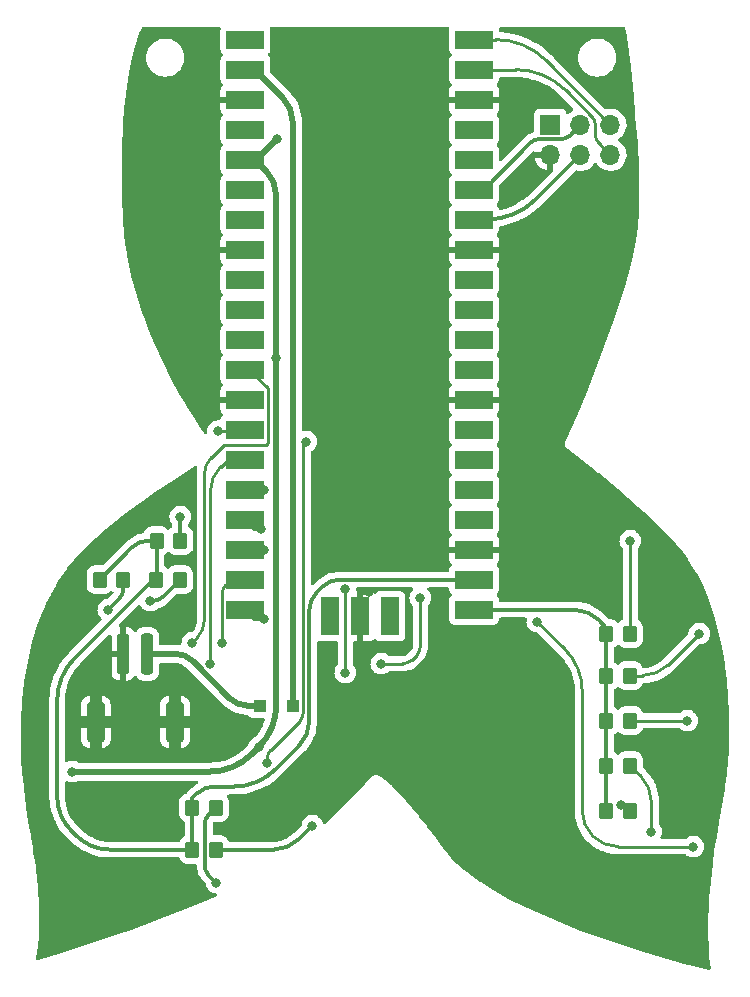
<source format=gbr>
%TF.GenerationSoftware,KiCad,Pcbnew,(6.0.0)*%
%TF.CreationDate,2022-01-21T17:49:11+00:00*%
%TF.ProjectId,molly-the-mermaid,6d6f6c6c-792d-4746-9865-2d6d65726d61,rev?*%
%TF.SameCoordinates,Original*%
%TF.FileFunction,Copper,L2,Bot*%
%TF.FilePolarity,Positive*%
%FSLAX46Y46*%
G04 Gerber Fmt 4.6, Leading zero omitted, Abs format (unit mm)*
G04 Created by KiCad (PCBNEW (6.0.0)) date 2022-01-21 17:49:11*
%MOMM*%
%LPD*%
G01*
G04 APERTURE LIST*
G04 Aperture macros list*
%AMRoundRect*
0 Rectangle with rounded corners*
0 $1 Rounding radius*
0 $2 $3 $4 $5 $6 $7 $8 $9 X,Y pos of 4 corners*
0 Add a 4 corners polygon primitive as box body*
4,1,4,$2,$3,$4,$5,$6,$7,$8,$9,$2,$3,0*
0 Add four circle primitives for the rounded corners*
1,1,$1+$1,$2,$3*
1,1,$1+$1,$4,$5*
1,1,$1+$1,$6,$7*
1,1,$1+$1,$8,$9*
0 Add four rect primitives between the rounded corners*
20,1,$1+$1,$2,$3,$4,$5,0*
20,1,$1+$1,$4,$5,$6,$7,0*
20,1,$1+$1,$6,$7,$8,$9,0*
20,1,$1+$1,$8,$9,$2,$3,0*%
G04 Aperture macros list end*
%TA.AperFunction,SMDPad,CuDef*%
%ADD10R,1.600200X3.200400*%
%TD*%
%TA.AperFunction,SMDPad,CuDef*%
%ADD11R,3.200400X1.600200*%
%TD*%
%TA.AperFunction,SMDPad,CuDef*%
%ADD12RoundRect,0.250000X0.350000X0.450000X-0.350000X0.450000X-0.350000X-0.450000X0.350000X-0.450000X0*%
%TD*%
%TA.AperFunction,ComponentPad*%
%ADD13O,1.700000X1.700000*%
%TD*%
%TA.AperFunction,ComponentPad*%
%ADD14R,1.700000X1.700000*%
%TD*%
%TA.AperFunction,SMDPad,CuDef*%
%ADD15R,1.100000X1.100000*%
%TD*%
%TA.AperFunction,SMDPad,CuDef*%
%ADD16RoundRect,0.250000X0.250000X1.500000X-0.250000X1.500000X-0.250000X-1.500000X0.250000X-1.500000X0*%
%TD*%
%TA.AperFunction,SMDPad,CuDef*%
%ADD17RoundRect,0.250001X0.499999X1.449999X-0.499999X1.449999X-0.499999X-1.449999X0.499999X-1.449999X0*%
%TD*%
%TA.AperFunction,ViaPad*%
%ADD18C,0.800000*%
%TD*%
%TA.AperFunction,Conductor*%
%ADD19C,0.508000*%
%TD*%
%TA.AperFunction,Conductor*%
%ADD20C,0.304800*%
%TD*%
%TA.AperFunction,Conductor*%
%ADD21C,0.254000*%
%TD*%
G04 APERTURE END LIST*
D10*
%TO.P,U1,D3,SWDIO*%
%TO.N,unconnected-(U1-PadD3)*%
X217385900Y-101152960D03*
%TO.P,U1,D2,GND*%
%TO.N,GND*%
X219925900Y-101152960D03*
%TO.P,U1,D1,SWCLK*%
%TO.N,unconnected-(U1-PadD1)*%
X222465900Y-101152960D03*
D11*
%TO.P,U1,40,VBUS*%
%TO.N,unconnected-(U1-Pad40)*%
X210235800Y-52324000D03*
%TO.P,U1,39,VSYS*%
%TO.N,Net-(D1-Pad1)*%
X210235800Y-54864000D03*
%TO.P,U1,38,GND*%
%TO.N,GND*%
X210235800Y-57404000D03*
%TO.P,U1,37,3V3_EN*%
%TO.N,unconnected-(U1-Pad37)*%
X210235800Y-59944000D03*
%TO.P,U1,36,3V3OUT*%
%TO.N,+3V3*%
X210235800Y-62484000D03*
%TO.P,U1,35,ADC_VREF*%
%TO.N,unconnected-(U1-Pad35)*%
X210235800Y-65024000D03*
%TO.P,U1,34,ADC2/GP28*%
%TO.N,unconnected-(U1-Pad34)*%
X210235800Y-67564000D03*
%TO.P,U1,33,AGND/GND*%
%TO.N,GND*%
X210235800Y-70104000D03*
%TO.P,U1,32,I2C1_SCL/ADC1/GP27*%
%TO.N,unconnected-(U1-Pad32)*%
X210235800Y-72644000D03*
%TO.P,U1,31,I2C1_SDA/ADC0/GP26*%
%TO.N,unconnected-(U1-Pad31)*%
X210235800Y-75184000D03*
%TO.P,U1,30,RUN*%
%TO.N,unconnected-(U1-Pad30)*%
X210235800Y-77724000D03*
%TO.P,U1,29,GP22*%
%TO.N,/LED_DATA_1*%
X210235800Y-80264000D03*
%TO.P,U1,28,GND*%
%TO.N,GND*%
X210235800Y-82804000D03*
%TO.P,U1,27,I2C0_SCL/GP21*%
%TO.N,Net-(SW2-Pad1)*%
X210235800Y-85344000D03*
%TO.P,U1,26,I2C0_SDA/GP20*%
%TO.N,Net-(SW1-Pad1)*%
X210235800Y-87884000D03*
%TO.P,U1,25,I2C1_SCL/SPI0_TX/GP19*%
%TO.N,Net-(SW4-Pad1)*%
X210235800Y-90424000D03*
%TO.P,U1,24,I2C1_SDA/SPI0_SCK/GP18*%
%TO.N,Net-(SW3-Pad1)*%
X210235800Y-92964000D03*
%TO.P,U1,23,GND*%
%TO.N,GND*%
X210235800Y-95504000D03*
%TO.P,U1,22,UART0_RX/I2C0_SCL/SPI0_CSn/GP17*%
%TO.N,Net-(SW5-Pad1)*%
X210235800Y-98044000D03*
%TO.P,U1,21,UART0_TX/I2C0_SDA/SPI0_RX/GP16*%
%TO.N,Net-(SW6-Pad1)*%
X210235800Y-100584000D03*
%TO.P,U1,20,I2C1_SCL/SPI1_TX/GP15*%
%TO.N,Net-(R10-Pad2)*%
X229616000Y-100584000D03*
%TO.P,U1,19,I2C1_SDA/SPI1_SCK/GP14*%
%TO.N,Net-(R1-Pad2)*%
X229616000Y-98044000D03*
%TO.P,U1,18,GND*%
%TO.N,GND*%
X229616000Y-95504000D03*
%TO.P,U1,17,UART0_RX/I2C0_SCL/SPI1_CSn/GP13*%
%TO.N,unconnected-(U1-Pad17)*%
X229616000Y-92964000D03*
%TO.P,U1,16,UART0_TX/I2C0_SDA/GPI1_RX/GP12*%
%TO.N,unconnected-(U1-Pad16)*%
X229616000Y-90424000D03*
%TO.P,U1,15,I2C1_SCL/SPI1_TX/GP11*%
%TO.N,unconnected-(U1-Pad15)*%
X229616000Y-87884000D03*
%TO.P,U1,14,I2C1_SDA/SPI1_SCK/GP10*%
%TO.N,unconnected-(U1-Pad14)*%
X229616000Y-85344000D03*
%TO.P,U1,13,GND*%
%TO.N,GND*%
X229616000Y-82804000D03*
%TO.P,U1,12,UART1_RX/I2C0_SCL/SPI1_CSn/GP9*%
%TO.N,unconnected-(U1-Pad12)*%
X229616000Y-80264000D03*
%TO.P,U1,11,UART1_TX/I2C0_SDA/SPI1_RX/GP8*%
%TO.N,unconnected-(U1-Pad11)*%
X229616000Y-77724000D03*
%TO.P,U1,10,I2C1_SCL/SPI0_TX/GP7*%
%TO.N,unconnected-(U1-Pad10)*%
X229616000Y-75184000D03*
%TO.P,U1,9,I2C1_SDA/SPI0_SCK/GP6*%
%TO.N,unconnected-(U1-Pad9)*%
X229616000Y-72644000D03*
%TO.P,U1,8,GND*%
%TO.N,GND*%
X229616000Y-70104000D03*
%TO.P,U1,7,UART1_RX/I2C0_SCL/SPI0_CSn/GP5*%
%TO.N,/SCL*%
X229616000Y-67564000D03*
%TO.P,U1,6,UART1_TX/I2C0_SDA/SPI0_RX/GP4*%
%TO.N,/SDA*%
X229616000Y-65024000D03*
%TO.P,U1,5,I2C1_SCL/SPI0_TX/GP3*%
%TO.N,unconnected-(U1-Pad5)*%
X229616000Y-62484000D03*
%TO.P,U1,4,I2C1_SDA/SPI0_SCK/GP2*%
%TO.N,unconnected-(U1-Pad4)*%
X229616000Y-59944000D03*
%TO.P,U1,3,GND*%
%TO.N,GND*%
X229616000Y-57404000D03*
%TO.P,U1,2,UART0_RX/I2C0_SCL/GPI0_CSn/GP1*%
%TO.N,/SAO2*%
X229616000Y-54864000D03*
%TO.P,U1,1,UART0_TX/I2C0_SDA/SPI0_RX/GP0*%
%TO.N,/SAO1*%
X229616000Y-52324000D03*
%TD*%
D12*
%TO.P,R10,1*%
%TO.N,Net-(D16-Pad2)*%
X242808000Y-102616000D03*
%TO.P,R10,2*%
%TO.N,Net-(R10-Pad2)*%
X240808000Y-102616000D03*
%TD*%
%TO.P,R9,1*%
%TO.N,Net-(D15-Pad2)*%
X242792000Y-106172000D03*
%TO.P,R9,2*%
%TO.N,Net-(R10-Pad2)*%
X240792000Y-106172000D03*
%TD*%
%TO.P,R8,1*%
%TO.N,Net-(D14-Pad2)*%
X242808000Y-109982000D03*
%TO.P,R8,2*%
%TO.N,Net-(R10-Pad2)*%
X240808000Y-109982000D03*
%TD*%
%TO.P,R7,1*%
%TO.N,Net-(D13-Pad2)*%
X242808000Y-113792000D03*
%TO.P,R7,2*%
%TO.N,Net-(R10-Pad2)*%
X240808000Y-113792000D03*
%TD*%
%TO.P,R6,1*%
%TO.N,Net-(D12-Pad2)*%
X242808000Y-117602000D03*
%TO.P,R6,2*%
%TO.N,Net-(R10-Pad2)*%
X240808000Y-117602000D03*
%TD*%
%TO.P,R5,1*%
%TO.N,Net-(D11-Pad2)*%
X207756000Y-120904000D03*
%TO.P,R5,2*%
%TO.N,Net-(R1-Pad2)*%
X205756000Y-120904000D03*
%TD*%
%TO.P,R4,1*%
%TO.N,Net-(D10-Pad2)*%
X207756000Y-117348000D03*
%TO.P,R4,2*%
%TO.N,Net-(R1-Pad2)*%
X205756000Y-117348000D03*
%TD*%
%TO.P,R3,1*%
%TO.N,Net-(D9-Pad2)*%
X199898000Y-98044000D03*
%TO.P,R3,2*%
%TO.N,Net-(R1-Pad2)*%
X197898000Y-98044000D03*
%TD*%
%TO.P,R2,1*%
%TO.N,Net-(D8-Pad2)*%
X204708000Y-98044000D03*
%TO.P,R2,2*%
%TO.N,Net-(R1-Pad2)*%
X202708000Y-98044000D03*
%TD*%
%TO.P,R1,1*%
%TO.N,Net-(D7-Pad2)*%
X204724000Y-94742000D03*
%TO.P,R1,2*%
%TO.N,Net-(R1-Pad2)*%
X202724000Y-94742000D03*
%TD*%
D13*
%TO.P,SAO,6,Pin_6*%
%TO.N,/SAO2*%
X241147600Y-62077600D03*
%TO.P,SAO,5,Pin_5*%
%TO.N,/SAO1*%
X241147600Y-59537600D03*
%TO.P,SAO,4,Pin_4*%
%TO.N,/SCL*%
X238607600Y-62077600D03*
%TO.P,SAO,3,Pin_3*%
%TO.N,/SDA*%
X238607600Y-59537600D03*
%TO.P,SAO,2,Pin_2*%
%TO.N,GND*%
X236067600Y-62077600D03*
D14*
%TO.P,SAO,1,Pin_1*%
%TO.N,+3V3*%
X236067600Y-59537600D03*
%TD*%
D15*
%TO.P,D1,1,K*%
%TO.N,Net-(D1-Pad1)*%
X214252000Y-108712000D03*
%TO.P,D1,2,A*%
%TO.N,+BATT*%
X211452000Y-108712000D03*
%TD*%
D16*
%TO.P,Battery,1,+*%
%TO.N,+BATT*%
X201914000Y-104338000D03*
%TO.P,Battery,2,-*%
%TO.N,GND*%
X199914000Y-104338000D03*
D17*
%TO.P,Battery,MP*%
X204264000Y-110088000D03*
X197564000Y-110088000D03*
%TD*%
D18*
%TO.N,+3V3*%
X212902800Y-60756800D03*
%TO.N,GND*%
X203962000Y-118364000D03*
X209042000Y-118872000D03*
X205486000Y-100584000D03*
X199898000Y-94234000D03*
X211836000Y-95504000D03*
X220218000Y-108204000D03*
X220726000Y-99060000D03*
X195834000Y-126238000D03*
%TO.N,Net-(SW1-Pad1)*%
X207264000Y-105156000D03*
%TO.N,Net-(SW5-Pad1)*%
X208280000Y-103378000D03*
%TO.N,Net-(SW3-Pad1)*%
X218694000Y-105918000D03*
X218694000Y-98806000D03*
X211582000Y-93726000D03*
%TO.N,Net-(SW4-Pad1)*%
X211836000Y-90424000D03*
X225044000Y-99568000D03*
X221742000Y-105156000D03*
%TO.N,/LED_DATA_1*%
X205740000Y-103378000D03*
%TO.N,Net-(D2-Pad2)*%
X215392000Y-86360000D03*
X212090000Y-113538000D03*
%TO.N,Net-(SW2-Pad1)*%
X207899000Y-85471000D03*
%TO.N,Net-(D12-Pad2)*%
X242062000Y-117094000D03*
%TO.N,Net-(D13-Pad2)*%
X244602000Y-119380000D03*
%TO.N,Net-(D14-Pad2)*%
X247650000Y-109982000D03*
%TO.N,Net-(D15-Pad2)*%
X248666000Y-102616000D03*
%TO.N,Net-(D16-Pad2)*%
X242824000Y-94742000D03*
%TO.N,Net-(D5-Pad2)*%
X248158000Y-120650000D03*
X234950000Y-101600000D03*
%TO.N,Net-(SW6-Pad1)*%
X211836000Y-101346000D03*
%TO.N,GND*%
X226822000Y-84328000D03*
X206502000Y-82042000D03*
X237236000Y-82042000D03*
%TO.N,Net-(D9-Pad2)*%
X198628000Y-100584000D03*
%TO.N,Net-(D8-Pad2)*%
X202184000Y-99822000D03*
%TO.N,Net-(D7-Pad2)*%
X204724000Y-92710000D03*
%TO.N,Net-(D10-Pad2)*%
X207772000Y-123698000D03*
%TO.N,Net-(D11-Pad2)*%
X215900000Y-118872000D03*
%TO.N,+3V3*%
X211387534Y-112208466D03*
X195580000Y-114300000D03*
X212852000Y-79248000D03*
%TD*%
D19*
%TO.N,GND*%
X220040200Y-99060000D02*
X219925900Y-99174300D01*
X219925900Y-99174300D02*
X219925900Y-101152960D01*
X220726000Y-99060000D02*
X220040200Y-99060000D01*
D20*
%TO.N,/SDA*%
X235114803Y-60739512D02*
G75*
G03*
X234407697Y-61032405I-3J-999993D01*
G01*
X236991475Y-60739510D02*
G75*
G03*
X237698581Y-60446617I3J999993D01*
G01*
X236991475Y-60739511D02*
X235114803Y-60739511D01*
X234407696Y-61032404D02*
X230416100Y-65024000D01*
X238607600Y-59537600D02*
X237698582Y-60446618D01*
D21*
%TO.N,/SAO2*%
X233112558Y-54864000D02*
G75*
G02*
X237355199Y-56621360I0J-5999999D01*
G01*
X240170493Y-61100493D02*
G75*
G02*
X239877600Y-60393386I707106J707106D01*
G01*
X239584707Y-58850868D02*
G75*
G02*
X239877600Y-59557975I-707106J-707106D01*
G01*
X239877600Y-59557975D02*
X239877600Y-60393386D01*
X237355199Y-56621360D02*
X239584707Y-58850868D01*
X240170493Y-61100493D02*
X241147600Y-62077600D01*
X229616000Y-54864000D02*
X233112558Y-54864000D01*
D20*
%TO.N,/SCL*%
X234878560Y-65806640D02*
G75*
G02*
X230635919Y-67564000I-4242641J4242639D01*
G01*
X234878560Y-65806640D02*
X238607600Y-62077600D01*
X229616000Y-67564000D02*
X230635919Y-67564000D01*
D21*
%TO.N,/SAO1*%
X231448719Y-52324000D02*
G75*
G02*
X235691360Y-54081360I0J-5999999D01*
G01*
X235691360Y-54081360D02*
X241147600Y-59537600D01*
X229616000Y-52324000D02*
X231448719Y-52324000D01*
D19*
%TO.N,+3V3*%
X211175600Y-62484000D02*
X212902800Y-60756800D01*
X210235800Y-62484000D02*
X211175600Y-62484000D01*
D21*
%TO.N,Net-(D12-Pad2)*%
X242300000Y-117094000D02*
X242808000Y-117602000D01*
X242062000Y-117094000D02*
X242300000Y-117094000D01*
D20*
%TO.N,Net-(D10-Pad2)*%
X207096973Y-123022973D02*
G75*
G02*
X206804080Y-122315866I707106J707106D01*
G01*
X206804081Y-118714134D02*
G75*
G02*
X207096974Y-118007028I999993J3D01*
G01*
%TO.N,Net-(R1-Pad2)*%
X214767320Y-112130680D02*
G75*
G03*
X215646000Y-110009359I-2121325J2121323D01*
G01*
X205756000Y-116570000D02*
X205756000Y-117348000D01*
X206170213Y-116155787D02*
X205756000Y-116570000D01*
X209256932Y-115570000D02*
X207584427Y-115570000D01*
X214767320Y-112130680D02*
X212792466Y-114105534D01*
X215646000Y-100617165D02*
X215646000Y-110009359D01*
X206170213Y-116155787D02*
G75*
G02*
X207584427Y-115570000I1414214J-1414213D01*
G01*
X209256932Y-115570000D02*
G75*
G03*
X212792466Y-114105534I1J4999998D01*
G01*
X229616000Y-98044000D02*
X218219165Y-98044000D01*
X215646001Y-100617165D02*
G75*
G02*
X216231787Y-99202953I1999999J0D01*
G01*
X216804951Y-98629787D02*
X216231786Y-99202952D01*
X216804951Y-98629787D02*
G75*
G02*
X218219165Y-98044000I1414214J-1414213D01*
G01*
D21*
%TO.N,Net-(D2-Pad2)*%
X212382893Y-112483107D02*
G75*
G03*
X212090000Y-113190214I707106J-707106D01*
G01*
X214845107Y-110020893D02*
G75*
G03*
X215138000Y-109313786I-707106J707106D01*
G01*
X215138000Y-109313786D02*
X215138000Y-86614000D01*
X212382893Y-112483107D02*
X214845107Y-110020893D01*
X212090000Y-113538000D02*
X212090000Y-113190214D01*
X215138000Y-86614000D02*
X215392000Y-86360000D01*
D20*
%TO.N,Net-(D7-Pad2)*%
X204724000Y-92710000D02*
X204724000Y-94742000D01*
%TO.N,Net-(R1-Pad2)*%
X194310000Y-116453146D02*
G75*
G03*
X195481573Y-119281573I3999999J0D01*
G01*
X198760854Y-120904000D02*
G75*
G02*
X195932427Y-119732427I0J3999999D01*
G01*
X194310000Y-116453146D02*
X194310000Y-108243068D01*
X195932427Y-119732427D02*
X195481573Y-119281573D01*
X205756000Y-120904000D02*
X198760854Y-120904000D01*
D21*
%TO.N,Net-(SW1-Pad1)*%
X207264000Y-104394000D02*
X207264000Y-105156000D01*
X208142679Y-88474841D02*
G75*
G03*
X207264000Y-90596161I2121319J-2121319D01*
G01*
X208733520Y-87884000D02*
X208142679Y-88474841D01*
X207264000Y-90596161D02*
X207264000Y-104394000D01*
X210235800Y-87884000D02*
X208733520Y-87884000D01*
%TO.N,Net-(SW5-Pad1)*%
X208572893Y-98513107D02*
G75*
G03*
X208280000Y-99220214I707106J-707106D01*
G01*
X208572893Y-98513107D02*
X209042000Y-98044000D01*
X208280000Y-103378000D02*
X208280000Y-99220214D01*
X209042000Y-98044000D02*
X210235800Y-98044000D01*
%TO.N,Net-(SW3-Pad1)*%
X218694000Y-98806000D02*
X218694000Y-105918000D01*
X210997800Y-93726000D02*
X211582000Y-93726000D01*
X210235800Y-92964000D02*
X210997800Y-93726000D01*
%TO.N,Net-(SW4-Pad1)*%
X225043999Y-103725786D02*
G75*
G02*
X224751106Y-104432892I-999993J-3D01*
G01*
X224320893Y-104863107D02*
G75*
G02*
X223613786Y-105156000I-707106J707106D01*
G01*
X211836000Y-90424000D02*
X210235800Y-90424000D01*
X225044000Y-103725786D02*
X225044000Y-99568000D01*
X224320893Y-104863107D02*
X224751107Y-104432893D01*
X221742000Y-105156000D02*
X223613786Y-105156000D01*
%TO.N,/LED_DATA_1*%
X206755999Y-101533573D02*
G75*
G02*
X206170213Y-102947785I-1999999J0D01*
G01*
X206756001Y-89138905D02*
G75*
G02*
X207341788Y-87724692I1999999J0D01*
G01*
X210566000Y-80264000D02*
X210235800Y-80264000D01*
X212162511Y-81860511D02*
X210566000Y-80264000D01*
X212162511Y-86470611D02*
X212162511Y-81860511D01*
X212019122Y-86614000D02*
X212162511Y-86470611D01*
X208452478Y-86614000D02*
X212019122Y-86614000D01*
X207341787Y-87724691D02*
X208452478Y-86614000D01*
X206756000Y-101533573D02*
X206756000Y-89138905D01*
X205740000Y-103378000D02*
X206170214Y-102947786D01*
%TO.N,Net-(SW2-Pad1)*%
X210108800Y-85471000D02*
X210235800Y-85344000D01*
X207899000Y-85471000D02*
X210108800Y-85471000D01*
%TO.N,Net-(D13-Pad2)*%
X244602000Y-116828641D02*
G75*
G03*
X243723321Y-114707321I-2999998J1D01*
G01*
X244602000Y-116828641D02*
X244602000Y-119380000D01*
X242808000Y-113792000D02*
X243723321Y-114707321D01*
%TO.N,Net-(D14-Pad2)*%
X242808000Y-109982000D02*
X247650000Y-109982000D01*
%TO.N,Net-(D15-Pad2)*%
X245988680Y-105293320D02*
G75*
G02*
X243867359Y-106172000I-2121323J2121325D01*
G01*
X245988680Y-105293320D02*
X248666000Y-102616000D01*
X242792000Y-106172000D02*
X243867359Y-106172000D01*
%TO.N,Net-(D16-Pad2)*%
X242808000Y-94758000D02*
X242824000Y-94742000D01*
X242808000Y-102616000D02*
X242808000Y-94758000D01*
%TO.N,Net-(D5-Pad2)*%
X238760000Y-107481068D02*
G75*
G03*
X237295534Y-103945534I-4999998J1D01*
G01*
X239659321Y-119771321D02*
G75*
G03*
X241780641Y-120650000I2121319J2121319D01*
G01*
X239638680Y-119750680D02*
G75*
G02*
X238760000Y-117629359I2121325J2121323D01*
G01*
X241780641Y-120650000D02*
X248158000Y-120650000D01*
X238760000Y-107481068D02*
X238760000Y-117629359D01*
X234950000Y-101600000D02*
X237295534Y-103945534D01*
X239638680Y-119750680D02*
X239659321Y-119771321D01*
%TO.N,Net-(SW5-Pad1)*%
X208788000Y-98044000D02*
X210235800Y-98044000D01*
%TO.N,Net-(SW6-Pad1)*%
X210997800Y-101346000D02*
X210235800Y-100584000D01*
X211836000Y-101346000D02*
X210997800Y-101346000D01*
D20*
%TO.N,Net-(R1-Pad2)*%
X195774466Y-104707534D02*
G75*
G03*
X194310000Y-108243068I3535532J-3535533D01*
G01*
X202438000Y-98044000D02*
X195774466Y-104707534D01*
X202708000Y-98044000D02*
X202438000Y-98044000D01*
X202724000Y-98028000D02*
X202708000Y-98044000D01*
X202724000Y-94742000D02*
X202724000Y-98028000D01*
X202028427Y-94742001D02*
G75*
G03*
X200614215Y-95327787I0J-1999999D01*
G01*
X202028427Y-94742000D02*
X202724000Y-94742000D01*
X197898000Y-98044000D02*
X200614214Y-95327786D01*
%TO.N,Net-(D9-Pad2)*%
X199897999Y-98899786D02*
G75*
G02*
X199605106Y-99606892I-999993J-3D01*
G01*
X199605107Y-99606893D02*
X198628000Y-100584000D01*
X199898000Y-98044000D02*
X199898000Y-98899786D01*
%TO.N,Net-(D8-Pad2)*%
X202515786Y-99821999D02*
G75*
G03*
X203222892Y-99529106I3J999993D01*
G01*
X204708000Y-98044000D02*
X203222893Y-99529107D01*
X202515786Y-99822000D02*
X202184000Y-99822000D01*
%TO.N,Net-(D10-Pad2)*%
X207096973Y-123022973D02*
X207772000Y-123698000D01*
X206804080Y-118714134D02*
X206804080Y-122315866D01*
X207756000Y-117348000D02*
X207096973Y-118007027D01*
%TO.N,Net-(D11-Pad2)*%
X212625359Y-120903999D02*
G75*
G03*
X214746679Y-120025319I3J2999993D01*
G01*
X214746680Y-120025320D02*
X215900000Y-118872000D01*
X207756000Y-120904000D02*
X212625359Y-120904000D01*
%TO.N,Net-(R1-Pad2)*%
X205756000Y-117348000D02*
X205756000Y-120904000D01*
%TO.N,Net-(R10-Pad2)*%
X240162680Y-101462680D02*
G75*
G03*
X238041359Y-100584000I-2121323J-2121325D01*
G01*
X240808000Y-113792000D02*
X240808000Y-117856000D01*
X240808000Y-109982000D02*
X240808000Y-113792000D01*
X240808000Y-105918000D02*
X240808000Y-109982000D01*
X240808000Y-102108000D02*
X240808000Y-105918000D01*
X240162680Y-101462680D02*
X240808000Y-102108000D01*
X229616000Y-100584000D02*
X238041359Y-100584000D01*
D19*
%TO.N,+3V3*%
X207224932Y-114300000D02*
G75*
G03*
X210760466Y-112835534I1J4999998D01*
G01*
X212852000Y-108672932D02*
G75*
G02*
X211387534Y-112208466I-4999998J-1D01*
G01*
X207224932Y-114300000D02*
X195580000Y-114300000D01*
X211387534Y-112208466D02*
X210760466Y-112835534D01*
X212852000Y-79248000D02*
X212852000Y-108672932D01*
%TO.N,+BATT*%
X210378427Y-108711999D02*
G75*
G02*
X208964215Y-108126213I0J1999999D01*
G01*
X204347573Y-104338001D02*
G75*
G02*
X205761786Y-104923788I0J-1999999D01*
G01*
%TO.N,+3V3*%
X212852000Y-65542741D02*
G75*
G03*
X211973321Y-63421421I-2999998J1D01*
G01*
%TO.N,Net-(D1-Pad1)*%
X213373320Y-57201420D02*
G75*
G02*
X214252000Y-59322741I-2121325J-2121323D01*
G01*
X214252000Y-108712000D02*
X214252000Y-59322741D01*
X213373320Y-57201420D02*
X211035900Y-54864000D01*
X211035900Y-54864000D02*
X210235800Y-54864000D01*
%TO.N,+3V3*%
X212852000Y-65542741D02*
X212852000Y-79248000D01*
X211035900Y-62484000D02*
X211973321Y-63421421D01*
X210235800Y-62484000D02*
X211035900Y-62484000D01*
D21*
%TO.N,/SDA*%
X229616000Y-65024000D02*
X230416100Y-65024000D01*
D19*
%TO.N,+BATT*%
X210378427Y-108712000D02*
X211452000Y-108712000D01*
X205761787Y-104923787D02*
X208964214Y-108126214D01*
X201914000Y-104338000D02*
X204347573Y-104338000D01*
%TD*%
%TA.AperFunction,Conductor*%
%TO.N,GND*%
G36*
X227395120Y-51247784D02*
G01*
X227463224Y-51267840D01*
X227509675Y-51321532D01*
X227519723Y-51391814D01*
X227517602Y-51402932D01*
X227516828Y-51406187D01*
X227514055Y-51413584D01*
X227507300Y-51475766D01*
X227507300Y-53172234D01*
X227514055Y-53234416D01*
X227565185Y-53370805D01*
X227652539Y-53487361D01*
X227659718Y-53492741D01*
X227660297Y-53493175D01*
X227660727Y-53493750D01*
X227666069Y-53499092D01*
X227665298Y-53499863D01*
X227702811Y-53550035D01*
X227707835Y-53620854D01*
X227673774Y-53683146D01*
X227660300Y-53694823D01*
X227652539Y-53700639D01*
X227565185Y-53817195D01*
X227514055Y-53953584D01*
X227507300Y-54015766D01*
X227507300Y-55712234D01*
X227514055Y-55774416D01*
X227565185Y-55910805D01*
X227652539Y-56027361D01*
X227659719Y-56032742D01*
X227660709Y-56033484D01*
X227661444Y-56034467D01*
X227666069Y-56039092D01*
X227665402Y-56039759D01*
X227703226Y-56090342D01*
X227708253Y-56161161D01*
X227674195Y-56223455D01*
X227660714Y-56235137D01*
X227660075Y-56235616D01*
X227647515Y-56248176D01*
X227571014Y-56350251D01*
X227562476Y-56365846D01*
X227517322Y-56486294D01*
X227513695Y-56501549D01*
X227508169Y-56552414D01*
X227507800Y-56559228D01*
X227507800Y-57131885D01*
X227512275Y-57147124D01*
X227513665Y-57148329D01*
X227521348Y-57150000D01*
X231706084Y-57150000D01*
X231721323Y-57145525D01*
X231722528Y-57144135D01*
X231724199Y-57136452D01*
X231724199Y-56559231D01*
X231723829Y-56552410D01*
X231718305Y-56501548D01*
X231714679Y-56486296D01*
X231669524Y-56365846D01*
X231660986Y-56350251D01*
X231584485Y-56248176D01*
X231571925Y-56235616D01*
X231571286Y-56235137D01*
X231570812Y-56234503D01*
X231565574Y-56229265D01*
X231566330Y-56228509D01*
X231528772Y-56178277D01*
X231523748Y-56107458D01*
X231557809Y-56045165D01*
X231571291Y-56033484D01*
X231572281Y-56032742D01*
X231579461Y-56027361D01*
X231666815Y-55910805D01*
X231717945Y-55774416D01*
X231724700Y-55712234D01*
X231724700Y-55625500D01*
X231744702Y-55557379D01*
X231798358Y-55510886D01*
X231850700Y-55499500D01*
X233062405Y-55499500D01*
X233078851Y-55500578D01*
X233098323Y-55503142D01*
X233098327Y-55503142D01*
X233105854Y-55504133D01*
X233117856Y-55502808D01*
X233129202Y-55501556D01*
X233147973Y-55500892D01*
X233528502Y-55515843D01*
X233538365Y-55516619D01*
X233946840Y-55564965D01*
X233956611Y-55566513D01*
X234162281Y-55607423D01*
X234360033Y-55646759D01*
X234369634Y-55649064D01*
X234581504Y-55708817D01*
X234765510Y-55760712D01*
X234774919Y-55763769D01*
X235160819Y-55906135D01*
X235169959Y-55909921D01*
X235319002Y-55978631D01*
X235543500Y-56082126D01*
X235552305Y-56086613D01*
X235911186Y-56287596D01*
X235919622Y-56292765D01*
X236261621Y-56521282D01*
X236269610Y-56527086D01*
X236514694Y-56720295D01*
X236592633Y-56781737D01*
X236600156Y-56788162D01*
X236874229Y-57041512D01*
X236888661Y-57057331D01*
X236897816Y-57069262D01*
X236917082Y-57084697D01*
X236925359Y-57091328D01*
X236935674Y-57100567D01*
X237981987Y-58146880D01*
X238016013Y-58209192D01*
X238010948Y-58280007D01*
X237968401Y-58336843D01*
X237951086Y-58347730D01*
X237881207Y-58384107D01*
X237877074Y-58387210D01*
X237877071Y-58387212D01*
X237706700Y-58515130D01*
X237702565Y-58518235D01*
X237644028Y-58579491D01*
X237621883Y-58602664D01*
X237560359Y-58638094D01*
X237489446Y-58634637D01*
X237431660Y-58593391D01*
X237412807Y-58559843D01*
X237371367Y-58449303D01*
X237368215Y-58440895D01*
X237280861Y-58324339D01*
X237164305Y-58236985D01*
X237027916Y-58185855D01*
X236965734Y-58179100D01*
X235169466Y-58179100D01*
X235107284Y-58185855D01*
X234970895Y-58236985D01*
X234854339Y-58324339D01*
X234766985Y-58440895D01*
X234715855Y-58577284D01*
X234709100Y-58639466D01*
X234709100Y-60032955D01*
X234689098Y-60101076D01*
X234635442Y-60147569D01*
X234623601Y-60152268D01*
X234481745Y-60200421D01*
X234481735Y-60200425D01*
X234477841Y-60201747D01*
X234474148Y-60203568D01*
X234474146Y-60203569D01*
X234286275Y-60296216D01*
X234286270Y-60296219D01*
X234282571Y-60298043D01*
X234101541Y-60419004D01*
X234098436Y-60421727D01*
X233972158Y-60532471D01*
X233964732Y-60538501D01*
X233946898Y-60551891D01*
X233943951Y-60554776D01*
X233943946Y-60554781D01*
X233939882Y-60558761D01*
X233936936Y-60561646D01*
X233934393Y-60564889D01*
X233934386Y-60564897D01*
X233916687Y-60587469D01*
X233906629Y-60598817D01*
X232821362Y-61684085D01*
X231939795Y-62565652D01*
X231877483Y-62599677D01*
X231806668Y-62594613D01*
X231749832Y-62552066D01*
X231725021Y-62485546D01*
X231724700Y-62476557D01*
X231724700Y-61635766D01*
X231717945Y-61573584D01*
X231666815Y-61437195D01*
X231579461Y-61320639D01*
X231571702Y-61314824D01*
X231571273Y-61314250D01*
X231565931Y-61308908D01*
X231566702Y-61308137D01*
X231529189Y-61257965D01*
X231524165Y-61187146D01*
X231558226Y-61124854D01*
X231571703Y-61113175D01*
X231572282Y-61112741D01*
X231579461Y-61107361D01*
X231666815Y-60990805D01*
X231717945Y-60854416D01*
X231724700Y-60792234D01*
X231724700Y-59095766D01*
X231717945Y-59033584D01*
X231666815Y-58897195D01*
X231579461Y-58780639D01*
X231571291Y-58774516D01*
X231570556Y-58773533D01*
X231565931Y-58768908D01*
X231566598Y-58768241D01*
X231528774Y-58717658D01*
X231523747Y-58646839D01*
X231557805Y-58584545D01*
X231571286Y-58572863D01*
X231571925Y-58572384D01*
X231584485Y-58559824D01*
X231660986Y-58457749D01*
X231669524Y-58442154D01*
X231714678Y-58321706D01*
X231718305Y-58306451D01*
X231723831Y-58255586D01*
X231724200Y-58248772D01*
X231724200Y-57676115D01*
X231719725Y-57660876D01*
X231718335Y-57659671D01*
X231710652Y-57658000D01*
X227525916Y-57658000D01*
X227510677Y-57662475D01*
X227509472Y-57663865D01*
X227507801Y-57671548D01*
X227507801Y-58248769D01*
X227508171Y-58255590D01*
X227513695Y-58306452D01*
X227517321Y-58321704D01*
X227562476Y-58442154D01*
X227571014Y-58457749D01*
X227647515Y-58559824D01*
X227660075Y-58572384D01*
X227660714Y-58572863D01*
X227661188Y-58573497D01*
X227666426Y-58578735D01*
X227665670Y-58579491D01*
X227703228Y-58629723D01*
X227708252Y-58700542D01*
X227674191Y-58762835D01*
X227660710Y-58774515D01*
X227652539Y-58780639D01*
X227565185Y-58897195D01*
X227514055Y-59033584D01*
X227507300Y-59095766D01*
X227507300Y-60792234D01*
X227514055Y-60854416D01*
X227565185Y-60990805D01*
X227652539Y-61107361D01*
X227659718Y-61112741D01*
X227660297Y-61113175D01*
X227660727Y-61113750D01*
X227666069Y-61119092D01*
X227665298Y-61119863D01*
X227702811Y-61170035D01*
X227707835Y-61240854D01*
X227673774Y-61303146D01*
X227660300Y-61314823D01*
X227652539Y-61320639D01*
X227565185Y-61437195D01*
X227514055Y-61573584D01*
X227507300Y-61635766D01*
X227507300Y-63332234D01*
X227514055Y-63394416D01*
X227565185Y-63530805D01*
X227652539Y-63647361D01*
X227659718Y-63652741D01*
X227660297Y-63653175D01*
X227660727Y-63653750D01*
X227666069Y-63659092D01*
X227665298Y-63659863D01*
X227702811Y-63710035D01*
X227707835Y-63780854D01*
X227673774Y-63843146D01*
X227660300Y-63854823D01*
X227652539Y-63860639D01*
X227565185Y-63977195D01*
X227514055Y-64113584D01*
X227507300Y-64175766D01*
X227507300Y-65872234D01*
X227514055Y-65934416D01*
X227565185Y-66070805D01*
X227652539Y-66187361D01*
X227659718Y-66192741D01*
X227660297Y-66193175D01*
X227660727Y-66193750D01*
X227666069Y-66199092D01*
X227665298Y-66199863D01*
X227702811Y-66250035D01*
X227707835Y-66320854D01*
X227673774Y-66383146D01*
X227660300Y-66394823D01*
X227652539Y-66400639D01*
X227565185Y-66517195D01*
X227514055Y-66653584D01*
X227507300Y-66715766D01*
X227507300Y-68412234D01*
X227514055Y-68474416D01*
X227565185Y-68610805D01*
X227652539Y-68727361D01*
X227659719Y-68732742D01*
X227660709Y-68733484D01*
X227661444Y-68734467D01*
X227666069Y-68739092D01*
X227665402Y-68739759D01*
X227703226Y-68790342D01*
X227708253Y-68861161D01*
X227674195Y-68923455D01*
X227660714Y-68935137D01*
X227660075Y-68935616D01*
X227647515Y-68948176D01*
X227571014Y-69050251D01*
X227562476Y-69065846D01*
X227517322Y-69186294D01*
X227513695Y-69201549D01*
X227508169Y-69252414D01*
X227507800Y-69259228D01*
X227507800Y-69831885D01*
X227512275Y-69847124D01*
X227513665Y-69848329D01*
X227521348Y-69850000D01*
X231706084Y-69850000D01*
X231721323Y-69845525D01*
X231722528Y-69844135D01*
X231724199Y-69836452D01*
X231724199Y-69259231D01*
X231723829Y-69252410D01*
X231718305Y-69201548D01*
X231714679Y-69186296D01*
X231669524Y-69065846D01*
X231660986Y-69050251D01*
X231584485Y-68948176D01*
X231571925Y-68935616D01*
X231571286Y-68935137D01*
X231570812Y-68934503D01*
X231565574Y-68929265D01*
X231566330Y-68928509D01*
X231528772Y-68878277D01*
X231523748Y-68807458D01*
X231557809Y-68745165D01*
X231571291Y-68733484D01*
X231572281Y-68732742D01*
X231579461Y-68727361D01*
X231666815Y-68610805D01*
X231717945Y-68474416D01*
X231724700Y-68412234D01*
X231724700Y-68241306D01*
X231744702Y-68173185D01*
X231798358Y-68126692D01*
X231828328Y-68117308D01*
X232019484Y-68082820D01*
X232052698Y-68076827D01*
X232513708Y-67959162D01*
X232515835Y-67958454D01*
X232515842Y-67958452D01*
X232963022Y-67809615D01*
X232963024Y-67809614D01*
X232965149Y-67808907D01*
X233311720Y-67665353D01*
X233402655Y-67627687D01*
X233402661Y-67627684D01*
X233404721Y-67626831D01*
X233830184Y-67413859D01*
X234239370Y-67171078D01*
X234241218Y-67169795D01*
X234628357Y-66900999D01*
X234628361Y-66900996D01*
X234630193Y-66899724D01*
X235000662Y-66601181D01*
X235327227Y-66297139D01*
X235332953Y-66292349D01*
X235332928Y-66292320D01*
X235336060Y-66289631D01*
X235339358Y-66287154D01*
X235349319Y-66277399D01*
X235351861Y-66274157D01*
X235351870Y-66274147D01*
X235369568Y-66251576D01*
X235379626Y-66240228D01*
X238184348Y-63435506D01*
X238246660Y-63401480D01*
X238298564Y-63401131D01*
X238441126Y-63430136D01*
X238441134Y-63430137D01*
X238446197Y-63431167D01*
X238564526Y-63435506D01*
X238664273Y-63439164D01*
X238664277Y-63439164D01*
X238669437Y-63439353D01*
X238674557Y-63438697D01*
X238674559Y-63438697D01*
X238885888Y-63411625D01*
X238885889Y-63411625D01*
X238891016Y-63410968D01*
X238904209Y-63407010D01*
X239100029Y-63348261D01*
X239100034Y-63348259D01*
X239104984Y-63346774D01*
X239305594Y-63248496D01*
X239487460Y-63118773D01*
X239645696Y-62961089D01*
X239695798Y-62891365D01*
X239776053Y-62779677D01*
X239777376Y-62780628D01*
X239824245Y-62737457D01*
X239894180Y-62725225D01*
X239959626Y-62752744D01*
X239987475Y-62784594D01*
X240047587Y-62882688D01*
X240193850Y-63051538D01*
X240365726Y-63194232D01*
X240558600Y-63306938D01*
X240767292Y-63386630D01*
X240772360Y-63387661D01*
X240772363Y-63387662D01*
X240841928Y-63401815D01*
X240986197Y-63431167D01*
X240991372Y-63431357D01*
X240991374Y-63431357D01*
X241204273Y-63439164D01*
X241204277Y-63439164D01*
X241209437Y-63439353D01*
X241214557Y-63438697D01*
X241214559Y-63438697D01*
X241425888Y-63411625D01*
X241425889Y-63411625D01*
X241431016Y-63410968D01*
X241444209Y-63407010D01*
X241640029Y-63348261D01*
X241640034Y-63348259D01*
X241644984Y-63346774D01*
X241845594Y-63248496D01*
X242027460Y-63118773D01*
X242185696Y-62961089D01*
X242235798Y-62891365D01*
X242313035Y-62783877D01*
X242316053Y-62779677D01*
X242330144Y-62751167D01*
X242412736Y-62584053D01*
X242412737Y-62584051D01*
X242415030Y-62579411D01*
X242479970Y-62365669D01*
X242509129Y-62144190D01*
X242510756Y-62077600D01*
X242492452Y-61854961D01*
X242438031Y-61638302D01*
X242348954Y-61433440D01*
X242272499Y-61315259D01*
X242230422Y-61250217D01*
X242230420Y-61250214D01*
X242227614Y-61245877D01*
X242077270Y-61080651D01*
X242073219Y-61077452D01*
X242073215Y-61077448D01*
X241906014Y-60945400D01*
X241906010Y-60945398D01*
X241901959Y-60942198D01*
X241860653Y-60919396D01*
X241810684Y-60868964D01*
X241795912Y-60799521D01*
X241821028Y-60733116D01*
X241848380Y-60706509D01*
X241892203Y-60675250D01*
X242027460Y-60578773D01*
X242185696Y-60421089D01*
X242316053Y-60239677D01*
X242335455Y-60200421D01*
X242412736Y-60044053D01*
X242412737Y-60044051D01*
X242415030Y-60039411D01*
X242479970Y-59825669D01*
X242509129Y-59604190D01*
X242510756Y-59537600D01*
X242492452Y-59314961D01*
X242438031Y-59098302D01*
X242348954Y-58893440D01*
X242264462Y-58762835D01*
X242230422Y-58710217D01*
X242230420Y-58710214D01*
X242227614Y-58705877D01*
X242077270Y-58540651D01*
X242073219Y-58537452D01*
X242073215Y-58537448D01*
X241906014Y-58405400D01*
X241906010Y-58405398D01*
X241901959Y-58402198D01*
X241706389Y-58294238D01*
X241701520Y-58292514D01*
X241701516Y-58292512D01*
X241500687Y-58221395D01*
X241500683Y-58221394D01*
X241495812Y-58219669D01*
X241490719Y-58218762D01*
X241490716Y-58218761D01*
X241280973Y-58181400D01*
X241280967Y-58181399D01*
X241275884Y-58180494D01*
X241202052Y-58179592D01*
X241057681Y-58177828D01*
X241057679Y-58177828D01*
X241052511Y-58177765D01*
X240905227Y-58200303D01*
X240836800Y-58210773D01*
X240836797Y-58210774D01*
X240831691Y-58211555D01*
X240826784Y-58213159D01*
X240826771Y-58213162D01*
X240821261Y-58214963D01*
X240750297Y-58217112D01*
X240693025Y-58184292D01*
X236356733Y-53848000D01*
X238416526Y-53848000D01*
X238436391Y-54100403D01*
X238437545Y-54105210D01*
X238437546Y-54105216D01*
X238470190Y-54241186D01*
X238495495Y-54346591D01*
X238497388Y-54351162D01*
X238497389Y-54351164D01*
X238587151Y-54567868D01*
X238592384Y-54580502D01*
X238724672Y-54796376D01*
X238889102Y-54988898D01*
X239081624Y-55153328D01*
X239297498Y-55285616D01*
X239302068Y-55287509D01*
X239302072Y-55287511D01*
X239526836Y-55380611D01*
X239531409Y-55382505D01*
X239616032Y-55402821D01*
X239772784Y-55440454D01*
X239772790Y-55440455D01*
X239777597Y-55441609D01*
X239877416Y-55449465D01*
X239964345Y-55456307D01*
X239964352Y-55456307D01*
X239966801Y-55456500D01*
X240093199Y-55456500D01*
X240095648Y-55456307D01*
X240095655Y-55456307D01*
X240182584Y-55449465D01*
X240282403Y-55441609D01*
X240287210Y-55440455D01*
X240287216Y-55440454D01*
X240443968Y-55402821D01*
X240528591Y-55382505D01*
X240533164Y-55380611D01*
X240757928Y-55287511D01*
X240757932Y-55287509D01*
X240762502Y-55285616D01*
X240978376Y-55153328D01*
X241170898Y-54988898D01*
X241335328Y-54796376D01*
X241467616Y-54580502D01*
X241472850Y-54567868D01*
X241562611Y-54351164D01*
X241562612Y-54351162D01*
X241564505Y-54346591D01*
X241589810Y-54241186D01*
X241622454Y-54105216D01*
X241622455Y-54105210D01*
X241623609Y-54100403D01*
X241643474Y-53848000D01*
X241623609Y-53595597D01*
X241600626Y-53499863D01*
X241571367Y-53377991D01*
X241564505Y-53349409D01*
X241519938Y-53241815D01*
X241469511Y-53120072D01*
X241469509Y-53120068D01*
X241467616Y-53115498D01*
X241462260Y-53106757D01*
X241456790Y-53097832D01*
X241335328Y-52899624D01*
X241170898Y-52707102D01*
X240978376Y-52542672D01*
X240762502Y-52410384D01*
X240757932Y-52408491D01*
X240757928Y-52408489D01*
X240533164Y-52315389D01*
X240533162Y-52315388D01*
X240528591Y-52313495D01*
X240411116Y-52285292D01*
X240287216Y-52255546D01*
X240287210Y-52255545D01*
X240282403Y-52254391D01*
X240182584Y-52246535D01*
X240095655Y-52239693D01*
X240095648Y-52239693D01*
X240093199Y-52239500D01*
X239966801Y-52239500D01*
X239964352Y-52239693D01*
X239964345Y-52239693D01*
X239877416Y-52246535D01*
X239777597Y-52254391D01*
X239772790Y-52255545D01*
X239772784Y-52255546D01*
X239648884Y-52285292D01*
X239531409Y-52313495D01*
X239526838Y-52315388D01*
X239526836Y-52315389D01*
X239302072Y-52408489D01*
X239302068Y-52408491D01*
X239297498Y-52410384D01*
X239081624Y-52542672D01*
X238889102Y-52707102D01*
X238724672Y-52899624D01*
X238603210Y-53097832D01*
X238597741Y-53106757D01*
X238592384Y-53115498D01*
X238590491Y-53120068D01*
X238590489Y-53120072D01*
X238540062Y-53241815D01*
X238495495Y-53349409D01*
X238488633Y-53377991D01*
X238459375Y-53499863D01*
X238436391Y-53595597D01*
X238416526Y-53848000D01*
X236356733Y-53848000D01*
X236179012Y-53670279D01*
X236167347Y-53656837D01*
X236166201Y-53655311D01*
X236153408Y-53638272D01*
X236144027Y-53628693D01*
X236140780Y-53626147D01*
X236138309Y-53623934D01*
X236136515Y-53622296D01*
X236102669Y-53590784D01*
X235796819Y-53306027D01*
X235707956Y-53234416D01*
X235429503Y-53010025D01*
X235427762Y-53008622D01*
X235396300Y-52986777D01*
X235040277Y-52739586D01*
X235040275Y-52739585D01*
X235038429Y-52738303D01*
X234630804Y-52496448D01*
X234464036Y-52412970D01*
X234208968Y-52285292D01*
X234208954Y-52285285D01*
X234206963Y-52284289D01*
X234204902Y-52283435D01*
X234204897Y-52283433D01*
X233771137Y-52103763D01*
X233771127Y-52103759D01*
X233769067Y-52102906D01*
X233319348Y-51953225D01*
X232860096Y-51836008D01*
X232857902Y-51835612D01*
X232857892Y-51835610D01*
X232395875Y-51752253D01*
X232395868Y-51752252D01*
X232393651Y-51751852D01*
X232391412Y-51751611D01*
X232391403Y-51751610D01*
X231924637Y-51701427D01*
X231924627Y-51701426D01*
X231922392Y-51701186D01*
X231863507Y-51699083D01*
X231846203Y-51698465D01*
X231778839Y-51676044D01*
X231734291Y-51620763D01*
X231724700Y-51572545D01*
X231724700Y-51475766D01*
X231717945Y-51413584D01*
X231715231Y-51406344D01*
X231718929Y-51335519D01*
X231760375Y-51277876D01*
X231826406Y-51251790D01*
X231837909Y-51251273D01*
X242296033Y-51259485D01*
X242364138Y-51279541D01*
X242410589Y-51333233D01*
X242420735Y-51368143D01*
X242449136Y-51572545D01*
X242601003Y-52665532D01*
X242601248Y-52667398D01*
X242850768Y-54683622D01*
X242850999Y-54685620D01*
X243118269Y-57170002D01*
X243119504Y-57181485D01*
X243119756Y-57184080D01*
X243353306Y-59886634D01*
X243360556Y-59970523D01*
X243360749Y-59973055D01*
X243365140Y-60039461D01*
X243455839Y-61411122D01*
X243455962Y-61413251D01*
X243526712Y-62853130D01*
X243526812Y-62855708D01*
X243567330Y-64271008D01*
X243567381Y-64274188D01*
X243571995Y-65640306D01*
X243571945Y-65644318D01*
X243535164Y-66936057D01*
X243534908Y-66941258D01*
X243455317Y-68079780D01*
X243453072Y-68092107D01*
X243453478Y-68092168D01*
X243452151Y-68101046D01*
X243449579Y-68109646D01*
X243449524Y-68118621D01*
X243449524Y-68118622D01*
X243449383Y-68141713D01*
X243448234Y-68157936D01*
X243291026Y-69312925D01*
X243289719Y-69320698D01*
X243029542Y-70618580D01*
X243028283Y-70624192D01*
X242681512Y-72020098D01*
X242680387Y-72024315D01*
X242263297Y-73485039D01*
X242261891Y-73489629D01*
X241272687Y-76512717D01*
X241271196Y-76517009D01*
X240185033Y-79471448D01*
X240183891Y-79474438D01*
X239123535Y-82147043D01*
X239122641Y-82149236D01*
X238277342Y-84168241D01*
X238212713Y-84322607D01*
X238211871Y-84324571D01*
X237936738Y-84951289D01*
X237362564Y-86259187D01*
X237359010Y-86266203D01*
X237354920Y-86271401D01*
X237350683Y-86281948D01*
X237339498Y-86303507D01*
X237338204Y-86305503D01*
X237338202Y-86305508D01*
X237333319Y-86313041D01*
X237322427Y-86349463D01*
X237320941Y-86354000D01*
X237319399Y-86357511D01*
X237318197Y-86361831D01*
X237316691Y-86366055D01*
X237316566Y-86366010D01*
X237314712Y-86371481D01*
X237300672Y-86406426D01*
X237299798Y-86415358D01*
X237299565Y-86417738D01*
X237294882Y-86441565D01*
X237291625Y-86452455D01*
X237291595Y-86457420D01*
X237290265Y-86462198D01*
X237290382Y-86471177D01*
X237290382Y-86471179D01*
X237290757Y-86499841D01*
X237290169Y-86513756D01*
X237286500Y-86551249D01*
X237288168Y-86560065D01*
X237288168Y-86560073D01*
X237288612Y-86562420D01*
X237290805Y-86586600D01*
X237290790Y-86588993D01*
X237290791Y-86588999D01*
X237290736Y-86597966D01*
X237292100Y-86602739D01*
X237292165Y-86607700D01*
X237300011Y-86633285D01*
X237303203Y-86643694D01*
X237306545Y-86657217D01*
X237313546Y-86694228D01*
X237317622Y-86702223D01*
X237318711Y-86704360D01*
X237327600Y-86726949D01*
X237330724Y-86737879D01*
X237333370Y-86742073D01*
X237334826Y-86746820D01*
X237339759Y-86754316D01*
X237339761Y-86754320D01*
X237355525Y-86778273D01*
X237362529Y-86790316D01*
X237379634Y-86823870D01*
X237387432Y-86832142D01*
X237402306Y-86851331D01*
X237408372Y-86860945D01*
X237412093Y-86864231D01*
X237414820Y-86868375D01*
X237443527Y-86892765D01*
X237451268Y-86900116D01*
X237452985Y-86901677D01*
X237456329Y-86905224D01*
X237460177Y-86908213D01*
X237471289Y-86916845D01*
X237477399Y-86921908D01*
X237517440Y-86957270D01*
X237521930Y-86959378D01*
X237525714Y-86962593D01*
X237533902Y-86966247D01*
X237544011Y-86973332D01*
X237554449Y-86981440D01*
X238771921Y-87927127D01*
X238773394Y-87928290D01*
X239538616Y-88542047D01*
X240135488Y-89020776D01*
X240137169Y-89022147D01*
X241770050Y-90378668D01*
X241771564Y-90379947D01*
X242104741Y-90666158D01*
X242636319Y-91122803D01*
X242637640Y-91123954D01*
X243510077Y-91894747D01*
X243511652Y-91896163D01*
X244370245Y-92680813D01*
X244372153Y-92682593D01*
X245196471Y-93467859D01*
X245198814Y-93470149D01*
X245425680Y-93697866D01*
X245968152Y-94242372D01*
X245971118Y-94245452D01*
X246664354Y-94990195D01*
X246668181Y-94994499D01*
X247267524Y-95700489D01*
X247271156Y-95704973D01*
X247522932Y-96030672D01*
X247525854Y-96034607D01*
X247743497Y-96340001D01*
X247748329Y-96347306D01*
X248318553Y-97278209D01*
X248389505Y-97394040D01*
X248394716Y-97403422D01*
X248458029Y-97529817D01*
X248961081Y-98534090D01*
X248964953Y-98542593D01*
X249462383Y-99752011D01*
X249465245Y-99759666D01*
X249895300Y-101034589D01*
X249897407Y-101041481D01*
X250262022Y-102368562D01*
X250263564Y-102374792D01*
X250425308Y-103107772D01*
X250558542Y-103711553D01*
X250564931Y-103740508D01*
X250566046Y-103746175D01*
X250734488Y-104720121D01*
X250806616Y-105137173D01*
X250807408Y-105142402D01*
X250845470Y-105435181D01*
X250988425Y-106534814D01*
X250989772Y-106545178D01*
X250990307Y-106550042D01*
X251117197Y-107951186D01*
X251117530Y-107955795D01*
X251191785Y-109342040D01*
X251191944Y-109346492D01*
X251210235Y-110359279D01*
X251216465Y-110704259D01*
X251216468Y-110708661D01*
X251194251Y-112024636D01*
X251194097Y-112029086D01*
X251161419Y-112654306D01*
X251128615Y-113281948D01*
X251128208Y-113289728D01*
X251127883Y-113294332D01*
X251021496Y-114486018D01*
X251020953Y-114490979D01*
X250954989Y-115000500D01*
X250877415Y-115599695D01*
X250876571Y-115605245D01*
X250832332Y-115857957D01*
X250705546Y-116582209D01*
X250703120Y-116596065D01*
X250699725Y-116610439D01*
X250689443Y-116644817D01*
X250689388Y-116653792D01*
X250689388Y-116653794D01*
X250689347Y-116660487D01*
X250687166Y-116683069D01*
X250335240Y-118548885D01*
X250333842Y-118555356D01*
X250333763Y-118555682D01*
X250332252Y-118560298D01*
X250331469Y-118565096D01*
X250331468Y-118565100D01*
X250327134Y-118591660D01*
X250326604Y-118594676D01*
X250321285Y-118622872D01*
X250321087Y-118627350D01*
X250320884Y-118629105D01*
X250320076Y-118634903D01*
X250220749Y-119243504D01*
X250049406Y-120293361D01*
X250036843Y-120370335D01*
X250035629Y-120376731D01*
X250035420Y-120377698D01*
X250034023Y-120382366D01*
X250033361Y-120387196D01*
X250029746Y-120413562D01*
X250029275Y-120416704D01*
X250024698Y-120444750D01*
X250024611Y-120449235D01*
X250024388Y-120451685D01*
X250023738Y-120457388D01*
X249814222Y-121985655D01*
X249806144Y-122044575D01*
X249805114Y-122050894D01*
X249804803Y-122052537D01*
X249803531Y-122057237D01*
X249802997Y-122062078D01*
X249802997Y-122062079D01*
X249800114Y-122088228D01*
X249799705Y-122091534D01*
X249796495Y-122114945D01*
X249796494Y-122114960D01*
X249795887Y-122119388D01*
X249795914Y-122123863D01*
X249795705Y-122127070D01*
X249795213Y-122132682D01*
X249636190Y-123575015D01*
X249635346Y-123581243D01*
X249634969Y-123583586D01*
X249633827Y-123588313D01*
X249633426Y-123593164D01*
X249631282Y-123619105D01*
X249630955Y-123622499D01*
X249627902Y-123650187D01*
X249628048Y-123654676D01*
X249627896Y-123658604D01*
X249627562Y-123664116D01*
X249520035Y-124965036D01*
X249519376Y-124971175D01*
X249518973Y-124974219D01*
X249517963Y-124978990D01*
X249517699Y-124983858D01*
X249516305Y-125009551D01*
X249516062Y-125013105D01*
X249513794Y-125040541D01*
X249514062Y-125045014D01*
X249514011Y-125049499D01*
X249513835Y-125049497D01*
X249513839Y-125054988D01*
X249496593Y-125372818D01*
X249459592Y-126054724D01*
X249450731Y-126218020D01*
X249450257Y-126224060D01*
X249449866Y-126227866D01*
X249448996Y-126232662D01*
X249448874Y-126237532D01*
X249448236Y-126262982D01*
X249448091Y-126266649D01*
X249447077Y-126285343D01*
X249446616Y-126293845D01*
X249447010Y-126298314D01*
X249447086Y-126302788D01*
X249446923Y-126302791D01*
X249447098Y-126308444D01*
X249421327Y-127337411D01*
X249421039Y-127343313D01*
X249420707Y-127347897D01*
X249419982Y-127352714D01*
X249420007Y-127357583D01*
X249420006Y-127357590D01*
X249420133Y-127382773D01*
X249420096Y-127386529D01*
X249419421Y-127413481D01*
X249419945Y-127417930D01*
X249420151Y-127422411D01*
X249420004Y-127422418D01*
X249420362Y-127428237D01*
X249422368Y-127827126D01*
X249424905Y-128331445D01*
X249424230Y-128345119D01*
X249424228Y-128345136D01*
X249424228Y-128345147D01*
X249423723Y-128349993D01*
X249423970Y-128354865D01*
X249424994Y-128375071D01*
X249425154Y-128380814D01*
X249425265Y-128402831D01*
X249426099Y-128408451D01*
X249427300Y-128420546D01*
X249450030Y-128868914D01*
X249503830Y-129930184D01*
X249503896Y-129941481D01*
X249503465Y-129952519D01*
X249504025Y-129957349D01*
X249504025Y-129957354D01*
X249505657Y-129971433D01*
X249506333Y-129979561D01*
X249506914Y-129991021D01*
X249506915Y-129991032D01*
X249507142Y-129995504D01*
X249507999Y-129999893D01*
X249508000Y-129999900D01*
X249509414Y-130007139D01*
X249510912Y-130016784D01*
X249622701Y-130981402D01*
X249610674Y-131051372D01*
X249562728Y-131103733D01*
X249494084Y-131121860D01*
X249466212Y-131117950D01*
X248115987Y-130771361D01*
X247410910Y-130590375D01*
X247407231Y-130589371D01*
X244220439Y-129667054D01*
X244217542Y-129666178D01*
X242378105Y-129085588D01*
X242375699Y-129084801D01*
X240433914Y-128428722D01*
X240431074Y-128427725D01*
X239843965Y-128213599D01*
X238438232Y-127700912D01*
X238434904Y-127699643D01*
X236440646Y-126906457D01*
X236436560Y-126904748D01*
X234490734Y-126049843D01*
X234485704Y-126047500D01*
X232638466Y-125136030D01*
X232632117Y-125132668D01*
X232483760Y-125048621D01*
X230928539Y-124167564D01*
X230922711Y-124164051D01*
X230150114Y-123669407D01*
X230145562Y-123666352D01*
X229425182Y-123159504D01*
X229420035Y-123155682D01*
X229410350Y-123148098D01*
X229001335Y-122827834D01*
X228762821Y-122641074D01*
X228756984Y-122636213D01*
X228169284Y-122115783D01*
X228162748Y-122109562D01*
X227650713Y-121585784D01*
X227643473Y-121577710D01*
X227217333Y-121059245D01*
X227208112Y-121046475D01*
X227195098Y-121025849D01*
X227195098Y-121025848D01*
X227190307Y-121018256D01*
X227183580Y-121012315D01*
X227182850Y-121011457D01*
X227166628Y-120993905D01*
X226391286Y-119962875D01*
X226389691Y-119960605D01*
X226388424Y-119958303D01*
X226366733Y-119930209D01*
X226365762Y-119928935D01*
X226348915Y-119906532D01*
X226346223Y-119902952D01*
X226344362Y-119901097D01*
X226342555Y-119898892D01*
X226035362Y-119501012D01*
X225637055Y-118985119D01*
X225635159Y-118982498D01*
X225633694Y-118979922D01*
X225611867Y-118952475D01*
X225610810Y-118951126D01*
X225591262Y-118925807D01*
X225589145Y-118923750D01*
X225587008Y-118921214D01*
X224964442Y-118138331D01*
X224962149Y-118135261D01*
X224960443Y-118132372D01*
X224938519Y-118105708D01*
X224937344Y-118104255D01*
X224917817Y-118079699D01*
X224915386Y-118077404D01*
X224912821Y-118074453D01*
X224368829Y-117412837D01*
X224366007Y-117409192D01*
X224364002Y-117405939D01*
X224342152Y-117380356D01*
X224340638Y-117378549D01*
X224335190Y-117371924D01*
X224321243Y-117354961D01*
X224318432Y-117352393D01*
X224315235Y-117348842D01*
X223845592Y-116798976D01*
X223842026Y-116794557D01*
X223839641Y-116790870D01*
X223817828Y-116766425D01*
X223816074Y-116764415D01*
X223799766Y-116745321D01*
X223799759Y-116745314D01*
X223796850Y-116741908D01*
X223793569Y-116739021D01*
X223789526Y-116734709D01*
X223558838Y-116476191D01*
X223390067Y-116287060D01*
X223385854Y-116282085D01*
X223385301Y-116281396D01*
X223382551Y-116277373D01*
X223360962Y-116254382D01*
X223358804Y-116252025D01*
X223342863Y-116234161D01*
X223339887Y-116230826D01*
X223336464Y-116227943D01*
X223334753Y-116226280D01*
X223330717Y-116222175D01*
X223326704Y-116217901D01*
X222997611Y-115867451D01*
X222993655Y-115863035D01*
X222990658Y-115859526D01*
X222987789Y-115855588D01*
X222966566Y-115834309D01*
X222963959Y-115831616D01*
X222945508Y-115811967D01*
X222942006Y-115809166D01*
X222938714Y-115806126D01*
X222938813Y-115806019D01*
X222934458Y-115802117D01*
X222904459Y-115772039D01*
X222661243Y-115528184D01*
X222656594Y-115522936D01*
X222656527Y-115522998D01*
X222653238Y-115519417D01*
X222650230Y-115515588D01*
X222646673Y-115512270D01*
X222646665Y-115512262D01*
X222629694Y-115496435D01*
X222626419Y-115493269D01*
X222611897Y-115478709D01*
X222611896Y-115478708D01*
X222608738Y-115475542D01*
X222605163Y-115472855D01*
X222601771Y-115469907D01*
X222601781Y-115469895D01*
X222596385Y-115465373D01*
X222528053Y-115401647D01*
X222376939Y-115260718D01*
X222368439Y-115251865D01*
X222367623Y-115251052D01*
X222364453Y-115247364D01*
X222344998Y-115230764D01*
X222340869Y-115227081D01*
X222324400Y-115211722D01*
X222320130Y-115208749D01*
X222310354Y-115201203D01*
X222181341Y-115091118D01*
X222139136Y-115055106D01*
X222130009Y-115046496D01*
X222127946Y-115044346D01*
X222124577Y-115040835D01*
X222106923Y-115027371D01*
X222101568Y-115023050D01*
X222087022Y-115010638D01*
X222079726Y-115006021D01*
X222070692Y-114999736D01*
X221945542Y-114904283D01*
X221941508Y-114901206D01*
X221933281Y-114894359D01*
X221923991Y-114885932D01*
X221909302Y-114876261D01*
X221902181Y-114871210D01*
X221894233Y-114865148D01*
X221894224Y-114865142D01*
X221890659Y-114862423D01*
X221886743Y-114860236D01*
X221886734Y-114860230D01*
X221879011Y-114855917D01*
X221871163Y-114851151D01*
X221766159Y-114782019D01*
X221764049Y-114780599D01*
X221739487Y-114763707D01*
X221739476Y-114763701D01*
X221735472Y-114760947D01*
X221731086Y-114758839D01*
X221730490Y-114758494D01*
X221730193Y-114758339D01*
X221728652Y-114757325D01*
X221693743Y-114740891D01*
X221692954Y-114740515D01*
X221592561Y-114692271D01*
X221573924Y-114681251D01*
X221572561Y-114680278D01*
X221559023Y-114670612D01*
X221531487Y-114661009D01*
X221523665Y-114658281D01*
X221518446Y-114656123D01*
X221518386Y-114656274D01*
X221514219Y-114654625D01*
X221510175Y-114652681D01*
X221505896Y-114651330D01*
X221505890Y-114651328D01*
X221484947Y-114644718D01*
X221481391Y-114643537D01*
X221474039Y-114640973D01*
X221458049Y-114635396D01*
X221458040Y-114635394D01*
X221453453Y-114633794D01*
X221448668Y-114632918D01*
X221444748Y-114631882D01*
X221439013Y-114630221D01*
X221406549Y-114619975D01*
X221397579Y-114619784D01*
X221397577Y-114619784D01*
X221385110Y-114619519D01*
X221368468Y-114618057D01*
X221367292Y-114617874D01*
X221366844Y-114617805D01*
X221362891Y-114617126D01*
X221301232Y-114605522D01*
X221292304Y-114606404D01*
X221292301Y-114606404D01*
X221272220Y-114608388D01*
X221254939Y-114608903D01*
X221245288Y-114608528D01*
X221225813Y-114607771D01*
X221217110Y-114609953D01*
X221217108Y-114609953D01*
X221200568Y-114614100D01*
X221182314Y-114617272D01*
X221156423Y-114619830D01*
X221148231Y-114623130D01*
X221146929Y-114623383D01*
X221144728Y-114623974D01*
X221143477Y-114624408D01*
X221134732Y-114625660D01*
X221126564Y-114629374D01*
X221126560Y-114629375D01*
X221120907Y-114631945D01*
X221099393Y-114639463D01*
X221097238Y-114640003D01*
X221084666Y-114643155D01*
X221076926Y-114647691D01*
X221076924Y-114647692D01*
X221074563Y-114649076D01*
X221062214Y-114656314D01*
X221045603Y-114664473D01*
X221021448Y-114674204D01*
X221014511Y-114679671D01*
X221013334Y-114680278D01*
X221011392Y-114681461D01*
X221010308Y-114682232D01*
X221002267Y-114685888D01*
X220995469Y-114691745D01*
X220995468Y-114691746D01*
X220990761Y-114695802D01*
X220972227Y-114709052D01*
X220966869Y-114712192D01*
X220966865Y-114712195D01*
X220959124Y-114716732D01*
X220952968Y-114723259D01*
X220952964Y-114723262D01*
X220935446Y-114741835D01*
X220934697Y-114742575D01*
X220933636Y-114743411D01*
X220930955Y-114746296D01*
X220930849Y-114746409D01*
X220929684Y-114747531D01*
X220929181Y-114748028D01*
X220928869Y-114748316D01*
X220920819Y-114756067D01*
X220898833Y-114775012D01*
X220892030Y-114780874D01*
X220887147Y-114788408D01*
X220887143Y-114788412D01*
X220883766Y-114793622D01*
X220869700Y-114811537D01*
X220859278Y-114822587D01*
X220858527Y-114824058D01*
X220857526Y-114825292D01*
X220651916Y-115046496D01*
X220370629Y-115349117D01*
X220344861Y-115376839D01*
X220343900Y-115377861D01*
X219700581Y-116054209D01*
X219699807Y-116055014D01*
X218863756Y-116914141D01*
X218862635Y-116915277D01*
X218782053Y-116995834D01*
X217871863Y-117905740D01*
X217870777Y-117906812D01*
X217331274Y-118433245D01*
X217330423Y-118434068D01*
X217003317Y-118747300D01*
X216940282Y-118779968D01*
X216869593Y-118773370D01*
X216813692Y-118729602D01*
X216793793Y-118684460D01*
X216793542Y-118682072D01*
X216783277Y-118650478D01*
X216736569Y-118506729D01*
X216734527Y-118500444D01*
X216639040Y-118335056D01*
X216511253Y-118193134D01*
X216408867Y-118118746D01*
X216362094Y-118084763D01*
X216362093Y-118084762D01*
X216356752Y-118080882D01*
X216350724Y-118078198D01*
X216350722Y-118078197D01*
X216188319Y-118005891D01*
X216188318Y-118005891D01*
X216182288Y-118003206D01*
X216087420Y-117983041D01*
X216001944Y-117964872D01*
X216001939Y-117964872D01*
X215995487Y-117963500D01*
X215804513Y-117963500D01*
X215798061Y-117964872D01*
X215798056Y-117964872D01*
X215712580Y-117983041D01*
X215617712Y-118003206D01*
X215611682Y-118005891D01*
X215611681Y-118005891D01*
X215449278Y-118078197D01*
X215449276Y-118078198D01*
X215443248Y-118080882D01*
X215437907Y-118084762D01*
X215437906Y-118084763D01*
X215391133Y-118118746D01*
X215288747Y-118193134D01*
X215160960Y-118335056D01*
X215065473Y-118500444D01*
X215006458Y-118682072D01*
X215005768Y-118688633D01*
X215005768Y-118688635D01*
X214999968Y-118743821D01*
X214993885Y-118801703D01*
X214993644Y-118803993D01*
X214966631Y-118869650D01*
X214957429Y-118879918D01*
X214316003Y-119521344D01*
X214303612Y-119532211D01*
X214296429Y-119537723D01*
X214280876Y-119549657D01*
X214267761Y-119566028D01*
X214253391Y-119581193D01*
X214120934Y-119699565D01*
X214089038Y-119728069D01*
X214077992Y-119736878D01*
X214056211Y-119752332D01*
X213875606Y-119880477D01*
X213863643Y-119887994D01*
X213776800Y-119935991D01*
X213646446Y-120008035D01*
X213633724Y-120014162D01*
X213569262Y-120040863D01*
X213404454Y-120109128D01*
X213391117Y-120113795D01*
X213152657Y-120182494D01*
X213138882Y-120185638D01*
X213016557Y-120206422D01*
X212894227Y-120227207D01*
X212880195Y-120228788D01*
X212667680Y-120240722D01*
X212644177Y-120239842D01*
X212632332Y-120238283D01*
X212598464Y-120242022D01*
X212595592Y-120242339D01*
X212581766Y-120243100D01*
X208926056Y-120243100D01*
X208857935Y-120223098D01*
X208811442Y-120169442D01*
X208806533Y-120156977D01*
X208799870Y-120137007D01*
X208799869Y-120137005D01*
X208797550Y-120130054D01*
X208704478Y-119979652D01*
X208686382Y-119961587D01*
X208584483Y-119859866D01*
X208579303Y-119854695D01*
X208523910Y-119820550D01*
X208434968Y-119765725D01*
X208434966Y-119765724D01*
X208428738Y-119761885D01*
X208334558Y-119730647D01*
X208267389Y-119708368D01*
X208267387Y-119708368D01*
X208260861Y-119706203D01*
X208254025Y-119705503D01*
X208254022Y-119705502D01*
X208200671Y-119700036D01*
X208156400Y-119695500D01*
X207590980Y-119695500D01*
X207522859Y-119675498D01*
X207476366Y-119621842D01*
X207464980Y-119569500D01*
X207464980Y-118765951D01*
X207466058Y-118749505D01*
X207468806Y-118728635D01*
X207468806Y-118728631D01*
X207469797Y-118721104D01*
X207468854Y-118712562D01*
X207469171Y-118682307D01*
X207471310Y-118666055D01*
X207500030Y-118601130D01*
X207559293Y-118562036D01*
X207596232Y-118556500D01*
X208156400Y-118556500D01*
X208159646Y-118556163D01*
X208159650Y-118556163D01*
X208255308Y-118546238D01*
X208255312Y-118546237D01*
X208262166Y-118545526D01*
X208268702Y-118543345D01*
X208268704Y-118543345D01*
X208422998Y-118491868D01*
X208429946Y-118489550D01*
X208580348Y-118396478D01*
X208705305Y-118271303D01*
X208709146Y-118265072D01*
X208794275Y-118126968D01*
X208794276Y-118126966D01*
X208798115Y-118120738D01*
X208836208Y-118005891D01*
X208851632Y-117959389D01*
X208851632Y-117959387D01*
X208853797Y-117952861D01*
X208864500Y-117848400D01*
X208864500Y-116847600D01*
X208863318Y-116836209D01*
X208854238Y-116748692D01*
X208854237Y-116748688D01*
X208853526Y-116741834D01*
X208851247Y-116735001D01*
X208799868Y-116581002D01*
X208797550Y-116574054D01*
X208704478Y-116423652D01*
X208707186Y-116421976D01*
X208685885Y-116369376D01*
X208699044Y-116299610D01*
X208747832Y-116248033D01*
X208811266Y-116230900D01*
X209200988Y-116230900D01*
X209218742Y-116232157D01*
X209242990Y-116235608D01*
X209249435Y-116235675D01*
X209252800Y-116235711D01*
X209252804Y-116235711D01*
X209256932Y-116235754D01*
X209261029Y-116235258D01*
X209265152Y-116235031D01*
X209265154Y-116235061D01*
X209267997Y-116234833D01*
X209439795Y-116228083D01*
X209701424Y-116217804D01*
X209703869Y-116217515D01*
X209703877Y-116217514D01*
X209974357Y-116185500D01*
X210143175Y-116165519D01*
X210579463Y-116078736D01*
X210581838Y-116078066D01*
X210581843Y-116078065D01*
X210717680Y-116039755D01*
X211007596Y-115957990D01*
X211424936Y-115804025D01*
X211427761Y-115802723D01*
X211627038Y-115710855D01*
X211828910Y-115617791D01*
X212217027Y-115400435D01*
X212494877Y-115214781D01*
X212584828Y-115154678D01*
X212584832Y-115154675D01*
X212586893Y-115153298D01*
X212852762Y-114943704D01*
X212934281Y-114879440D01*
X212934286Y-114879436D01*
X212936229Y-114877904D01*
X212938049Y-114876222D01*
X213241572Y-114595648D01*
X213246851Y-114591245D01*
X213246828Y-114591219D01*
X213249970Y-114588521D01*
X213253264Y-114586048D01*
X213263225Y-114576293D01*
X213283470Y-114550474D01*
X213293528Y-114539126D01*
X215195087Y-112637567D01*
X215208529Y-112625902D01*
X215224814Y-112613675D01*
X215224817Y-112613673D01*
X215228118Y-112611194D01*
X215231062Y-112608311D01*
X215231070Y-112608304D01*
X215235131Y-112604326D01*
X215238079Y-112601439D01*
X215244303Y-112593502D01*
X215246077Y-112591240D01*
X215252329Y-112583869D01*
X215451233Y-112366802D01*
X215453084Y-112364782D01*
X215487411Y-112320047D01*
X215555422Y-112231412D01*
X215647690Y-112111166D01*
X215819453Y-111841553D01*
X215967063Y-111557997D01*
X216089398Y-111262654D01*
X216092179Y-111253836D01*
X216184698Y-110960403D01*
X216184699Y-110960398D01*
X216185527Y-110957773D01*
X216208939Y-110852166D01*
X216254120Y-110648368D01*
X216254121Y-110648363D01*
X216254717Y-110645674D01*
X216296444Y-110328732D01*
X216308701Y-110047990D01*
X216309838Y-110035736D01*
X216311027Y-110027381D01*
X216311608Y-110023301D01*
X216311754Y-110009359D01*
X216307813Y-109976792D01*
X216306900Y-109961655D01*
X216306900Y-103373278D01*
X216326902Y-103305157D01*
X216380558Y-103258664D01*
X216450832Y-103248560D01*
X216462048Y-103250696D01*
X216468087Y-103252132D01*
X216475484Y-103254905D01*
X216483336Y-103255758D01*
X216506580Y-103258283D01*
X216537666Y-103261660D01*
X217932500Y-103261660D01*
X218000621Y-103281662D01*
X218047114Y-103335318D01*
X218058500Y-103387660D01*
X218058500Y-105217697D01*
X218038498Y-105285818D01*
X218026136Y-105302007D01*
X217970649Y-105363632D01*
X217954960Y-105381056D01*
X217941822Y-105403812D01*
X217867561Y-105532436D01*
X217859473Y-105546444D01*
X217800458Y-105728072D01*
X217799768Y-105734633D01*
X217799768Y-105734635D01*
X217787479Y-105851562D01*
X217780496Y-105918000D01*
X217781186Y-105924565D01*
X217797355Y-106078401D01*
X217800458Y-106107928D01*
X217859473Y-106289556D01*
X217862776Y-106295278D01*
X217862777Y-106295279D01*
X217869036Y-106306120D01*
X217954960Y-106454944D01*
X217959378Y-106459851D01*
X217959379Y-106459852D01*
X218076686Y-106590135D01*
X218082747Y-106596866D01*
X218161539Y-106654112D01*
X218215810Y-106693542D01*
X218237248Y-106709118D01*
X218243276Y-106711802D01*
X218243278Y-106711803D01*
X218392333Y-106778166D01*
X218411712Y-106786794D01*
X218505113Y-106806647D01*
X218592056Y-106825128D01*
X218592061Y-106825128D01*
X218598513Y-106826500D01*
X218789487Y-106826500D01*
X218795939Y-106825128D01*
X218795944Y-106825128D01*
X218882887Y-106806647D01*
X218976288Y-106786794D01*
X218995667Y-106778166D01*
X219144722Y-106711803D01*
X219144724Y-106711802D01*
X219150752Y-106709118D01*
X219172191Y-106693542D01*
X219226461Y-106654112D01*
X219305253Y-106596866D01*
X219311314Y-106590135D01*
X219428621Y-106459852D01*
X219428622Y-106459851D01*
X219433040Y-106454944D01*
X219518964Y-106306120D01*
X219525223Y-106295279D01*
X219525224Y-106295278D01*
X219528527Y-106289556D01*
X219587542Y-106107928D01*
X219590646Y-106078401D01*
X219606814Y-105924565D01*
X219607504Y-105918000D01*
X219600521Y-105851562D01*
X219588232Y-105734635D01*
X219588232Y-105734633D01*
X219587542Y-105728072D01*
X219528527Y-105546444D01*
X219520440Y-105532436D01*
X219446178Y-105403812D01*
X219433040Y-105381056D01*
X219417352Y-105363632D01*
X219361864Y-105302007D01*
X219331146Y-105238000D01*
X219329500Y-105217697D01*
X219329500Y-103387160D01*
X219349502Y-103319039D01*
X219403158Y-103272546D01*
X219455500Y-103261160D01*
X219653785Y-103261160D01*
X219669024Y-103256685D01*
X219670229Y-103255295D01*
X219671900Y-103247612D01*
X219671900Y-103243044D01*
X220179900Y-103243044D01*
X220184375Y-103258283D01*
X220185765Y-103259488D01*
X220193448Y-103261159D01*
X220770669Y-103261159D01*
X220777490Y-103260789D01*
X220828352Y-103255265D01*
X220843604Y-103251639D01*
X220964054Y-103206484D01*
X220979649Y-103197946D01*
X221081724Y-103121445D01*
X221094284Y-103108885D01*
X221094763Y-103108246D01*
X221095397Y-103107772D01*
X221100635Y-103102534D01*
X221101391Y-103103290D01*
X221151623Y-103065732D01*
X221222442Y-103060708D01*
X221284735Y-103094769D01*
X221296412Y-103108246D01*
X221302539Y-103116421D01*
X221419095Y-103203775D01*
X221555484Y-103254905D01*
X221617666Y-103261660D01*
X223314134Y-103261660D01*
X223376316Y-103254905D01*
X223512705Y-103203775D01*
X223629261Y-103116421D01*
X223716615Y-102999865D01*
X223767745Y-102863476D01*
X223774500Y-102801294D01*
X223774500Y-99504626D01*
X223767745Y-99442444D01*
X223716615Y-99306055D01*
X223629261Y-99189499D01*
X223512705Y-99102145D01*
X223376316Y-99051015D01*
X223314134Y-99044260D01*
X221617666Y-99044260D01*
X221555484Y-99051015D01*
X221419095Y-99102145D01*
X221302539Y-99189499D01*
X221297158Y-99196679D01*
X221296416Y-99197669D01*
X221295433Y-99198404D01*
X221290808Y-99203029D01*
X221290141Y-99202362D01*
X221239558Y-99240186D01*
X221168739Y-99245213D01*
X221106445Y-99211155D01*
X221094763Y-99197674D01*
X221094284Y-99197035D01*
X221081724Y-99184475D01*
X220979649Y-99107974D01*
X220964054Y-99099436D01*
X220843606Y-99054282D01*
X220828351Y-99050655D01*
X220777486Y-99045129D01*
X220770672Y-99044760D01*
X220198015Y-99044760D01*
X220182776Y-99049235D01*
X220181571Y-99050625D01*
X220179900Y-99058308D01*
X220179900Y-103243044D01*
X219671900Y-103243044D01*
X219671900Y-99062876D01*
X219667425Y-99047637D01*
X219641730Y-99025372D01*
X219642639Y-99024323D01*
X219632113Y-99018574D01*
X219598095Y-98956257D01*
X219595909Y-98916319D01*
X219598084Y-98895631D01*
X219606271Y-98817730D01*
X219633284Y-98752073D01*
X219691506Y-98711443D01*
X219731581Y-98704900D01*
X224315632Y-98704900D01*
X224383753Y-98724902D01*
X224430246Y-98778558D01*
X224440350Y-98848832D01*
X224409268Y-98915210D01*
X224327619Y-99005891D01*
X224304960Y-99031056D01*
X224209473Y-99196444D01*
X224150458Y-99378072D01*
X224149768Y-99384633D01*
X224149768Y-99384635D01*
X224142064Y-99457937D01*
X224130496Y-99568000D01*
X224131186Y-99574565D01*
X224147772Y-99732369D01*
X224150458Y-99757928D01*
X224209473Y-99939556D01*
X224212776Y-99945278D01*
X224212777Y-99945279D01*
X224244292Y-99999865D01*
X224304960Y-100104944D01*
X224309378Y-100109851D01*
X224309379Y-100109852D01*
X224376136Y-100183993D01*
X224406854Y-100248000D01*
X224408500Y-100268303D01*
X224408500Y-103675635D01*
X224407422Y-103692081D01*
X224403867Y-103719084D01*
X224404709Y-103726708D01*
X224404392Y-103756982D01*
X224401452Y-103779314D01*
X224398244Y-103803680D01*
X224389731Y-103835450D01*
X224366014Y-103892709D01*
X224349567Y-103921196D01*
X224323543Y-103955111D01*
X224311741Y-103968429D01*
X224309238Y-103970880D01*
X224303206Y-103975509D01*
X224289288Y-103992882D01*
X224281144Y-104003047D01*
X224271905Y-104013362D01*
X223906995Y-104378272D01*
X223894603Y-104389140D01*
X223879018Y-104401099D01*
X223872991Y-104405724D01*
X223868190Y-104411717D01*
X223846558Y-104432900D01*
X223809198Y-104461567D01*
X223780712Y-104478013D01*
X223723448Y-104501732D01*
X223691678Y-104510245D01*
X223649302Y-104515824D01*
X223631537Y-104516895D01*
X223628020Y-104516858D01*
X223620491Y-104515867D01*
X223612945Y-104516700D01*
X223612942Y-104516700D01*
X223585419Y-104519739D01*
X223571592Y-104520500D01*
X222448399Y-104520500D01*
X222380278Y-104500498D01*
X222363092Y-104485891D01*
X222362580Y-104486460D01*
X222357668Y-104482037D01*
X222353253Y-104477134D01*
X222286687Y-104428771D01*
X222204094Y-104368763D01*
X222204093Y-104368762D01*
X222198752Y-104364882D01*
X222192724Y-104362198D01*
X222192722Y-104362197D01*
X222030319Y-104289891D01*
X222030318Y-104289891D01*
X222024288Y-104287206D01*
X221917748Y-104264560D01*
X221843944Y-104248872D01*
X221843939Y-104248872D01*
X221837487Y-104247500D01*
X221646513Y-104247500D01*
X221640061Y-104248872D01*
X221640056Y-104248872D01*
X221566252Y-104264560D01*
X221459712Y-104287206D01*
X221453682Y-104289891D01*
X221453681Y-104289891D01*
X221291278Y-104362197D01*
X221291276Y-104362198D01*
X221285248Y-104364882D01*
X221279907Y-104368762D01*
X221279906Y-104368763D01*
X221251860Y-104389140D01*
X221130747Y-104477134D01*
X221126326Y-104482044D01*
X221126325Y-104482045D01*
X221011011Y-104610115D01*
X221002960Y-104619056D01*
X220907473Y-104784444D01*
X220848458Y-104966072D01*
X220847768Y-104972633D01*
X220847768Y-104972635D01*
X220832728Y-105115737D01*
X220828496Y-105156000D01*
X220829186Y-105162565D01*
X220843507Y-105298818D01*
X220848458Y-105345928D01*
X220907473Y-105527556D01*
X221002960Y-105692944D01*
X221007375Y-105697847D01*
X221007379Y-105697852D01*
X221095707Y-105795950D01*
X221130747Y-105834866D01*
X221153727Y-105851562D01*
X221254207Y-105924565D01*
X221285248Y-105947118D01*
X221291276Y-105949802D01*
X221291278Y-105949803D01*
X221389588Y-105993573D01*
X221459712Y-106024794D01*
X221553113Y-106044647D01*
X221640056Y-106063128D01*
X221640061Y-106063128D01*
X221646513Y-106064500D01*
X221837487Y-106064500D01*
X221843939Y-106063128D01*
X221843944Y-106063128D01*
X221930887Y-106044647D01*
X222024288Y-106024794D01*
X222094412Y-105993573D01*
X222192722Y-105949803D01*
X222192724Y-105949802D01*
X222198752Y-105947118D01*
X222229794Y-105924565D01*
X222331671Y-105850546D01*
X222353253Y-105834866D01*
X222357668Y-105829963D01*
X222362580Y-105825540D01*
X222364221Y-105827362D01*
X222415210Y-105795950D01*
X222448399Y-105791500D01*
X223559641Y-105791500D01*
X223577395Y-105792757D01*
X223600378Y-105796028D01*
X223606357Y-105796090D01*
X223609658Y-105796125D01*
X223609659Y-105796125D01*
X223613785Y-105796168D01*
X223617872Y-105795673D01*
X223617881Y-105795673D01*
X223631251Y-105794055D01*
X223638144Y-105793413D01*
X223823604Y-105781257D01*
X223823608Y-105781256D01*
X223827719Y-105780987D01*
X223831759Y-105780183D01*
X223831762Y-105780183D01*
X224033947Y-105739966D01*
X224033953Y-105739964D01*
X224037992Y-105739161D01*
X224041896Y-105737836D01*
X224041899Y-105737835D01*
X224237101Y-105671573D01*
X224237102Y-105671572D01*
X224241007Y-105670247D01*
X224433291Y-105575424D01*
X224504931Y-105527556D01*
X224608121Y-105458607D01*
X224608126Y-105458603D01*
X224611552Y-105456314D01*
X224614646Y-105453600D01*
X224614652Y-105453596D01*
X224700106Y-105378654D01*
X224705957Y-105373827D01*
X224706665Y-105373278D01*
X224713491Y-105369241D01*
X224729464Y-105353268D01*
X224735483Y-105347630D01*
X224740432Y-105343290D01*
X224747855Y-105337263D01*
X224760677Y-105327636D01*
X224760680Y-105327634D01*
X224763981Y-105325155D01*
X224773560Y-105315774D01*
X224792856Y-105291165D01*
X224802915Y-105279817D01*
X225162183Y-104920549D01*
X225175625Y-104908884D01*
X225177136Y-104907749D01*
X225194194Y-104894942D01*
X225203773Y-104885561D01*
X225214622Y-104871725D01*
X225219043Y-104866394D01*
X225341593Y-104726652D01*
X225344312Y-104723552D01*
X225414135Y-104619056D01*
X225461129Y-104548724D01*
X225463423Y-104545291D01*
X225467799Y-104536419D01*
X225532250Y-104405724D01*
X225558247Y-104353007D01*
X225567711Y-104325128D01*
X225625835Y-104153899D01*
X225625836Y-104153896D01*
X225627161Y-104149992D01*
X225631172Y-104129831D01*
X225668183Y-103943761D01*
X225668183Y-103943758D01*
X225668987Y-103939718D01*
X225675801Y-103835759D01*
X225676688Y-103822231D01*
X225677411Y-103814685D01*
X225677530Y-103813742D01*
X225679500Y-103806068D01*
X225679500Y-103783434D01*
X225679770Y-103775193D01*
X225680196Y-103768694D01*
X225681183Y-103759183D01*
X225683447Y-103743275D01*
X225683447Y-103743271D01*
X225684028Y-103739191D01*
X225684168Y-103725784D01*
X225680413Y-103694753D01*
X225679500Y-103679618D01*
X225679500Y-100268303D01*
X225699502Y-100200182D01*
X225711864Y-100183993D01*
X225778621Y-100109852D01*
X225778622Y-100109851D01*
X225783040Y-100104944D01*
X225843708Y-99999865D01*
X225875223Y-99945279D01*
X225875224Y-99945278D01*
X225878527Y-99939556D01*
X225937542Y-99757928D01*
X225940229Y-99732369D01*
X225956814Y-99574565D01*
X225957504Y-99568000D01*
X225945936Y-99457937D01*
X225938232Y-99384635D01*
X225938232Y-99384633D01*
X225937542Y-99378072D01*
X225878527Y-99196444D01*
X225783040Y-99031056D01*
X225760382Y-99005891D01*
X225678732Y-98915210D01*
X225648014Y-98851203D01*
X225656779Y-98780749D01*
X225702242Y-98726218D01*
X225772368Y-98704900D01*
X227381300Y-98704900D01*
X227449421Y-98724902D01*
X227495914Y-98778558D01*
X227507300Y-98830900D01*
X227507300Y-98892234D01*
X227514055Y-98954416D01*
X227565185Y-99090805D01*
X227652539Y-99207361D01*
X227659718Y-99212741D01*
X227660297Y-99213175D01*
X227660727Y-99213750D01*
X227666069Y-99219092D01*
X227665298Y-99219863D01*
X227702811Y-99270035D01*
X227707835Y-99340854D01*
X227673774Y-99403146D01*
X227660300Y-99414823D01*
X227652539Y-99420639D01*
X227565185Y-99537195D01*
X227514055Y-99673584D01*
X227507300Y-99735766D01*
X227507300Y-101432234D01*
X227514055Y-101494416D01*
X227565185Y-101630805D01*
X227652539Y-101747361D01*
X227769095Y-101834715D01*
X227905484Y-101885845D01*
X227967666Y-101892600D01*
X231264334Y-101892600D01*
X231326516Y-101885845D01*
X231462905Y-101834715D01*
X231579461Y-101747361D01*
X231666815Y-101630805D01*
X231717945Y-101494416D01*
X231724700Y-101432234D01*
X231724700Y-101370900D01*
X231744702Y-101302779D01*
X231798358Y-101256286D01*
X231850700Y-101244900D01*
X233936702Y-101244900D01*
X234004823Y-101264902D01*
X234051316Y-101318558D01*
X234061420Y-101388832D01*
X234059458Y-101397246D01*
X234059871Y-101397334D01*
X234058498Y-101403795D01*
X234056458Y-101410072D01*
X234055768Y-101416633D01*
X234055768Y-101416635D01*
X234044974Y-101519338D01*
X234036496Y-101600000D01*
X234037186Y-101606565D01*
X234052550Y-101752742D01*
X234056458Y-101789928D01*
X234115473Y-101971556D01*
X234118776Y-101977278D01*
X234118777Y-101977279D01*
X234123232Y-101984995D01*
X234210960Y-102136944D01*
X234215378Y-102141851D01*
X234215379Y-102141852D01*
X234307753Y-102244444D01*
X234338747Y-102278866D01*
X234369882Y-102301487D01*
X234464017Y-102369880D01*
X234493248Y-102391118D01*
X234499276Y-102393802D01*
X234499278Y-102393803D01*
X234586497Y-102432635D01*
X234667712Y-102468794D01*
X234761113Y-102488647D01*
X234848056Y-102507128D01*
X234848061Y-102507128D01*
X234854513Y-102508500D01*
X234907578Y-102508500D01*
X234975699Y-102528502D01*
X234996673Y-102545405D01*
X235908342Y-103457075D01*
X236810698Y-104359431D01*
X236821566Y-104371822D01*
X236838151Y-104393436D01*
X236844080Y-104398186D01*
X236855690Y-104407487D01*
X236869807Y-104420697D01*
X237056809Y-104624774D01*
X237099680Y-104671560D01*
X237106746Y-104679980D01*
X237331844Y-104973335D01*
X237338148Y-104982339D01*
X237536811Y-105294177D01*
X237542307Y-105303696D01*
X237585555Y-105386774D01*
X237684712Y-105577250D01*
X237713040Y-105631668D01*
X237717683Y-105641624D01*
X237859186Y-105983243D01*
X237862945Y-105993573D01*
X237974128Y-106346205D01*
X237976973Y-106356821D01*
X238057003Y-106717808D01*
X238058912Y-106728634D01*
X238107174Y-107095223D01*
X238108132Y-107106173D01*
X238122645Y-107438595D01*
X238121688Y-107460530D01*
X238119867Y-107474364D01*
X238122150Y-107495042D01*
X238123739Y-107509436D01*
X238124500Y-107523263D01*
X238124500Y-117575215D01*
X238123243Y-117592969D01*
X238119972Y-117615952D01*
X238119832Y-117629359D01*
X238120240Y-117632735D01*
X238120103Y-117633320D01*
X238120310Y-117633310D01*
X238136672Y-117966355D01*
X238137643Y-117986130D01*
X238140176Y-118003206D01*
X238186164Y-118313225D01*
X238190056Y-118339465D01*
X238190807Y-118342464D01*
X238190808Y-118342468D01*
X238226684Y-118485694D01*
X238276849Y-118685962D01*
X238277886Y-118688859D01*
X238277888Y-118688867D01*
X238323295Y-118815770D01*
X238397186Y-119022283D01*
X238398507Y-119025075D01*
X238543760Y-119332187D01*
X238549909Y-119345189D01*
X238733548Y-119651570D01*
X238735391Y-119654055D01*
X238939805Y-119929676D01*
X238946332Y-119938477D01*
X239126269Y-120137007D01*
X239167492Y-120182489D01*
X239172217Y-120188212D01*
X239174150Y-120190463D01*
X239176631Y-120193768D01*
X239179521Y-120196719D01*
X239179523Y-120196721D01*
X239183127Y-120200401D01*
X239183132Y-120200405D01*
X239186013Y-120203347D01*
X239188424Y-120205238D01*
X239196835Y-120213826D01*
X239197273Y-120214409D01*
X239206654Y-120223988D01*
X239209336Y-120226092D01*
X239209650Y-120226598D01*
X239209788Y-120226446D01*
X239471523Y-120463669D01*
X239474009Y-120465513D01*
X239474013Y-120465516D01*
X239492898Y-120479522D01*
X239758430Y-120676453D01*
X239761071Y-120678036D01*
X239761080Y-120678042D01*
X240041645Y-120846206D01*
X240064812Y-120860092D01*
X240387718Y-121012815D01*
X240500453Y-121053152D01*
X240721134Y-121132113D01*
X240721142Y-121132115D01*
X240724039Y-121133152D01*
X240895722Y-121176156D01*
X241067532Y-121219193D01*
X241067536Y-121219194D01*
X241070535Y-121219945D01*
X241073597Y-121220399D01*
X241073601Y-121220400D01*
X241232320Y-121243943D01*
X241423870Y-121272357D01*
X241426954Y-121272509D01*
X241426959Y-121272509D01*
X241546586Y-121278386D01*
X241752818Y-121288517D01*
X241760164Y-121289219D01*
X241763143Y-121289446D01*
X241767234Y-121290028D01*
X241775527Y-121290115D01*
X241776520Y-121290125D01*
X241776521Y-121290125D01*
X241780641Y-121290168D01*
X241784730Y-121289673D01*
X241784733Y-121289673D01*
X241798836Y-121287966D01*
X241811672Y-121286413D01*
X241826807Y-121285500D01*
X247451601Y-121285500D01*
X247519722Y-121305502D01*
X247536908Y-121320109D01*
X247537420Y-121319540D01*
X247542332Y-121323963D01*
X247546747Y-121328866D01*
X247568329Y-121344546D01*
X247657792Y-121409545D01*
X247701248Y-121441118D01*
X247707276Y-121443802D01*
X247707278Y-121443803D01*
X247862869Y-121513076D01*
X247875712Y-121518794D01*
X247969113Y-121538647D01*
X248056056Y-121557128D01*
X248056061Y-121557128D01*
X248062513Y-121558500D01*
X248253487Y-121558500D01*
X248259939Y-121557128D01*
X248259944Y-121557128D01*
X248346887Y-121538647D01*
X248440288Y-121518794D01*
X248453131Y-121513076D01*
X248608722Y-121443803D01*
X248608724Y-121443802D01*
X248614752Y-121441118D01*
X248769253Y-121328866D01*
X248804223Y-121290028D01*
X248892621Y-121191852D01*
X248892622Y-121191851D01*
X248897040Y-121186944D01*
X248992527Y-121021556D01*
X249051542Y-120839928D01*
X249053081Y-120825290D01*
X249070814Y-120656565D01*
X249071504Y-120650000D01*
X249062676Y-120566003D01*
X249052232Y-120466635D01*
X249052232Y-120466633D01*
X249051542Y-120460072D01*
X248992527Y-120278444D01*
X248970766Y-120240752D01*
X248932018Y-120173640D01*
X248897040Y-120113056D01*
X248886026Y-120100823D01*
X248773675Y-119976045D01*
X248773674Y-119976044D01*
X248769253Y-119971134D01*
X248642585Y-119879104D01*
X248620094Y-119862763D01*
X248620093Y-119862762D01*
X248614752Y-119858882D01*
X248608724Y-119856198D01*
X248608722Y-119856197D01*
X248446319Y-119783891D01*
X248446318Y-119783891D01*
X248440288Y-119781206D01*
X248338551Y-119759581D01*
X248259944Y-119742872D01*
X248259939Y-119742872D01*
X248253487Y-119741500D01*
X248062513Y-119741500D01*
X248056061Y-119742872D01*
X248056056Y-119742872D01*
X247977449Y-119759581D01*
X247875712Y-119781206D01*
X247869682Y-119783891D01*
X247869681Y-119783891D01*
X247707278Y-119856197D01*
X247707276Y-119856198D01*
X247701248Y-119858882D01*
X247695907Y-119862762D01*
X247695906Y-119862763D01*
X247640591Y-119902952D01*
X247546747Y-119971134D01*
X247542332Y-119976037D01*
X247537420Y-119980460D01*
X247535779Y-119978638D01*
X247484790Y-120010050D01*
X247451601Y-120014500D01*
X245502954Y-120014500D01*
X245434833Y-119994498D01*
X245388340Y-119940842D01*
X245378236Y-119870568D01*
X245393835Y-119825500D01*
X245401567Y-119812109D01*
X245436527Y-119751556D01*
X245495542Y-119569928D01*
X245500035Y-119527185D01*
X245514814Y-119386565D01*
X245515504Y-119380000D01*
X245506088Y-119290414D01*
X245496232Y-119196635D01*
X245496232Y-119196633D01*
X245495542Y-119190072D01*
X245436527Y-119008444D01*
X245417856Y-118976104D01*
X245369940Y-118893113D01*
X245341040Y-118843056D01*
X245311727Y-118810500D01*
X245269864Y-118764007D01*
X245239146Y-118700000D01*
X245237500Y-118679697D01*
X245237500Y-116882785D01*
X245238757Y-116865031D01*
X245241447Y-116846128D01*
X245242028Y-116842048D01*
X245242168Y-116828641D01*
X245241760Y-116825265D01*
X245241897Y-116824680D01*
X245241690Y-116824690D01*
X245224509Y-116474959D01*
X245224509Y-116474954D01*
X245224357Y-116471870D01*
X245198669Y-116298695D01*
X245172400Y-116121601D01*
X245172399Y-116121597D01*
X245171945Y-116118535D01*
X245167356Y-116100212D01*
X245100418Y-115832984D01*
X245085152Y-115772039D01*
X245079197Y-115755394D01*
X245015313Y-115576852D01*
X244964815Y-115435718D01*
X244839218Y-115170166D01*
X244813408Y-115115594D01*
X244813406Y-115115591D01*
X244812092Y-115112812D01*
X244796763Y-115087237D01*
X244630042Y-114809080D01*
X244630036Y-114809071D01*
X244628453Y-114806430D01*
X244609499Y-114780874D01*
X244417516Y-114522013D01*
X244417513Y-114522009D01*
X244415669Y-114519523D01*
X244194485Y-114275484D01*
X244189777Y-114269781D01*
X244187850Y-114267537D01*
X244185369Y-114264233D01*
X244175988Y-114254654D01*
X244151389Y-114235366D01*
X244140040Y-114225307D01*
X243953405Y-114038672D01*
X243919379Y-113976360D01*
X243916500Y-113949577D01*
X243916500Y-113291600D01*
X243916163Y-113288350D01*
X243906238Y-113192692D01*
X243906237Y-113192688D01*
X243905526Y-113185834D01*
X243890395Y-113140479D01*
X243851868Y-113025002D01*
X243849550Y-113018054D01*
X243756478Y-112867652D01*
X243631303Y-112742695D01*
X243528489Y-112679319D01*
X243486968Y-112653725D01*
X243486966Y-112653724D01*
X243480738Y-112649885D01*
X243364088Y-112611194D01*
X243319389Y-112596368D01*
X243319387Y-112596368D01*
X243312861Y-112594203D01*
X243306025Y-112593503D01*
X243306022Y-112593502D01*
X243262969Y-112589091D01*
X243208400Y-112583500D01*
X242407600Y-112583500D01*
X242404354Y-112583837D01*
X242404350Y-112583837D01*
X242308692Y-112593762D01*
X242308688Y-112593763D01*
X242301834Y-112594474D01*
X242295298Y-112596655D01*
X242295296Y-112596655D01*
X242207633Y-112625902D01*
X242134054Y-112650450D01*
X241983652Y-112743522D01*
X241978479Y-112748704D01*
X241897216Y-112830109D01*
X241834934Y-112864188D01*
X241764114Y-112859185D01*
X241719025Y-112830264D01*
X241636483Y-112747866D01*
X241631303Y-112742695D01*
X241528784Y-112679501D01*
X241481291Y-112626728D01*
X241468900Y-112572241D01*
X241468900Y-111201825D01*
X241488902Y-111133704D01*
X241528596Y-111094682D01*
X241632348Y-111030478D01*
X241718784Y-110943891D01*
X241781066Y-110909812D01*
X241851886Y-110914815D01*
X241896976Y-110943736D01*
X241984697Y-111031305D01*
X241990927Y-111035145D01*
X241990928Y-111035146D01*
X242128090Y-111119694D01*
X242135262Y-111124115D01*
X242205079Y-111147272D01*
X242296611Y-111177632D01*
X242296613Y-111177632D01*
X242303139Y-111179797D01*
X242309975Y-111180497D01*
X242309978Y-111180498D01*
X242353031Y-111184909D01*
X242407600Y-111190500D01*
X243208400Y-111190500D01*
X243211646Y-111190163D01*
X243211650Y-111190163D01*
X243307308Y-111180238D01*
X243307312Y-111180237D01*
X243314166Y-111179526D01*
X243320702Y-111177345D01*
X243320704Y-111177345D01*
X243468485Y-111128041D01*
X243481946Y-111123550D01*
X243632348Y-111030478D01*
X243757305Y-110905303D01*
X243766430Y-110890500D01*
X243846275Y-110760968D01*
X243846276Y-110760966D01*
X243850115Y-110754738D01*
X243853184Y-110745485D01*
X243867000Y-110703832D01*
X243907432Y-110645472D01*
X243972996Y-110618236D01*
X243986593Y-110617500D01*
X246943601Y-110617500D01*
X247011722Y-110637502D01*
X247028908Y-110652109D01*
X247029420Y-110651540D01*
X247034332Y-110655963D01*
X247038747Y-110660866D01*
X247050421Y-110669348D01*
X247178188Y-110762176D01*
X247193248Y-110773118D01*
X247199276Y-110775802D01*
X247199278Y-110775803D01*
X247361681Y-110848109D01*
X247367712Y-110850794D01*
X247461112Y-110870647D01*
X247548056Y-110889128D01*
X247548061Y-110889128D01*
X247554513Y-110890500D01*
X247745487Y-110890500D01*
X247751939Y-110889128D01*
X247751944Y-110889128D01*
X247838888Y-110870647D01*
X247932288Y-110850794D01*
X247938319Y-110848109D01*
X248100722Y-110775803D01*
X248100724Y-110775802D01*
X248106752Y-110773118D01*
X248121813Y-110762176D01*
X248201528Y-110704259D01*
X248261253Y-110660866D01*
X248314663Y-110601548D01*
X248384621Y-110523852D01*
X248384622Y-110523851D01*
X248389040Y-110518944D01*
X248484527Y-110353556D01*
X248543542Y-110171928D01*
X248548231Y-110127320D01*
X248562814Y-109988565D01*
X248563504Y-109982000D01*
X248551548Y-109868243D01*
X248544232Y-109798635D01*
X248544232Y-109798633D01*
X248543542Y-109792072D01*
X248484527Y-109610444D01*
X248469909Y-109585124D01*
X248408684Y-109479081D01*
X248389040Y-109445056D01*
X248371109Y-109425141D01*
X248265675Y-109308045D01*
X248265674Y-109308044D01*
X248261253Y-109303134D01*
X248162157Y-109231136D01*
X248112094Y-109194763D01*
X248112093Y-109194762D01*
X248106752Y-109190882D01*
X248100724Y-109188198D01*
X248100722Y-109188197D01*
X247938319Y-109115891D01*
X247938318Y-109115891D01*
X247932288Y-109113206D01*
X247838887Y-109093353D01*
X247751944Y-109074872D01*
X247751939Y-109074872D01*
X247745487Y-109073500D01*
X247554513Y-109073500D01*
X247548061Y-109074872D01*
X247548056Y-109074872D01*
X247461113Y-109093353D01*
X247367712Y-109113206D01*
X247361682Y-109115891D01*
X247361681Y-109115891D01*
X247199278Y-109188197D01*
X247199276Y-109188198D01*
X247193248Y-109190882D01*
X247187907Y-109194762D01*
X247187906Y-109194763D01*
X247082414Y-109271408D01*
X247038747Y-109303134D01*
X247034332Y-109308037D01*
X247029420Y-109312460D01*
X247027779Y-109310638D01*
X246976790Y-109342050D01*
X246943601Y-109346500D01*
X243986530Y-109346500D01*
X243918409Y-109326498D01*
X243871916Y-109272842D01*
X243867006Y-109260376D01*
X243851868Y-109215002D01*
X243849550Y-109208054D01*
X243756478Y-109057652D01*
X243631303Y-108932695D01*
X243528489Y-108869319D01*
X243486968Y-108843725D01*
X243486966Y-108843724D01*
X243480738Y-108839885D01*
X243320254Y-108786655D01*
X243319389Y-108786368D01*
X243319387Y-108786368D01*
X243312861Y-108784203D01*
X243306025Y-108783503D01*
X243306022Y-108783502D01*
X243262969Y-108779091D01*
X243208400Y-108773500D01*
X242407600Y-108773500D01*
X242404354Y-108773837D01*
X242404350Y-108773837D01*
X242308692Y-108783762D01*
X242308688Y-108783763D01*
X242301834Y-108784474D01*
X242295298Y-108786655D01*
X242295296Y-108786655D01*
X242205157Y-108816728D01*
X242134054Y-108840450D01*
X241983652Y-108933522D01*
X241978479Y-108938704D01*
X241897216Y-109020109D01*
X241834934Y-109054188D01*
X241764114Y-109049185D01*
X241719025Y-109020264D01*
X241636483Y-108937866D01*
X241631303Y-108932695D01*
X241528784Y-108869501D01*
X241481291Y-108816728D01*
X241468900Y-108762241D01*
X241468900Y-107381924D01*
X241488902Y-107313803D01*
X241528597Y-107274780D01*
X241610120Y-107224332D01*
X241616348Y-107220478D01*
X241702784Y-107133891D01*
X241765066Y-107099812D01*
X241835886Y-107104815D01*
X241880976Y-107133736D01*
X241968697Y-107221305D01*
X241974927Y-107225145D01*
X241974928Y-107225146D01*
X242112090Y-107309694D01*
X242119262Y-107314115D01*
X242147099Y-107323348D01*
X242280611Y-107367632D01*
X242280613Y-107367632D01*
X242287139Y-107369797D01*
X242293975Y-107370497D01*
X242293978Y-107370498D01*
X242337031Y-107374909D01*
X242391600Y-107380500D01*
X243192400Y-107380500D01*
X243195646Y-107380163D01*
X243195650Y-107380163D01*
X243291308Y-107370238D01*
X243291312Y-107370237D01*
X243298166Y-107369526D01*
X243304702Y-107367345D01*
X243304704Y-107367345D01*
X243436806Y-107323272D01*
X243465946Y-107313550D01*
X243616348Y-107220478D01*
X243741305Y-107095303D01*
X243745146Y-107089072D01*
X243830275Y-106950968D01*
X243830276Y-106950966D01*
X243834115Y-106944738D01*
X243851181Y-106893287D01*
X243891611Y-106834929D01*
X243957175Y-106807692D01*
X243964590Y-106807108D01*
X244221040Y-106794509D01*
X244221044Y-106794509D01*
X244224130Y-106794357D01*
X244427032Y-106764259D01*
X244574399Y-106742399D01*
X244574403Y-106742398D01*
X244577465Y-106741944D01*
X244580464Y-106741193D01*
X244580468Y-106741192D01*
X244752293Y-106698152D01*
X244923962Y-106655151D01*
X244926859Y-106654114D01*
X244926867Y-106654112D01*
X245089279Y-106596000D01*
X245260283Y-106534814D01*
X245583189Y-106382091D01*
X245889570Y-106198452D01*
X246127342Y-106022109D01*
X246173991Y-105987512D01*
X246173994Y-105987509D01*
X246176477Y-105985668D01*
X246420489Y-105764508D01*
X246426212Y-105759783D01*
X246428463Y-105757850D01*
X246431768Y-105755369D01*
X246441347Y-105745987D01*
X246460643Y-105721378D01*
X246470702Y-105710030D01*
X248619327Y-103561405D01*
X248681639Y-103527379D01*
X248708422Y-103524500D01*
X248761487Y-103524500D01*
X248767939Y-103523128D01*
X248767944Y-103523128D01*
X248868084Y-103501842D01*
X248948288Y-103484794D01*
X248954319Y-103482109D01*
X249116722Y-103409803D01*
X249116724Y-103409802D01*
X249122752Y-103407118D01*
X249137813Y-103396176D01*
X249212702Y-103341765D01*
X249277253Y-103294866D01*
X249307936Y-103260789D01*
X249400621Y-103157852D01*
X249400622Y-103157851D01*
X249405040Y-103152944D01*
X249463314Y-103052010D01*
X249497223Y-102993279D01*
X249497224Y-102993278D01*
X249500527Y-102987556D01*
X249559542Y-102805928D01*
X249561469Y-102787600D01*
X249578814Y-102622565D01*
X249579504Y-102616000D01*
X249570308Y-102528502D01*
X249560232Y-102432635D01*
X249560232Y-102432633D01*
X249559542Y-102426072D01*
X249500527Y-102244444D01*
X249405040Y-102079056D01*
X249390716Y-102063147D01*
X249281675Y-101942045D01*
X249281674Y-101942044D01*
X249277253Y-101937134D01*
X249140624Y-101837867D01*
X249128094Y-101828763D01*
X249128093Y-101828762D01*
X249122752Y-101824882D01*
X249116724Y-101822198D01*
X249116722Y-101822197D01*
X248954319Y-101749891D01*
X248954318Y-101749891D01*
X248948288Y-101747206D01*
X248854887Y-101727353D01*
X248767944Y-101708872D01*
X248767939Y-101708872D01*
X248761487Y-101707500D01*
X248570513Y-101707500D01*
X248564061Y-101708872D01*
X248564056Y-101708872D01*
X248477113Y-101727353D01*
X248383712Y-101747206D01*
X248377682Y-101749891D01*
X248377681Y-101749891D01*
X248215278Y-101822197D01*
X248215276Y-101822198D01*
X248209248Y-101824882D01*
X248203907Y-101828762D01*
X248203906Y-101828763D01*
X248191376Y-101837867D01*
X248054747Y-101937134D01*
X248050326Y-101942044D01*
X248050325Y-101942045D01*
X247941285Y-102063147D01*
X247926960Y-102079056D01*
X247831473Y-102244444D01*
X247772458Y-102426072D01*
X247771768Y-102432633D01*
X247771768Y-102432635D01*
X247755425Y-102588132D01*
X247728412Y-102653789D01*
X247719210Y-102664057D01*
X245574782Y-104808485D01*
X245562390Y-104819353D01*
X245546805Y-104831312D01*
X245540778Y-104835937D01*
X245536028Y-104841866D01*
X245528414Y-104851369D01*
X245514041Y-104866538D01*
X245346879Y-105015923D01*
X245335832Y-105024733D01*
X245131113Y-105169989D01*
X245119148Y-105177506D01*
X244899474Y-105298915D01*
X244886750Y-105305044D01*
X244654829Y-105401109D01*
X244641515Y-105405768D01*
X244475535Y-105453586D01*
X244400309Y-105475258D01*
X244386534Y-105478402D01*
X244320410Y-105489637D01*
X244139071Y-105520448D01*
X244125038Y-105522029D01*
X244079153Y-105524606D01*
X243975632Y-105530419D01*
X243906497Y-105514268D01*
X243857068Y-105463303D01*
X243849043Y-105444493D01*
X243835868Y-105405002D01*
X243833550Y-105398054D01*
X243740478Y-105247652D01*
X243615303Y-105122695D01*
X243579296Y-105100500D01*
X243470968Y-105033725D01*
X243470966Y-105033724D01*
X243464738Y-105029885D01*
X243384995Y-105003436D01*
X243303389Y-104976368D01*
X243303387Y-104976368D01*
X243296861Y-104974203D01*
X243290025Y-104973503D01*
X243290022Y-104973502D01*
X243246969Y-104969091D01*
X243192400Y-104963500D01*
X242391600Y-104963500D01*
X242388354Y-104963837D01*
X242388350Y-104963837D01*
X242292692Y-104973762D01*
X242292688Y-104973763D01*
X242285834Y-104974474D01*
X242279298Y-104976655D01*
X242279296Y-104976655D01*
X242161597Y-105015923D01*
X242118054Y-105030450D01*
X241967652Y-105123522D01*
X241892305Y-105199001D01*
X241881216Y-105210109D01*
X241818934Y-105244188D01*
X241748114Y-105239185D01*
X241703025Y-105210264D01*
X241620483Y-105127866D01*
X241615303Y-105122695D01*
X241583388Y-105103022D01*
X241528784Y-105069364D01*
X241481291Y-105016592D01*
X241468900Y-104962104D01*
X241468900Y-103835825D01*
X241488902Y-103767704D01*
X241528596Y-103728682D01*
X241632348Y-103664478D01*
X241718784Y-103577891D01*
X241781066Y-103543812D01*
X241851886Y-103548815D01*
X241896975Y-103577736D01*
X241916785Y-103597511D01*
X241984697Y-103665305D01*
X241990927Y-103669145D01*
X241990928Y-103669146D01*
X242128090Y-103753694D01*
X242135262Y-103758115D01*
X242205079Y-103781272D01*
X242296611Y-103811632D01*
X242296613Y-103811632D01*
X242303139Y-103813797D01*
X242309975Y-103814497D01*
X242309978Y-103814498D01*
X242346893Y-103818280D01*
X242407600Y-103824500D01*
X243208400Y-103824500D01*
X243211646Y-103824163D01*
X243211650Y-103824163D01*
X243307308Y-103814238D01*
X243307312Y-103814237D01*
X243314166Y-103813526D01*
X243320702Y-103811345D01*
X243320704Y-103811345D01*
X243468485Y-103762041D01*
X243481946Y-103757550D01*
X243632348Y-103664478D01*
X243757305Y-103539303D01*
X243761146Y-103533072D01*
X243846275Y-103394968D01*
X243846276Y-103394966D01*
X243850115Y-103388738D01*
X243892387Y-103261291D01*
X243903632Y-103227389D01*
X243903632Y-103227387D01*
X243905797Y-103220861D01*
X243908100Y-103198389D01*
X243912756Y-103152944D01*
X243916500Y-103116400D01*
X243916500Y-102115600D01*
X243914141Y-102092862D01*
X243906238Y-102016692D01*
X243906237Y-102016688D01*
X243905526Y-102009834D01*
X243896591Y-101983051D01*
X243851868Y-101849002D01*
X243849550Y-101842054D01*
X243756478Y-101691652D01*
X243631303Y-101566695D01*
X243613455Y-101555693D01*
X243503384Y-101487844D01*
X243455890Y-101435071D01*
X243443500Y-101380584D01*
X243443500Y-95460073D01*
X243463502Y-95391952D01*
X243475864Y-95375763D01*
X243558621Y-95283852D01*
X243558625Y-95283847D01*
X243563040Y-95278944D01*
X243658527Y-95113556D01*
X243717542Y-94931928D01*
X243721508Y-94894199D01*
X243736814Y-94748565D01*
X243737504Y-94742000D01*
X243728805Y-94659231D01*
X243718232Y-94558635D01*
X243718232Y-94558633D01*
X243717542Y-94552072D01*
X243658527Y-94370444D01*
X243640651Y-94339481D01*
X243602037Y-94272600D01*
X243563040Y-94205056D01*
X243549792Y-94190342D01*
X243439675Y-94068045D01*
X243439674Y-94068044D01*
X243435253Y-94063134D01*
X243336157Y-93991136D01*
X243286094Y-93954763D01*
X243286093Y-93954762D01*
X243280752Y-93950882D01*
X243274724Y-93948198D01*
X243274722Y-93948197D01*
X243112319Y-93875891D01*
X243112318Y-93875891D01*
X243106288Y-93873206D01*
X243012888Y-93853353D01*
X242925944Y-93834872D01*
X242925939Y-93834872D01*
X242919487Y-93833500D01*
X242728513Y-93833500D01*
X242722061Y-93834872D01*
X242722056Y-93834872D01*
X242635112Y-93853353D01*
X242541712Y-93873206D01*
X242535682Y-93875891D01*
X242535681Y-93875891D01*
X242373278Y-93948197D01*
X242373276Y-93948198D01*
X242367248Y-93950882D01*
X242361907Y-93954762D01*
X242361906Y-93954763D01*
X242311843Y-93991136D01*
X242212747Y-94063134D01*
X242208326Y-94068044D01*
X242208325Y-94068045D01*
X242098209Y-94190342D01*
X242084960Y-94205056D01*
X242045963Y-94272600D01*
X242007350Y-94339481D01*
X241989473Y-94370444D01*
X241930458Y-94552072D01*
X241929768Y-94558633D01*
X241929768Y-94558635D01*
X241919195Y-94659231D01*
X241910496Y-94742000D01*
X241911186Y-94748565D01*
X241926493Y-94894199D01*
X241930458Y-94931928D01*
X241989473Y-95113556D01*
X242084960Y-95278944D01*
X242140137Y-95340224D01*
X242170853Y-95404230D01*
X242172500Y-95424533D01*
X242172500Y-101380457D01*
X242152498Y-101448578D01*
X242112804Y-101487600D01*
X241983652Y-101567522D01*
X241978479Y-101572704D01*
X241897216Y-101654109D01*
X241834934Y-101688188D01*
X241764114Y-101683185D01*
X241719025Y-101654264D01*
X241636483Y-101571866D01*
X241631303Y-101566695D01*
X241613455Y-101555693D01*
X241486968Y-101477725D01*
X241486966Y-101477724D01*
X241480738Y-101473885D01*
X241363717Y-101435071D01*
X241319389Y-101420368D01*
X241319387Y-101420368D01*
X241312861Y-101418203D01*
X241306025Y-101417503D01*
X241306022Y-101417502D01*
X241262969Y-101413091D01*
X241208400Y-101407500D01*
X241094345Y-101407500D01*
X241026224Y-101387498D01*
X241005250Y-101370596D01*
X240669566Y-101034913D01*
X240657901Y-101021470D01*
X240643194Y-101001882D01*
X240640311Y-100998938D01*
X240640304Y-100998930D01*
X240636326Y-100994869D01*
X240633439Y-100991921D01*
X240628975Y-100988420D01*
X240623240Y-100983923D01*
X240615869Y-100977671D01*
X240400372Y-100780206D01*
X240396782Y-100776916D01*
X240394620Y-100775257D01*
X240394614Y-100775252D01*
X240281046Y-100688109D01*
X240143166Y-100582310D01*
X239873553Y-100410547D01*
X239589997Y-100262937D01*
X239294654Y-100140602D01*
X239292034Y-100139776D01*
X239292026Y-100139773D01*
X238992403Y-100045302D01*
X238992398Y-100045301D01*
X238989773Y-100044473D01*
X238892959Y-100023010D01*
X238680368Y-99975880D01*
X238680363Y-99975879D01*
X238677674Y-99975283D01*
X238406306Y-99939556D01*
X238363467Y-99933916D01*
X238363465Y-99933916D01*
X238360732Y-99933556D01*
X238079990Y-99921299D01*
X238067742Y-99920163D01*
X238055301Y-99918392D01*
X238047967Y-99918315D01*
X238045479Y-99918289D01*
X238045477Y-99918289D01*
X238041359Y-99918246D01*
X238037271Y-99918741D01*
X238037266Y-99918741D01*
X238008792Y-99922187D01*
X237993655Y-99923100D01*
X231850700Y-99923100D01*
X231782579Y-99903098D01*
X231736086Y-99849442D01*
X231724700Y-99797100D01*
X231724700Y-99735766D01*
X231717945Y-99673584D01*
X231666815Y-99537195D01*
X231579461Y-99420639D01*
X231571702Y-99414824D01*
X231571273Y-99414250D01*
X231565931Y-99408908D01*
X231566702Y-99408137D01*
X231529189Y-99357965D01*
X231524165Y-99287146D01*
X231558226Y-99224854D01*
X231571703Y-99213175D01*
X231572282Y-99212741D01*
X231579461Y-99207361D01*
X231666815Y-99090805D01*
X231717945Y-98954416D01*
X231724700Y-98892234D01*
X231724700Y-97195766D01*
X231717945Y-97133584D01*
X231666815Y-96997195D01*
X231579461Y-96880639D01*
X231571291Y-96874516D01*
X231570556Y-96873533D01*
X231565931Y-96868908D01*
X231566598Y-96868241D01*
X231528774Y-96817658D01*
X231523747Y-96746839D01*
X231557805Y-96684545D01*
X231571286Y-96672863D01*
X231571925Y-96672384D01*
X231584485Y-96659824D01*
X231660986Y-96557749D01*
X231669524Y-96542154D01*
X231714678Y-96421706D01*
X231718305Y-96406451D01*
X231723831Y-96355586D01*
X231724200Y-96348772D01*
X231724200Y-95776115D01*
X231719725Y-95760876D01*
X231718335Y-95759671D01*
X231710652Y-95758000D01*
X227525916Y-95758000D01*
X227510677Y-95762475D01*
X227509472Y-95763865D01*
X227507801Y-95771548D01*
X227507801Y-96348769D01*
X227508171Y-96355590D01*
X227513695Y-96406452D01*
X227517321Y-96421704D01*
X227562476Y-96542154D01*
X227571014Y-96557749D01*
X227647515Y-96659824D01*
X227660075Y-96672384D01*
X227660714Y-96672863D01*
X227661188Y-96673497D01*
X227666426Y-96678735D01*
X227665670Y-96679491D01*
X227703228Y-96729723D01*
X227708252Y-96800542D01*
X227674191Y-96862835D01*
X227660710Y-96874515D01*
X227652539Y-96880639D01*
X227565185Y-96997195D01*
X227514055Y-97133584D01*
X227507300Y-97195766D01*
X227507300Y-97257100D01*
X227487298Y-97325221D01*
X227433642Y-97371714D01*
X227381300Y-97383100D01*
X218275109Y-97383100D01*
X218257355Y-97381843D01*
X218252083Y-97381093D01*
X218233107Y-97378392D01*
X218226425Y-97378322D01*
X218223293Y-97378289D01*
X218223290Y-97378289D01*
X218219165Y-97378246D01*
X218212979Y-97378994D01*
X218204941Y-97379705D01*
X217920769Y-97395665D01*
X217626126Y-97445727D01*
X217338940Y-97528463D01*
X217335672Y-97529817D01*
X217335671Y-97529817D01*
X217066092Y-97641480D01*
X217066087Y-97641483D01*
X217062824Y-97642834D01*
X216801249Y-97787402D01*
X216557506Y-97960347D01*
X216419044Y-98084085D01*
X216360323Y-98136561D01*
X216352018Y-98143368D01*
X216344153Y-98149273D01*
X216334192Y-98159028D01*
X216331650Y-98162270D01*
X216331649Y-98162271D01*
X216313941Y-98184855D01*
X216303882Y-98196203D01*
X215988595Y-98511490D01*
X215926283Y-98545516D01*
X215855468Y-98540451D01*
X215798632Y-98497904D01*
X215773821Y-98431384D01*
X215773500Y-98422395D01*
X215773500Y-93812234D01*
X227507300Y-93812234D01*
X227514055Y-93874416D01*
X227565185Y-94010805D01*
X227652539Y-94127361D01*
X227659719Y-94132742D01*
X227660709Y-94133484D01*
X227661444Y-94134467D01*
X227666069Y-94139092D01*
X227665402Y-94139759D01*
X227703226Y-94190342D01*
X227708253Y-94261161D01*
X227674195Y-94323455D01*
X227660714Y-94335137D01*
X227660075Y-94335616D01*
X227647515Y-94348176D01*
X227571014Y-94450251D01*
X227562476Y-94465846D01*
X227517322Y-94586294D01*
X227513695Y-94601549D01*
X227508169Y-94652414D01*
X227507800Y-94659228D01*
X227507800Y-95231885D01*
X227512275Y-95247124D01*
X227513665Y-95248329D01*
X227521348Y-95250000D01*
X231706084Y-95250000D01*
X231721323Y-95245525D01*
X231722528Y-95244135D01*
X231724199Y-95236452D01*
X231724199Y-94659231D01*
X231723829Y-94652410D01*
X231718305Y-94601548D01*
X231714679Y-94586296D01*
X231669524Y-94465846D01*
X231660986Y-94450251D01*
X231584485Y-94348176D01*
X231571925Y-94335616D01*
X231571286Y-94335137D01*
X231570812Y-94334503D01*
X231565574Y-94329265D01*
X231566330Y-94328509D01*
X231528772Y-94278277D01*
X231523748Y-94207458D01*
X231557809Y-94145165D01*
X231571291Y-94133484D01*
X231572281Y-94132742D01*
X231579461Y-94127361D01*
X231666815Y-94010805D01*
X231717945Y-93874416D01*
X231724700Y-93812234D01*
X231724700Y-92115766D01*
X231717945Y-92053584D01*
X231666815Y-91917195D01*
X231579461Y-91800639D01*
X231571702Y-91794824D01*
X231571273Y-91794250D01*
X231565931Y-91788908D01*
X231566702Y-91788137D01*
X231529189Y-91737965D01*
X231524165Y-91667146D01*
X231558226Y-91604854D01*
X231571703Y-91593175D01*
X231572282Y-91592741D01*
X231579461Y-91587361D01*
X231666815Y-91470805D01*
X231717945Y-91334416D01*
X231724700Y-91272234D01*
X231724700Y-89575766D01*
X231717945Y-89513584D01*
X231666815Y-89377195D01*
X231579461Y-89260639D01*
X231571702Y-89254824D01*
X231571273Y-89254250D01*
X231565931Y-89248908D01*
X231566702Y-89248137D01*
X231529189Y-89197965D01*
X231524165Y-89127146D01*
X231558226Y-89064854D01*
X231571703Y-89053175D01*
X231572282Y-89052741D01*
X231579461Y-89047361D01*
X231666815Y-88930805D01*
X231717945Y-88794416D01*
X231724700Y-88732234D01*
X231724700Y-87035766D01*
X231717945Y-86973584D01*
X231666815Y-86837195D01*
X231579461Y-86720639D01*
X231571702Y-86714824D01*
X231571273Y-86714250D01*
X231565931Y-86708908D01*
X231566702Y-86708137D01*
X231529189Y-86657965D01*
X231524165Y-86587146D01*
X231558226Y-86524854D01*
X231571703Y-86513175D01*
X231572282Y-86512741D01*
X231579461Y-86507361D01*
X231666815Y-86390805D01*
X231717945Y-86254416D01*
X231724700Y-86192234D01*
X231724700Y-84495766D01*
X231717945Y-84433584D01*
X231666815Y-84297195D01*
X231579461Y-84180639D01*
X231571291Y-84174516D01*
X231570556Y-84173533D01*
X231565931Y-84168908D01*
X231566598Y-84168241D01*
X231528774Y-84117658D01*
X231523747Y-84046839D01*
X231557805Y-83984545D01*
X231571286Y-83972863D01*
X231571925Y-83972384D01*
X231584485Y-83959824D01*
X231660986Y-83857749D01*
X231669524Y-83842154D01*
X231714678Y-83721706D01*
X231718305Y-83706451D01*
X231723831Y-83655586D01*
X231724200Y-83648772D01*
X231724200Y-83076115D01*
X231719725Y-83060876D01*
X231718335Y-83059671D01*
X231710652Y-83058000D01*
X227525916Y-83058000D01*
X227510677Y-83062475D01*
X227509472Y-83063865D01*
X227507801Y-83071548D01*
X227507801Y-83648769D01*
X227508171Y-83655590D01*
X227513695Y-83706452D01*
X227517321Y-83721704D01*
X227562476Y-83842154D01*
X227571014Y-83857749D01*
X227647515Y-83959824D01*
X227660075Y-83972384D01*
X227660714Y-83972863D01*
X227661188Y-83973497D01*
X227666426Y-83978735D01*
X227665670Y-83979491D01*
X227703228Y-84029723D01*
X227708252Y-84100542D01*
X227674191Y-84162835D01*
X227660710Y-84174515D01*
X227652539Y-84180639D01*
X227565185Y-84297195D01*
X227514055Y-84433584D01*
X227507300Y-84495766D01*
X227507300Y-86192234D01*
X227514055Y-86254416D01*
X227565185Y-86390805D01*
X227652539Y-86507361D01*
X227659718Y-86512741D01*
X227660297Y-86513175D01*
X227660727Y-86513750D01*
X227666069Y-86519092D01*
X227665298Y-86519863D01*
X227702811Y-86570035D01*
X227707835Y-86640854D01*
X227673774Y-86703146D01*
X227660300Y-86714823D01*
X227652539Y-86720639D01*
X227565185Y-86837195D01*
X227514055Y-86973584D01*
X227507300Y-87035766D01*
X227507300Y-88732234D01*
X227514055Y-88794416D01*
X227565185Y-88930805D01*
X227652539Y-89047361D01*
X227659718Y-89052741D01*
X227660297Y-89053175D01*
X227660727Y-89053750D01*
X227666069Y-89059092D01*
X227665298Y-89059863D01*
X227702811Y-89110035D01*
X227707835Y-89180854D01*
X227673774Y-89243146D01*
X227660300Y-89254823D01*
X227652539Y-89260639D01*
X227565185Y-89377195D01*
X227514055Y-89513584D01*
X227507300Y-89575766D01*
X227507300Y-91272234D01*
X227514055Y-91334416D01*
X227565185Y-91470805D01*
X227652539Y-91587361D01*
X227659718Y-91592741D01*
X227660297Y-91593175D01*
X227660727Y-91593750D01*
X227666069Y-91599092D01*
X227665298Y-91599863D01*
X227702811Y-91650035D01*
X227707835Y-91720854D01*
X227673774Y-91783146D01*
X227660300Y-91794823D01*
X227652539Y-91800639D01*
X227565185Y-91917195D01*
X227514055Y-92053584D01*
X227507300Y-92115766D01*
X227507300Y-93812234D01*
X215773500Y-93812234D01*
X215773500Y-87266448D01*
X215793502Y-87198327D01*
X215838492Y-87159691D01*
X215837000Y-87157106D01*
X215842720Y-87153803D01*
X215848752Y-87151118D01*
X216003253Y-87038866D01*
X216067706Y-86967284D01*
X216126621Y-86901852D01*
X216126622Y-86901851D01*
X216131040Y-86896944D01*
X216221189Y-86740802D01*
X216223223Y-86737279D01*
X216223224Y-86737278D01*
X216226527Y-86731556D01*
X216285542Y-86549928D01*
X216288178Y-86524854D01*
X216304814Y-86366565D01*
X216305504Y-86360000D01*
X216301473Y-86321643D01*
X216286232Y-86176635D01*
X216286232Y-86176633D01*
X216285542Y-86170072D01*
X216226527Y-85988444D01*
X216131040Y-85823056D01*
X216003253Y-85681134D01*
X215848752Y-85568882D01*
X215842724Y-85566198D01*
X215842722Y-85566197D01*
X215680319Y-85493891D01*
X215680318Y-85493891D01*
X215674288Y-85491206D01*
X215579227Y-85471000D01*
X215493944Y-85452872D01*
X215493939Y-85452872D01*
X215487487Y-85451500D01*
X215296513Y-85451500D01*
X215290061Y-85452872D01*
X215290056Y-85452872D01*
X215166697Y-85479093D01*
X215095906Y-85473691D01*
X215039273Y-85430874D01*
X215014780Y-85364236D01*
X215014500Y-85355846D01*
X215014500Y-81112234D01*
X227507300Y-81112234D01*
X227514055Y-81174416D01*
X227565185Y-81310805D01*
X227652539Y-81427361D01*
X227659719Y-81432742D01*
X227660709Y-81433484D01*
X227661444Y-81434467D01*
X227666069Y-81439092D01*
X227665402Y-81439759D01*
X227703226Y-81490342D01*
X227708253Y-81561161D01*
X227674195Y-81623455D01*
X227660714Y-81635137D01*
X227660075Y-81635616D01*
X227647515Y-81648176D01*
X227571014Y-81750251D01*
X227562476Y-81765846D01*
X227517322Y-81886294D01*
X227513695Y-81901549D01*
X227508169Y-81952414D01*
X227507800Y-81959228D01*
X227507800Y-82531885D01*
X227512275Y-82547124D01*
X227513665Y-82548329D01*
X227521348Y-82550000D01*
X231706084Y-82550000D01*
X231721323Y-82545525D01*
X231722528Y-82544135D01*
X231724199Y-82536452D01*
X231724199Y-81959231D01*
X231723829Y-81952410D01*
X231718305Y-81901548D01*
X231714679Y-81886296D01*
X231669524Y-81765846D01*
X231660986Y-81750251D01*
X231584485Y-81648176D01*
X231571925Y-81635616D01*
X231571286Y-81635137D01*
X231570812Y-81634503D01*
X231565574Y-81629265D01*
X231566330Y-81628509D01*
X231528772Y-81578277D01*
X231523748Y-81507458D01*
X231557809Y-81445165D01*
X231571291Y-81433484D01*
X231572281Y-81432742D01*
X231579461Y-81427361D01*
X231666815Y-81310805D01*
X231717945Y-81174416D01*
X231724700Y-81112234D01*
X231724700Y-79415766D01*
X231717945Y-79353584D01*
X231666815Y-79217195D01*
X231579461Y-79100639D01*
X231571702Y-79094824D01*
X231571273Y-79094250D01*
X231565931Y-79088908D01*
X231566702Y-79088137D01*
X231529189Y-79037965D01*
X231524165Y-78967146D01*
X231558226Y-78904854D01*
X231571703Y-78893175D01*
X231572282Y-78892741D01*
X231579461Y-78887361D01*
X231666815Y-78770805D01*
X231717945Y-78634416D01*
X231724700Y-78572234D01*
X231724700Y-76875766D01*
X231717945Y-76813584D01*
X231666815Y-76677195D01*
X231579461Y-76560639D01*
X231571702Y-76554824D01*
X231571273Y-76554250D01*
X231565931Y-76548908D01*
X231566702Y-76548137D01*
X231529189Y-76497965D01*
X231524165Y-76427146D01*
X231558226Y-76364854D01*
X231571703Y-76353175D01*
X231572282Y-76352741D01*
X231579461Y-76347361D01*
X231666815Y-76230805D01*
X231717945Y-76094416D01*
X231724700Y-76032234D01*
X231724700Y-74335766D01*
X231717945Y-74273584D01*
X231666815Y-74137195D01*
X231579461Y-74020639D01*
X231571702Y-74014824D01*
X231571273Y-74014250D01*
X231565931Y-74008908D01*
X231566702Y-74008137D01*
X231529189Y-73957965D01*
X231524165Y-73887146D01*
X231558226Y-73824854D01*
X231571703Y-73813175D01*
X231572282Y-73812741D01*
X231579461Y-73807361D01*
X231666815Y-73690805D01*
X231717945Y-73554416D01*
X231724700Y-73492234D01*
X231724700Y-71795766D01*
X231717945Y-71733584D01*
X231666815Y-71597195D01*
X231579461Y-71480639D01*
X231571291Y-71474516D01*
X231570556Y-71473533D01*
X231565931Y-71468908D01*
X231566598Y-71468241D01*
X231528774Y-71417658D01*
X231523747Y-71346839D01*
X231557805Y-71284545D01*
X231571286Y-71272863D01*
X231571925Y-71272384D01*
X231584485Y-71259824D01*
X231660986Y-71157749D01*
X231669524Y-71142154D01*
X231714678Y-71021706D01*
X231718305Y-71006451D01*
X231723831Y-70955586D01*
X231724200Y-70948772D01*
X231724200Y-70376115D01*
X231719725Y-70360876D01*
X231718335Y-70359671D01*
X231710652Y-70358000D01*
X227525916Y-70358000D01*
X227510677Y-70362475D01*
X227509472Y-70363865D01*
X227507801Y-70371548D01*
X227507801Y-70948769D01*
X227508171Y-70955590D01*
X227513695Y-71006452D01*
X227517321Y-71021704D01*
X227562476Y-71142154D01*
X227571014Y-71157749D01*
X227647515Y-71259824D01*
X227660075Y-71272384D01*
X227660714Y-71272863D01*
X227661188Y-71273497D01*
X227666426Y-71278735D01*
X227665670Y-71279491D01*
X227703228Y-71329723D01*
X227708252Y-71400542D01*
X227674191Y-71462835D01*
X227660710Y-71474515D01*
X227652539Y-71480639D01*
X227565185Y-71597195D01*
X227514055Y-71733584D01*
X227507300Y-71795766D01*
X227507300Y-73492234D01*
X227514055Y-73554416D01*
X227565185Y-73690805D01*
X227652539Y-73807361D01*
X227659718Y-73812741D01*
X227660297Y-73813175D01*
X227660727Y-73813750D01*
X227666069Y-73819092D01*
X227665298Y-73819863D01*
X227702811Y-73870035D01*
X227707835Y-73940854D01*
X227673774Y-74003146D01*
X227660300Y-74014823D01*
X227652539Y-74020639D01*
X227565185Y-74137195D01*
X227514055Y-74273584D01*
X227507300Y-74335766D01*
X227507300Y-76032234D01*
X227514055Y-76094416D01*
X227565185Y-76230805D01*
X227652539Y-76347361D01*
X227659718Y-76352741D01*
X227660297Y-76353175D01*
X227660727Y-76353750D01*
X227666069Y-76359092D01*
X227665298Y-76359863D01*
X227702811Y-76410035D01*
X227707835Y-76480854D01*
X227673774Y-76543146D01*
X227660300Y-76554823D01*
X227652539Y-76560639D01*
X227565185Y-76677195D01*
X227514055Y-76813584D01*
X227507300Y-76875766D01*
X227507300Y-78572234D01*
X227514055Y-78634416D01*
X227565185Y-78770805D01*
X227652539Y-78887361D01*
X227659718Y-78892741D01*
X227660297Y-78893175D01*
X227660727Y-78893750D01*
X227666069Y-78899092D01*
X227665298Y-78899863D01*
X227702811Y-78950035D01*
X227707835Y-79020854D01*
X227673774Y-79083146D01*
X227660300Y-79094823D01*
X227652539Y-79100639D01*
X227565185Y-79217195D01*
X227514055Y-79353584D01*
X227507300Y-79415766D01*
X227507300Y-81112234D01*
X215014500Y-81112234D01*
X215014500Y-59385182D01*
X215015726Y-59367646D01*
X215018475Y-59348088D01*
X215018475Y-59348083D01*
X215019026Y-59344165D01*
X215019325Y-59322740D01*
X215018884Y-59318804D01*
X215018883Y-59318794D01*
X215017771Y-59308879D01*
X215017106Y-59300333D01*
X215008174Y-59095766D01*
X215003753Y-58994505D01*
X214960868Y-58668767D01*
X214943526Y-58590540D01*
X214901771Y-58402198D01*
X214889757Y-58348006D01*
X214888928Y-58345376D01*
X214791790Y-58037292D01*
X214791787Y-58037284D01*
X214790961Y-58034664D01*
X214665231Y-57731125D01*
X214513524Y-57439699D01*
X214375891Y-57223658D01*
X214338470Y-57164919D01*
X214338468Y-57164916D01*
X214336995Y-57162604D01*
X214335331Y-57160436D01*
X214335323Y-57160424D01*
X214138669Y-56904141D01*
X214136987Y-56901949D01*
X214135129Y-56899921D01*
X214135122Y-56899913D01*
X213974937Y-56725102D01*
X213973403Y-56723397D01*
X213972948Y-56722882D01*
X213972946Y-56722880D01*
X213971652Y-56721415D01*
X213971540Y-56721303D01*
X213970871Y-56719983D01*
X213970532Y-56720295D01*
X213946697Y-56694284D01*
X213938975Y-56684998D01*
X213933222Y-56677363D01*
X213933219Y-56677360D01*
X213930839Y-56674201D01*
X213915901Y-56658840D01*
X213887573Y-56636226D01*
X213877087Y-56626850D01*
X212381405Y-55131167D01*
X212347379Y-55068855D01*
X212344500Y-55042072D01*
X212344500Y-54015766D01*
X212337745Y-53953584D01*
X212286615Y-53817195D01*
X212199261Y-53700639D01*
X212191502Y-53694824D01*
X212191073Y-53694250D01*
X212185731Y-53688908D01*
X212186502Y-53688137D01*
X212148989Y-53637965D01*
X212143965Y-53567146D01*
X212178026Y-53504854D01*
X212191503Y-53493175D01*
X212192082Y-53492741D01*
X212199261Y-53487361D01*
X212286615Y-53370805D01*
X212337745Y-53234416D01*
X212344500Y-53172234D01*
X212344500Y-51475766D01*
X212337745Y-51413584D01*
X212334971Y-51406184D01*
X212333144Y-51398500D01*
X212334416Y-51398198D01*
X212329823Y-51335477D01*
X212363743Y-51273107D01*
X212425997Y-51238976D01*
X212453088Y-51236051D01*
X227395120Y-51247784D01*
G37*
%TD.AperFunction*%
%TA.AperFunction,Conductor*%
G36*
X206120895Y-88468138D02*
G01*
X206166516Y-88522537D01*
X206175292Y-88594127D01*
X206132946Y-88843358D01*
X206120956Y-89056847D01*
X206119526Y-89056767D01*
X206119756Y-89058623D01*
X206120500Y-89058623D01*
X206120500Y-89061429D01*
X206120427Y-89064044D01*
X206120500Y-89064635D01*
X206120500Y-89064968D01*
X206120340Y-89067820D01*
X206120315Y-89068016D01*
X206120302Y-89068495D01*
X206117626Y-89116136D01*
X206117180Y-89120899D01*
X206117312Y-89121225D01*
X206115867Y-89132201D01*
X206116435Y-89137349D01*
X206116348Y-89138905D01*
X206116607Y-89138905D01*
X206116971Y-89142203D01*
X206116971Y-89142204D01*
X206119739Y-89167274D01*
X206120500Y-89181101D01*
X206120500Y-101483420D01*
X206119422Y-101499866D01*
X206115867Y-101526869D01*
X206117834Y-101544685D01*
X206118324Y-101566748D01*
X206109366Y-101703431D01*
X206107215Y-101719773D01*
X206075615Y-101878635D01*
X206071349Y-101894554D01*
X206019289Y-102047919D01*
X206012982Y-102063147D01*
X205941342Y-102208418D01*
X205933101Y-102222691D01*
X205843120Y-102357357D01*
X205833088Y-102370432D01*
X205827757Y-102376511D01*
X205783850Y-102426578D01*
X205723897Y-102464605D01*
X205689118Y-102469500D01*
X205644513Y-102469500D01*
X205638061Y-102470872D01*
X205638056Y-102470872D01*
X205551112Y-102489353D01*
X205457712Y-102509206D01*
X205451682Y-102511891D01*
X205451681Y-102511891D01*
X205289278Y-102584197D01*
X205289276Y-102584198D01*
X205283248Y-102586882D01*
X205277907Y-102590762D01*
X205277906Y-102590763D01*
X205243171Y-102616000D01*
X205128747Y-102699134D01*
X205124326Y-102704044D01*
X205124325Y-102704045D01*
X205026937Y-102812206D01*
X205000960Y-102841056D01*
X204905473Y-103006444D01*
X204846458Y-103188072D01*
X204845768Y-103194633D01*
X204845768Y-103194635D01*
X204834152Y-103305157D01*
X204826496Y-103378000D01*
X204829557Y-103407118D01*
X204834950Y-103458431D01*
X204822178Y-103528269D01*
X204773676Y-103580116D01*
X204704843Y-103597511D01*
X204691152Y-103596238D01*
X204639271Y-103588543D01*
X204618672Y-103585487D01*
X204615594Y-103585336D01*
X204615586Y-103585335D01*
X204501596Y-103579736D01*
X204450134Y-103577208D01*
X204444131Y-103576605D01*
X204442461Y-103576196D01*
X204436855Y-103575848D01*
X204436854Y-103575848D01*
X204433182Y-103575620D01*
X204433172Y-103575620D01*
X204431243Y-103575500D01*
X204418473Y-103575500D01*
X204412291Y-103575348D01*
X204407183Y-103575097D01*
X204399285Y-103574709D01*
X204387936Y-103573635D01*
X204372927Y-103571526D01*
X204372925Y-103571526D01*
X204368998Y-103570974D01*
X204358285Y-103570824D01*
X204351535Y-103570730D01*
X204351530Y-103570730D01*
X204347573Y-103570675D01*
X204321185Y-103573635D01*
X204311556Y-103574715D01*
X204297511Y-103575500D01*
X203048500Y-103575500D01*
X202980379Y-103555498D01*
X202933886Y-103501842D01*
X202922500Y-103449500D01*
X202922500Y-102787600D01*
X202913321Y-102699134D01*
X202912238Y-102688692D01*
X202912237Y-102688688D01*
X202911526Y-102681834D01*
X202902170Y-102653789D01*
X202857868Y-102521002D01*
X202855550Y-102514054D01*
X202762478Y-102363652D01*
X202637303Y-102238695D01*
X202611340Y-102222691D01*
X202492968Y-102149725D01*
X202492966Y-102149724D01*
X202486738Y-102145885D01*
X202361836Y-102104457D01*
X202325389Y-102092368D01*
X202325387Y-102092368D01*
X202318861Y-102090203D01*
X202312025Y-102089503D01*
X202312022Y-102089502D01*
X202265874Y-102084774D01*
X202214400Y-102079500D01*
X201613600Y-102079500D01*
X201610354Y-102079837D01*
X201610350Y-102079837D01*
X201514692Y-102089762D01*
X201514688Y-102089763D01*
X201507834Y-102090474D01*
X201501298Y-102092655D01*
X201501296Y-102092655D01*
X201442108Y-102112402D01*
X201340054Y-102146450D01*
X201189652Y-102239522D01*
X201184479Y-102244704D01*
X201176759Y-102252437D01*
X201064695Y-102364697D01*
X201060855Y-102370927D01*
X201060854Y-102370928D01*
X201058472Y-102374792D01*
X201022818Y-102432635D01*
X201020961Y-102435647D01*
X200968189Y-102483140D01*
X200898117Y-102494564D01*
X200832994Y-102466290D01*
X200806557Y-102435834D01*
X200765937Y-102370193D01*
X200756901Y-102358792D01*
X200642171Y-102244261D01*
X200630760Y-102235249D01*
X200492757Y-102150184D01*
X200479576Y-102144037D01*
X200325290Y-102092862D01*
X200311914Y-102089995D01*
X200217562Y-102080328D01*
X200211145Y-102080000D01*
X200186115Y-102080000D01*
X200170876Y-102084475D01*
X200169671Y-102085865D01*
X200168000Y-102093548D01*
X200168000Y-106577884D01*
X200172475Y-106593123D01*
X200173865Y-106594328D01*
X200181548Y-106595999D01*
X200211095Y-106595999D01*
X200217614Y-106595662D01*
X200313206Y-106585743D01*
X200326600Y-106582851D01*
X200480784Y-106531412D01*
X200493962Y-106525239D01*
X200631807Y-106439937D01*
X200643208Y-106430901D01*
X200757739Y-106316171D01*
X200766751Y-106304760D01*
X200806451Y-106240354D01*
X200859223Y-106192861D01*
X200929294Y-106181437D01*
X200994418Y-106209711D01*
X201020854Y-106240166D01*
X201065522Y-106312348D01*
X201190697Y-106437305D01*
X201196927Y-106441145D01*
X201196928Y-106441146D01*
X201334288Y-106525816D01*
X201341262Y-106530115D01*
X201358565Y-106535854D01*
X201502611Y-106583632D01*
X201502613Y-106583632D01*
X201509139Y-106585797D01*
X201515975Y-106586497D01*
X201515978Y-106586498D01*
X201559031Y-106590909D01*
X201613600Y-106596500D01*
X202214400Y-106596500D01*
X202217646Y-106596163D01*
X202217650Y-106596163D01*
X202313308Y-106586238D01*
X202313312Y-106586237D01*
X202320166Y-106585526D01*
X202326702Y-106583345D01*
X202326704Y-106583345D01*
X202476127Y-106533493D01*
X202487946Y-106529550D01*
X202638348Y-106436478D01*
X202665004Y-106409776D01*
X202758134Y-106316483D01*
X202763305Y-106311303D01*
X202767338Y-106304760D01*
X202852275Y-106166968D01*
X202852276Y-106166966D01*
X202856115Y-106160738D01*
X202900750Y-106026166D01*
X202909632Y-105999389D01*
X202909632Y-105999387D01*
X202911797Y-105992861D01*
X202912635Y-105984689D01*
X202916909Y-105942969D01*
X202922500Y-105888400D01*
X202922500Y-105226500D01*
X202942502Y-105158379D01*
X202996158Y-105111886D01*
X203048500Y-105100500D01*
X204291335Y-105100500D01*
X204307128Y-105101494D01*
X204336859Y-105105250D01*
X204343876Y-105104562D01*
X204357419Y-105103235D01*
X204379597Y-105103022D01*
X204531276Y-105114959D01*
X204550803Y-105118052D01*
X204720345Y-105158755D01*
X204739140Y-105164863D01*
X204794562Y-105187819D01*
X204900223Y-105231585D01*
X204917839Y-105240561D01*
X205066502Y-105331661D01*
X205082495Y-105343280D01*
X205156175Y-105406209D01*
X205190097Y-105435181D01*
X205202449Y-105448130D01*
X205202456Y-105448124D01*
X205207363Y-105453170D01*
X205211683Y-105458739D01*
X205244545Y-105485732D01*
X205253664Y-105494002D01*
X208380889Y-108621227D01*
X208392422Y-108634494D01*
X208404311Y-108650272D01*
X208404322Y-108650284D01*
X208406695Y-108653434D01*
X208421633Y-108668795D01*
X208424714Y-108671255D01*
X208424731Y-108671270D01*
X208437192Y-108681217D01*
X208443198Y-108686327D01*
X208623803Y-108850017D01*
X208626289Y-108851861D01*
X208626293Y-108851864D01*
X208839329Y-109009862D01*
X208841814Y-109011705D01*
X209074624Y-109151245D01*
X209077403Y-109152559D01*
X209077406Y-109152561D01*
X209317198Y-109265975D01*
X209317207Y-109265979D01*
X209319990Y-109267295D01*
X209409313Y-109299255D01*
X209572644Y-109357696D01*
X209572652Y-109357698D01*
X209575549Y-109358735D01*
X209622961Y-109370611D01*
X209835837Y-109423934D01*
X209835841Y-109423935D01*
X209838840Y-109424686D01*
X209841902Y-109425140D01*
X209841906Y-109425141D01*
X209943075Y-109440148D01*
X210107328Y-109464513D01*
X210110412Y-109464664D01*
X210110417Y-109464665D01*
X210206969Y-109469408D01*
X210275866Y-109472792D01*
X210281869Y-109473395D01*
X210283539Y-109473804D01*
X210289145Y-109474152D01*
X210289146Y-109474152D01*
X210292818Y-109474380D01*
X210292828Y-109474380D01*
X210294757Y-109474500D01*
X210307527Y-109474500D01*
X210313709Y-109474652D01*
X210318817Y-109474903D01*
X210326715Y-109475291D01*
X210338064Y-109476365D01*
X210353073Y-109478474D01*
X210353075Y-109478474D01*
X210357002Y-109479026D01*
X210367978Y-109479179D01*
X210435812Y-109500129D01*
X210467045Y-109529600D01*
X210538739Y-109625261D01*
X210655295Y-109712615D01*
X210791684Y-109763745D01*
X210853866Y-109770500D01*
X211773010Y-109770500D01*
X211841131Y-109790502D01*
X211887624Y-109844158D01*
X211897728Y-109914432D01*
X211893178Y-109934388D01*
X211857359Y-110047994D01*
X211835604Y-110116991D01*
X211831848Y-110127312D01*
X211736250Y-110358107D01*
X211694582Y-110458701D01*
X211689940Y-110468654D01*
X211565001Y-110708661D01*
X211524325Y-110786799D01*
X211518830Y-110796317D01*
X211483250Y-110852166D01*
X211326116Y-111098817D01*
X211319812Y-111107821D01*
X211177159Y-111293731D01*
X211116133Y-111336860D01*
X211111702Y-111338300D01*
X211105246Y-111339672D01*
X211099216Y-111342357D01*
X211099215Y-111342357D01*
X210936812Y-111414663D01*
X210936810Y-111414664D01*
X210930782Y-111417348D01*
X210776281Y-111529600D01*
X210771860Y-111534510D01*
X210771859Y-111534511D01*
X210707931Y-111605511D01*
X210648494Y-111671522D01*
X210553007Y-111836910D01*
X210550965Y-111843195D01*
X210500870Y-111997370D01*
X210470133Y-112047529D01*
X210261071Y-112256592D01*
X210249199Y-112267058D01*
X210231079Y-112281113D01*
X210231076Y-112281115D01*
X210225514Y-112285430D01*
X210221048Y-112290868D01*
X210221043Y-112290872D01*
X210207693Y-112307125D01*
X210195452Y-112320047D01*
X209952800Y-112542397D01*
X209944380Y-112549463D01*
X209659821Y-112767812D01*
X209650817Y-112774116D01*
X209348319Y-112966829D01*
X209338800Y-112972324D01*
X209020654Y-113137940D01*
X209010710Y-113142578D01*
X208679312Y-113279848D01*
X208668999Y-113283601D01*
X208414777Y-113363757D01*
X208326924Y-113391457D01*
X208316307Y-113394302D01*
X207966132Y-113471933D01*
X207955323Y-113473840D01*
X207659670Y-113512763D01*
X207599709Y-113520657D01*
X207588760Y-113521615D01*
X207271515Y-113535466D01*
X207250229Y-113534592D01*
X207242636Y-113533633D01*
X207242637Y-113533633D01*
X207235646Y-113532750D01*
X207228639Y-113533437D01*
X207228636Y-113533437D01*
X207193331Y-113536899D01*
X207181036Y-113537500D01*
X196117081Y-113537500D01*
X196048960Y-113517498D01*
X196043020Y-113513436D01*
X196042094Y-113512763D01*
X196042093Y-113512762D01*
X196036752Y-113508882D01*
X196030724Y-113506198D01*
X196030722Y-113506197D01*
X195868319Y-113433891D01*
X195868318Y-113433891D01*
X195862288Y-113431206D01*
X195768887Y-113411353D01*
X195681944Y-113392872D01*
X195681939Y-113392872D01*
X195675487Y-113391500D01*
X195484513Y-113391500D01*
X195478061Y-113392872D01*
X195478056Y-113392872D01*
X195391113Y-113411353D01*
X195297712Y-113431206D01*
X195291685Y-113433889D01*
X195291677Y-113433892D01*
X195148148Y-113497795D01*
X195077781Y-113507229D01*
X195013484Y-113477122D01*
X194975671Y-113417033D01*
X194970900Y-113382688D01*
X194970900Y-111585096D01*
X196306000Y-111585096D01*
X196306337Y-111591611D01*
X196316256Y-111687203D01*
X196319150Y-111700602D01*
X196370588Y-111854783D01*
X196376762Y-111867962D01*
X196462063Y-112005807D01*
X196471099Y-112017208D01*
X196585830Y-112131739D01*
X196597241Y-112140751D01*
X196735245Y-112225818D01*
X196748423Y-112231962D01*
X196902716Y-112283139D01*
X196916081Y-112286005D01*
X197010439Y-112295672D01*
X197016855Y-112296000D01*
X197045885Y-112296000D01*
X197061124Y-112291525D01*
X197062329Y-112290135D01*
X197064000Y-112282452D01*
X197064000Y-112277885D01*
X198064000Y-112277885D01*
X198068475Y-112293124D01*
X198069865Y-112294329D01*
X198077548Y-112296000D01*
X198111096Y-112296000D01*
X198117611Y-112295663D01*
X198213203Y-112285744D01*
X198226602Y-112282850D01*
X198380783Y-112231412D01*
X198393962Y-112225238D01*
X198531807Y-112139937D01*
X198543208Y-112130901D01*
X198657739Y-112016170D01*
X198666751Y-112004759D01*
X198751818Y-111866755D01*
X198757962Y-111853577D01*
X198809139Y-111699284D01*
X198812005Y-111685919D01*
X198821672Y-111591561D01*
X198822000Y-111585145D01*
X198822000Y-111585096D01*
X203006000Y-111585096D01*
X203006337Y-111591611D01*
X203016256Y-111687203D01*
X203019150Y-111700602D01*
X203070588Y-111854783D01*
X203076762Y-111867962D01*
X203162063Y-112005807D01*
X203171099Y-112017208D01*
X203285830Y-112131739D01*
X203297241Y-112140751D01*
X203435245Y-112225818D01*
X203448423Y-112231962D01*
X203602716Y-112283139D01*
X203616081Y-112286005D01*
X203710439Y-112295672D01*
X203716855Y-112296000D01*
X203745885Y-112296000D01*
X203761124Y-112291525D01*
X203762329Y-112290135D01*
X203764000Y-112282452D01*
X203764000Y-112277885D01*
X204764000Y-112277885D01*
X204768475Y-112293124D01*
X204769865Y-112294329D01*
X204777548Y-112296000D01*
X204811096Y-112296000D01*
X204817611Y-112295663D01*
X204913203Y-112285744D01*
X204926602Y-112282850D01*
X205080783Y-112231412D01*
X205093962Y-112225238D01*
X205231807Y-112139937D01*
X205243208Y-112130901D01*
X205357739Y-112016170D01*
X205366751Y-112004759D01*
X205451818Y-111866755D01*
X205457962Y-111853577D01*
X205509139Y-111699284D01*
X205512005Y-111685919D01*
X205521672Y-111591561D01*
X205522000Y-111585145D01*
X205522000Y-110606115D01*
X205517525Y-110590876D01*
X205516135Y-110589671D01*
X205508452Y-110588000D01*
X204782115Y-110588000D01*
X204766876Y-110592475D01*
X204765671Y-110593865D01*
X204764000Y-110601548D01*
X204764000Y-112277885D01*
X203764000Y-112277885D01*
X203764000Y-110606115D01*
X203759525Y-110590876D01*
X203758135Y-110589671D01*
X203750452Y-110588000D01*
X203024115Y-110588000D01*
X203008876Y-110592475D01*
X203007671Y-110593865D01*
X203006000Y-110601548D01*
X203006000Y-111585096D01*
X198822000Y-111585096D01*
X198822000Y-110606115D01*
X198817525Y-110590876D01*
X198816135Y-110589671D01*
X198808452Y-110588000D01*
X198082115Y-110588000D01*
X198066876Y-110592475D01*
X198065671Y-110593865D01*
X198064000Y-110601548D01*
X198064000Y-112277885D01*
X197064000Y-112277885D01*
X197064000Y-110606115D01*
X197059525Y-110590876D01*
X197058135Y-110589671D01*
X197050452Y-110588000D01*
X196324115Y-110588000D01*
X196308876Y-110592475D01*
X196307671Y-110593865D01*
X196306000Y-110601548D01*
X196306000Y-111585096D01*
X194970900Y-111585096D01*
X194970900Y-109569885D01*
X196306000Y-109569885D01*
X196310475Y-109585124D01*
X196311865Y-109586329D01*
X196319548Y-109588000D01*
X197045885Y-109588000D01*
X197061124Y-109583525D01*
X197062329Y-109582135D01*
X197064000Y-109574452D01*
X197064000Y-109569885D01*
X198064000Y-109569885D01*
X198068475Y-109585124D01*
X198069865Y-109586329D01*
X198077548Y-109588000D01*
X198803885Y-109588000D01*
X198819124Y-109583525D01*
X198820329Y-109582135D01*
X198822000Y-109574452D01*
X198822000Y-109569885D01*
X203006000Y-109569885D01*
X203010475Y-109585124D01*
X203011865Y-109586329D01*
X203019548Y-109588000D01*
X203745885Y-109588000D01*
X203761124Y-109583525D01*
X203762329Y-109582135D01*
X203764000Y-109574452D01*
X203764000Y-109569885D01*
X204764000Y-109569885D01*
X204768475Y-109585124D01*
X204769865Y-109586329D01*
X204777548Y-109588000D01*
X205503885Y-109588000D01*
X205519124Y-109583525D01*
X205520329Y-109582135D01*
X205522000Y-109574452D01*
X205522000Y-108590904D01*
X205521663Y-108584389D01*
X205511744Y-108488797D01*
X205508850Y-108475398D01*
X205457412Y-108321217D01*
X205451238Y-108308038D01*
X205365937Y-108170193D01*
X205356901Y-108158792D01*
X205242170Y-108044261D01*
X205230759Y-108035249D01*
X205092755Y-107950182D01*
X205079577Y-107944038D01*
X204925284Y-107892861D01*
X204911919Y-107889995D01*
X204817561Y-107880328D01*
X204811144Y-107880000D01*
X204782115Y-107880000D01*
X204766876Y-107884475D01*
X204765671Y-107885865D01*
X204764000Y-107893548D01*
X204764000Y-109569885D01*
X203764000Y-109569885D01*
X203764000Y-107898115D01*
X203759525Y-107882876D01*
X203758135Y-107881671D01*
X203750452Y-107880000D01*
X203716904Y-107880000D01*
X203710389Y-107880337D01*
X203614797Y-107890256D01*
X203601398Y-107893150D01*
X203447217Y-107944588D01*
X203434038Y-107950762D01*
X203296193Y-108036063D01*
X203284792Y-108045099D01*
X203170261Y-108159830D01*
X203161249Y-108171241D01*
X203076182Y-108309245D01*
X203070038Y-108322423D01*
X203018861Y-108476716D01*
X203015995Y-108490081D01*
X203006328Y-108584439D01*
X203006000Y-108590856D01*
X203006000Y-109569885D01*
X198822000Y-109569885D01*
X198822000Y-108590904D01*
X198821663Y-108584389D01*
X198811744Y-108488797D01*
X198808850Y-108475398D01*
X198757412Y-108321217D01*
X198751238Y-108308038D01*
X198665937Y-108170193D01*
X198656901Y-108158792D01*
X198542170Y-108044261D01*
X198530759Y-108035249D01*
X198392755Y-107950182D01*
X198379577Y-107944038D01*
X198225284Y-107892861D01*
X198211919Y-107889995D01*
X198117561Y-107880328D01*
X198111144Y-107880000D01*
X198082115Y-107880000D01*
X198066876Y-107884475D01*
X198065671Y-107885865D01*
X198064000Y-107893548D01*
X198064000Y-109569885D01*
X197064000Y-109569885D01*
X197064000Y-107898115D01*
X197059525Y-107882876D01*
X197058135Y-107881671D01*
X197050452Y-107880000D01*
X197016904Y-107880000D01*
X197010389Y-107880337D01*
X196914797Y-107890256D01*
X196901398Y-107893150D01*
X196747217Y-107944588D01*
X196734038Y-107950762D01*
X196596193Y-108036063D01*
X196584792Y-108045099D01*
X196470261Y-108159830D01*
X196461249Y-108171241D01*
X196376182Y-108309245D01*
X196370038Y-108322423D01*
X196318861Y-108476716D01*
X196315995Y-108490081D01*
X196306328Y-108584439D01*
X196306000Y-108590856D01*
X196306000Y-109569885D01*
X194970900Y-109569885D01*
X194970900Y-108294887D01*
X194971978Y-108278441D01*
X194974726Y-108257571D01*
X194974726Y-108257567D01*
X194975717Y-108250040D01*
X194973111Y-108226434D01*
X194972470Y-108207112D01*
X194987172Y-107870386D01*
X194988130Y-107859436D01*
X194994030Y-107814620D01*
X195036104Y-107495034D01*
X195038012Y-107484217D01*
X195039579Y-107477152D01*
X195117560Y-107125397D01*
X195120405Y-107114780D01*
X195144434Y-107038571D01*
X195230927Y-106764252D01*
X195234683Y-106753930D01*
X195375341Y-106414352D01*
X195379983Y-106404399D01*
X195407546Y-106351452D01*
X195549688Y-106078400D01*
X195555183Y-106068881D01*
X195583270Y-106024794D01*
X195631044Y-105949803D01*
X195672267Y-105885095D01*
X198906001Y-105885095D01*
X198906338Y-105891614D01*
X198916257Y-105987206D01*
X198919149Y-106000600D01*
X198970588Y-106154784D01*
X198976761Y-106167962D01*
X199062063Y-106305807D01*
X199071099Y-106317208D01*
X199185829Y-106431739D01*
X199197240Y-106440751D01*
X199335243Y-106525816D01*
X199348424Y-106531963D01*
X199502710Y-106583138D01*
X199516086Y-106586005D01*
X199610438Y-106595672D01*
X199616854Y-106596000D01*
X199641885Y-106596000D01*
X199657124Y-106591525D01*
X199658329Y-106590135D01*
X199660000Y-106582452D01*
X199660000Y-104610115D01*
X199655525Y-104594876D01*
X199654135Y-104593671D01*
X199646452Y-104592000D01*
X198924116Y-104592000D01*
X198908877Y-104596475D01*
X198907672Y-104597865D01*
X198906001Y-104605548D01*
X198906001Y-105885095D01*
X195672267Y-105885095D01*
X195752658Y-105758907D01*
X195758962Y-105749903D01*
X195894604Y-105573130D01*
X195982714Y-105458304D01*
X195989777Y-105449887D01*
X195991393Y-105448124D01*
X196212224Y-105207129D01*
X196228416Y-105192292D01*
X196240269Y-105183197D01*
X196263385Y-105154344D01*
X196272624Y-105144030D01*
X198690905Y-102725749D01*
X198753217Y-102691723D01*
X198824032Y-102696788D01*
X198880868Y-102739335D01*
X198905679Y-102805855D01*
X198906000Y-102814844D01*
X198906000Y-104065885D01*
X198910475Y-104081124D01*
X198911865Y-104082329D01*
X198919548Y-104084000D01*
X199641885Y-104084000D01*
X199657124Y-104079525D01*
X199658329Y-104078135D01*
X199660000Y-104070452D01*
X199660000Y-102098116D01*
X199655525Y-102082877D01*
X199654135Y-102081672D01*
X199646452Y-102080001D01*
X199640843Y-102080001D01*
X199572722Y-102059999D01*
X199526229Y-102006343D01*
X199516125Y-101936069D01*
X199545619Y-101871489D01*
X199551748Y-101864906D01*
X201187105Y-100229549D01*
X201249417Y-100195523D01*
X201320232Y-100200588D01*
X201377068Y-100243135D01*
X201385319Y-100255643D01*
X201444960Y-100358944D01*
X201449378Y-100363851D01*
X201449379Y-100363852D01*
X201527758Y-100450901D01*
X201572747Y-100500866D01*
X201614073Y-100530891D01*
X201696207Y-100590565D01*
X201727248Y-100613118D01*
X201733276Y-100615802D01*
X201733278Y-100615803D01*
X201895681Y-100688109D01*
X201901712Y-100690794D01*
X201995112Y-100710647D01*
X202082056Y-100729128D01*
X202082061Y-100729128D01*
X202088513Y-100730500D01*
X202279487Y-100730500D01*
X202285939Y-100729128D01*
X202285944Y-100729128D01*
X202372888Y-100710647D01*
X202466288Y-100690794D01*
X202472319Y-100688109D01*
X202634722Y-100615803D01*
X202634724Y-100615802D01*
X202640752Y-100613118D01*
X202671794Y-100590565D01*
X202773671Y-100516546D01*
X202795253Y-100500866D01*
X202799675Y-100495955D01*
X202812238Y-100482003D01*
X202872685Y-100444764D01*
X202881291Y-100442736D01*
X202909971Y-100437031D01*
X202946580Y-100429749D01*
X202950486Y-100428423D01*
X202950490Y-100428422D01*
X203148848Y-100361088D01*
X203148850Y-100361087D01*
X203152748Y-100359764D01*
X203338214Y-100268303D01*
X203344314Y-100265295D01*
X203344319Y-100265292D01*
X203348018Y-100263468D01*
X203529048Y-100142507D01*
X203532153Y-100139784D01*
X203658431Y-100029040D01*
X203665857Y-100023010D01*
X203680388Y-100012100D01*
X203680389Y-100012099D01*
X203683691Y-100009620D01*
X203686638Y-100006735D01*
X203686643Y-100006730D01*
X203690707Y-100002750D01*
X203690709Y-100002748D01*
X203693653Y-99999865D01*
X203696196Y-99996622D01*
X203696203Y-99996614D01*
X203713902Y-99974042D01*
X203723960Y-99962694D01*
X204397249Y-99289405D01*
X204459561Y-99255379D01*
X204486344Y-99252500D01*
X205108400Y-99252500D01*
X205111646Y-99252163D01*
X205111650Y-99252163D01*
X205207308Y-99242238D01*
X205207312Y-99242237D01*
X205214166Y-99241526D01*
X205220702Y-99239345D01*
X205220704Y-99239345D01*
X205370109Y-99189499D01*
X205381946Y-99185550D01*
X205532348Y-99092478D01*
X205566459Y-99058308D01*
X205652134Y-98972483D01*
X205657305Y-98967303D01*
X205689416Y-98915210D01*
X205746275Y-98822968D01*
X205746276Y-98822966D01*
X205750115Y-98816738D01*
X205780139Y-98726218D01*
X205803632Y-98655389D01*
X205803632Y-98655387D01*
X205805797Y-98648861D01*
X205816500Y-98544400D01*
X205816500Y-97543600D01*
X205815070Y-97529817D01*
X205806238Y-97444692D01*
X205806237Y-97444688D01*
X205805526Y-97437834D01*
X205792444Y-97398621D01*
X205751868Y-97277002D01*
X205749550Y-97270054D01*
X205656478Y-97119652D01*
X205531303Y-96994695D01*
X205523701Y-96990009D01*
X205386968Y-96905725D01*
X205386966Y-96905724D01*
X205380738Y-96901885D01*
X205279304Y-96868241D01*
X205219389Y-96848368D01*
X205219387Y-96848368D01*
X205212861Y-96846203D01*
X205206025Y-96845503D01*
X205206022Y-96845502D01*
X205162969Y-96841091D01*
X205108400Y-96835500D01*
X204307600Y-96835500D01*
X204304354Y-96835837D01*
X204304350Y-96835837D01*
X204208692Y-96845762D01*
X204208688Y-96845763D01*
X204201834Y-96846474D01*
X204195298Y-96848655D01*
X204195296Y-96848655D01*
X204117782Y-96874516D01*
X204034054Y-96902450D01*
X203883652Y-96995522D01*
X203878479Y-97000704D01*
X203797216Y-97082109D01*
X203734934Y-97116188D01*
X203664114Y-97111185D01*
X203619025Y-97082264D01*
X203536483Y-96999866D01*
X203531303Y-96994695D01*
X203444784Y-96941364D01*
X203397291Y-96888592D01*
X203384900Y-96834104D01*
X203384900Y-95961825D01*
X203404902Y-95893704D01*
X203444596Y-95854682D01*
X203548348Y-95790478D01*
X203634784Y-95703891D01*
X203697066Y-95669812D01*
X203767886Y-95674815D01*
X203812976Y-95703736D01*
X203900697Y-95791305D01*
X203906927Y-95795145D01*
X203906928Y-95795146D01*
X204044090Y-95879694D01*
X204051262Y-95884115D01*
X204121079Y-95907272D01*
X204212611Y-95937632D01*
X204212613Y-95937632D01*
X204219139Y-95939797D01*
X204225975Y-95940497D01*
X204225978Y-95940498D01*
X204269031Y-95944909D01*
X204323600Y-95950500D01*
X205124400Y-95950500D01*
X205127646Y-95950163D01*
X205127650Y-95950163D01*
X205223308Y-95940238D01*
X205223312Y-95940237D01*
X205230166Y-95939526D01*
X205236702Y-95937345D01*
X205236704Y-95937345D01*
X205384485Y-95888041D01*
X205397946Y-95883550D01*
X205548348Y-95790478D01*
X205673305Y-95665303D01*
X205711225Y-95603786D01*
X205762275Y-95520968D01*
X205762276Y-95520966D01*
X205766115Y-95514738D01*
X205795268Y-95426843D01*
X205819632Y-95353389D01*
X205819632Y-95353387D01*
X205821797Y-95346861D01*
X205832500Y-95242400D01*
X205832500Y-94241600D01*
X205830828Y-94225485D01*
X205822238Y-94142692D01*
X205822237Y-94142688D01*
X205821526Y-94135834D01*
X205812829Y-94109764D01*
X205767868Y-93975002D01*
X205765550Y-93968054D01*
X205672478Y-93817652D01*
X205547303Y-93692695D01*
X205444784Y-93629501D01*
X205397291Y-93576728D01*
X205384900Y-93522241D01*
X205384900Y-93382094D01*
X205404902Y-93313973D01*
X205417264Y-93297783D01*
X205458621Y-93251852D01*
X205458622Y-93251851D01*
X205463040Y-93246944D01*
X205558527Y-93081556D01*
X205617542Y-92899928D01*
X205637504Y-92710000D01*
X205617542Y-92520072D01*
X205558527Y-92338444D01*
X205463040Y-92173056D01*
X205335253Y-92031134D01*
X205180752Y-91918882D01*
X205174724Y-91916198D01*
X205174722Y-91916197D01*
X205012319Y-91843891D01*
X205012318Y-91843891D01*
X205006288Y-91841206D01*
X204912888Y-91821353D01*
X204825944Y-91802872D01*
X204825939Y-91802872D01*
X204819487Y-91801500D01*
X204628513Y-91801500D01*
X204622061Y-91802872D01*
X204622056Y-91802872D01*
X204535112Y-91821353D01*
X204441712Y-91841206D01*
X204435682Y-91843891D01*
X204435681Y-91843891D01*
X204273278Y-91916197D01*
X204273276Y-91916198D01*
X204267248Y-91918882D01*
X204112747Y-92031134D01*
X203984960Y-92173056D01*
X203889473Y-92338444D01*
X203830458Y-92520072D01*
X203810496Y-92710000D01*
X203830458Y-92899928D01*
X203889473Y-93081556D01*
X203984960Y-93246944D01*
X203989378Y-93251851D01*
X203989379Y-93251852D01*
X204030736Y-93297783D01*
X204061453Y-93361791D01*
X204063100Y-93382094D01*
X204063100Y-93522175D01*
X204043098Y-93590296D01*
X204003404Y-93629318D01*
X203899652Y-93693522D01*
X203894479Y-93698704D01*
X203813216Y-93780109D01*
X203750934Y-93814188D01*
X203680114Y-93809185D01*
X203635025Y-93780264D01*
X203552483Y-93697866D01*
X203547303Y-93692695D01*
X203444489Y-93629319D01*
X203402968Y-93603725D01*
X203402966Y-93603724D01*
X203396738Y-93599885D01*
X203316995Y-93573436D01*
X203235389Y-93546368D01*
X203235387Y-93546368D01*
X203228861Y-93544203D01*
X203222025Y-93543503D01*
X203222022Y-93543502D01*
X203178460Y-93539039D01*
X203124400Y-93533500D01*
X202323600Y-93533500D01*
X202320354Y-93533837D01*
X202320350Y-93533837D01*
X202224692Y-93543762D01*
X202224688Y-93543763D01*
X202217834Y-93544474D01*
X202211298Y-93546655D01*
X202211296Y-93546655D01*
X202147270Y-93568016D01*
X202050054Y-93600450D01*
X201899652Y-93693522D01*
X201774695Y-93818697D01*
X201770855Y-93824927D01*
X201770854Y-93824928D01*
X201693215Y-93950882D01*
X201681885Y-93969262D01*
X201659121Y-94037894D01*
X201618691Y-94096254D01*
X201560634Y-94122447D01*
X201489890Y-94134467D01*
X201435389Y-94143727D01*
X201148203Y-94226464D01*
X201144935Y-94227818D01*
X201144934Y-94227818D01*
X200875355Y-94339481D01*
X200875350Y-94339484D01*
X200872087Y-94340835D01*
X200868992Y-94342545D01*
X200868991Y-94342546D01*
X200818514Y-94370444D01*
X200610513Y-94485402D01*
X200366770Y-94658347D01*
X200280509Y-94735435D01*
X200169601Y-94834548D01*
X200161302Y-94841350D01*
X200153417Y-94847271D01*
X200143455Y-94857027D01*
X200140906Y-94860277D01*
X200140904Y-94860280D01*
X200123206Y-94882851D01*
X200113148Y-94894199D01*
X198208752Y-96798595D01*
X198146440Y-96832621D01*
X198119657Y-96835500D01*
X197497600Y-96835500D01*
X197494354Y-96835837D01*
X197494350Y-96835837D01*
X197398692Y-96845762D01*
X197398688Y-96845763D01*
X197391834Y-96846474D01*
X197385298Y-96848655D01*
X197385296Y-96848655D01*
X197307782Y-96874516D01*
X197224054Y-96902450D01*
X197073652Y-96995522D01*
X196948695Y-97120697D01*
X196944855Y-97126927D01*
X196944854Y-97126928D01*
X196864615Y-97257100D01*
X196855885Y-97271262D01*
X196853581Y-97278209D01*
X196814623Y-97395665D01*
X196800203Y-97439139D01*
X196789500Y-97543600D01*
X196789500Y-98544400D01*
X196800474Y-98650166D01*
X196856450Y-98817946D01*
X196949522Y-98968348D01*
X197074697Y-99093305D01*
X197080927Y-99097145D01*
X197080928Y-99097146D01*
X197218090Y-99181694D01*
X197225262Y-99186115D01*
X197289317Y-99207361D01*
X197386611Y-99239632D01*
X197386613Y-99239632D01*
X197393139Y-99241797D01*
X197399975Y-99242497D01*
X197399978Y-99242498D01*
X197443031Y-99246909D01*
X197497600Y-99252500D01*
X198298400Y-99252500D01*
X198301646Y-99252163D01*
X198301650Y-99252163D01*
X198397308Y-99242238D01*
X198397312Y-99242237D01*
X198404166Y-99241526D01*
X198410702Y-99239345D01*
X198410704Y-99239345D01*
X198560109Y-99189499D01*
X198571946Y-99185550D01*
X198722348Y-99092478D01*
X198808784Y-99005891D01*
X198871066Y-98971812D01*
X198941886Y-98976815D01*
X198986974Y-99005736D01*
X199040165Y-99058834D01*
X199074245Y-99121116D01*
X199069242Y-99191936D01*
X199040244Y-99237102D01*
X198638752Y-99638595D01*
X198576439Y-99672620D01*
X198549656Y-99675500D01*
X198532513Y-99675500D01*
X198526061Y-99676872D01*
X198526056Y-99676872D01*
X198439112Y-99695353D01*
X198345712Y-99715206D01*
X198339682Y-99717891D01*
X198339681Y-99717891D01*
X198177278Y-99790197D01*
X198177276Y-99790198D01*
X198171248Y-99792882D01*
X198016747Y-99905134D01*
X198012326Y-99910044D01*
X198012325Y-99910045D01*
X197905182Y-100029040D01*
X197888960Y-100047056D01*
X197793473Y-100212444D01*
X197734458Y-100394072D01*
X197733768Y-100400633D01*
X197733768Y-100400635D01*
X197721245Y-100519784D01*
X197714496Y-100584000D01*
X197715186Y-100590565D01*
X197730979Y-100740823D01*
X197734458Y-100773928D01*
X197793473Y-100955556D01*
X197888960Y-101120944D01*
X197893378Y-101125851D01*
X197893379Y-101125852D01*
X198010822Y-101256286D01*
X198016747Y-101262866D01*
X198052466Y-101288817D01*
X198095818Y-101345037D01*
X198101895Y-101415773D01*
X198067499Y-101479847D01*
X195346703Y-104200644D01*
X195333261Y-104212309D01*
X195316971Y-104224540D01*
X195316964Y-104224546D01*
X195313669Y-104227020D01*
X195310728Y-104229900D01*
X195310722Y-104229905D01*
X195306660Y-104233883D01*
X195303707Y-104236775D01*
X195301158Y-104240026D01*
X195298406Y-104243099D01*
X195298384Y-104243079D01*
X195296539Y-104245245D01*
X195019179Y-104545291D01*
X195002096Y-104563771D01*
X195000564Y-104565714D01*
X195000560Y-104565719D01*
X194965561Y-104610115D01*
X194726702Y-104913107D01*
X194725325Y-104915168D01*
X194725322Y-104915172D01*
X194683546Y-104977694D01*
X194479565Y-105282973D01*
X194478354Y-105285135D01*
X194478353Y-105285137D01*
X194452711Y-105330925D01*
X194262209Y-105671090D01*
X194184919Y-105838745D01*
X194081478Y-106063128D01*
X194075975Y-106075064D01*
X193922010Y-106492404D01*
X193801264Y-106920537D01*
X193714481Y-107356825D01*
X193698767Y-107489591D01*
X193662814Y-107793358D01*
X193662196Y-107798576D01*
X193646145Y-108207112D01*
X193645871Y-108214078D01*
X193645250Y-108220926D01*
X193645285Y-108220929D01*
X193644972Y-108225053D01*
X193644392Y-108229126D01*
X193644246Y-108243068D01*
X193644741Y-108247156D01*
X193644741Y-108247161D01*
X193648187Y-108275635D01*
X193649100Y-108290772D01*
X193649100Y-116401327D01*
X193648022Y-116417773D01*
X193644283Y-116446174D01*
X193645053Y-116453146D01*
X193644660Y-116453146D01*
X193644944Y-116459656D01*
X193644944Y-116459658D01*
X193662025Y-116850866D01*
X193662413Y-116859757D01*
X193664270Y-116873863D01*
X193695434Y-117110573D01*
X193715537Y-117263274D01*
X193716134Y-117265969D01*
X193716135Y-117265972D01*
X193746344Y-117402237D01*
X193803628Y-117660625D01*
X193804453Y-117663242D01*
X193804455Y-117663249D01*
X193823968Y-117725136D01*
X193926014Y-118048786D01*
X193995537Y-118216629D01*
X194071967Y-118401146D01*
X194081766Y-118424804D01*
X194269697Y-118785816D01*
X194488377Y-119129075D01*
X194736142Y-119451969D01*
X194981356Y-119719571D01*
X194991505Y-119730647D01*
X194996062Y-119736136D01*
X194998577Y-119739066D01*
X195001059Y-119742371D01*
X195010814Y-119752332D01*
X195014055Y-119754873D01*
X195014058Y-119754876D01*
X195036634Y-119772578D01*
X195047981Y-119782635D01*
X195425544Y-120160197D01*
X195437208Y-120173639D01*
X195451913Y-120193224D01*
X195461668Y-120203186D01*
X195464904Y-120205724D01*
X195467984Y-120208483D01*
X195467968Y-120208501D01*
X195469465Y-120209770D01*
X195762031Y-120477858D01*
X195764193Y-120479517D01*
X195764199Y-120479522D01*
X195849957Y-120545326D01*
X196084925Y-120725623D01*
X196428184Y-120944303D01*
X196789196Y-121132234D01*
X197165214Y-121287986D01*
X197379964Y-121355696D01*
X197550751Y-121409545D01*
X197550758Y-121409547D01*
X197553375Y-121410372D01*
X197556060Y-121410967D01*
X197556059Y-121410967D01*
X197948028Y-121497865D01*
X197948031Y-121497866D01*
X197950726Y-121498463D01*
X197953456Y-121498822D01*
X197953465Y-121498824D01*
X198152485Y-121525025D01*
X198354243Y-121551587D01*
X198731875Y-121568074D01*
X198738939Y-121568730D01*
X198742817Y-121569025D01*
X198746912Y-121569608D01*
X198754801Y-121569691D01*
X198756734Y-121569711D01*
X198756736Y-121569711D01*
X198760854Y-121569754D01*
X198764942Y-121569259D01*
X198764947Y-121569259D01*
X198793421Y-121565813D01*
X198808558Y-121564900D01*
X204585944Y-121564900D01*
X204654065Y-121584902D01*
X204700558Y-121638558D01*
X204705467Y-121651023D01*
X204712130Y-121670993D01*
X204714450Y-121677946D01*
X204807522Y-121828348D01*
X204932697Y-121953305D01*
X204938927Y-121957145D01*
X204938928Y-121957146D01*
X205076090Y-122041694D01*
X205083262Y-122046115D01*
X205163005Y-122072564D01*
X205244611Y-122099632D01*
X205244613Y-122099632D01*
X205251139Y-122101797D01*
X205257975Y-122102497D01*
X205257978Y-122102498D01*
X205301031Y-122106909D01*
X205355600Y-122112500D01*
X206017180Y-122112500D01*
X206085301Y-122132502D01*
X206131794Y-122186158D01*
X206143180Y-122238500D01*
X206143180Y-122259921D01*
X206141923Y-122277675D01*
X206138472Y-122301923D01*
X206138326Y-122315865D01*
X206138821Y-122319953D01*
X206138821Y-122319960D01*
X206140725Y-122335693D01*
X206141367Y-122342586D01*
X206151592Y-122498577D01*
X206153856Y-122533122D01*
X206154660Y-122537162D01*
X206154660Y-122537165D01*
X206161214Y-122570115D01*
X206196331Y-122746661D01*
X206266315Y-122952829D01*
X206362611Y-123148098D01*
X206367990Y-123156148D01*
X206479847Y-123323553D01*
X206483572Y-123329128D01*
X206486286Y-123332222D01*
X206486290Y-123332228D01*
X206549939Y-123404805D01*
X206575306Y-123433730D01*
X206597053Y-123458528D01*
X206603082Y-123465954D01*
X206613981Y-123480471D01*
X206613989Y-123480480D01*
X206616459Y-123483770D01*
X206619339Y-123486711D01*
X206619344Y-123486717D01*
X206621479Y-123488897D01*
X206626214Y-123493732D01*
X206636496Y-123501794D01*
X206652033Y-123513977D01*
X206663381Y-123524035D01*
X206829429Y-123690083D01*
X206863455Y-123752395D01*
X206865644Y-123766005D01*
X206878458Y-123887928D01*
X206937473Y-124069556D01*
X206940776Y-124075278D01*
X206940777Y-124075279D01*
X206955377Y-124100567D01*
X207032960Y-124234944D01*
X207160747Y-124376866D01*
X207315248Y-124489118D01*
X207321276Y-124491802D01*
X207321278Y-124491803D01*
X207483681Y-124564109D01*
X207489712Y-124566794D01*
X207567559Y-124583341D01*
X207670056Y-124605128D01*
X207670061Y-124605128D01*
X207676513Y-124606500D01*
X207746882Y-124606500D01*
X207815003Y-124626502D01*
X207861496Y-124680158D01*
X207871600Y-124750432D01*
X207842106Y-124815012D01*
X207797546Y-124847865D01*
X206656454Y-125348987D01*
X206653396Y-125350282D01*
X204937667Y-126049853D01*
X204719400Y-126138849D01*
X204715870Y-126140227D01*
X200803289Y-127599926D01*
X200799794Y-127601171D01*
X200088156Y-127843049D01*
X197141412Y-128844614D01*
X197138938Y-128845426D01*
X195940147Y-129224637D01*
X194088364Y-129810407D01*
X194086068Y-129811109D01*
X192647067Y-130236315D01*
X192576071Y-130236437D01*
X192516279Y-130198155D01*
X192486675Y-130133625D01*
X192491359Y-130077796D01*
X192492110Y-130075964D01*
X192493239Y-130071239D01*
X192493243Y-130071228D01*
X192498267Y-130050210D01*
X192499580Y-130045178D01*
X192501511Y-130038357D01*
X192505947Y-130022693D01*
X192506545Y-130018243D01*
X192506636Y-130017807D01*
X192508848Y-130005934D01*
X192550069Y-129833474D01*
X192552219Y-129826340D01*
X192552179Y-129826329D01*
X192553494Y-129821642D01*
X192555166Y-129817073D01*
X192556113Y-129812309D01*
X192556118Y-129812292D01*
X192560521Y-129790147D01*
X192561552Y-129785433D01*
X192567199Y-129761807D01*
X192567613Y-129757332D01*
X192568124Y-129754237D01*
X192569387Y-129745545D01*
X192608917Y-129546736D01*
X192610662Y-129540061D01*
X192610561Y-129540036D01*
X192611708Y-129535305D01*
X192613216Y-129530680D01*
X192617749Y-129502721D01*
X192618544Y-129498317D01*
X192622582Y-129478008D01*
X192622583Y-129478003D01*
X192623456Y-129473610D01*
X192623698Y-129469138D01*
X192624258Y-129464687D01*
X192624287Y-129464691D01*
X192625028Y-129457821D01*
X192661817Y-129230887D01*
X192663223Y-129224637D01*
X192663062Y-129224604D01*
X192664053Y-129219839D01*
X192665408Y-129215165D01*
X192669120Y-129186262D01*
X192669718Y-129182150D01*
X192673161Y-129160913D01*
X192673162Y-129160906D01*
X192673878Y-129156487D01*
X192673961Y-129152013D01*
X192674363Y-129147535D01*
X192674445Y-129147542D01*
X192674913Y-129141154D01*
X192707899Y-128884295D01*
X192709011Y-128878459D01*
X192708799Y-128878422D01*
X192709642Y-128873635D01*
X192710856Y-128868914D01*
X192711328Y-128864064D01*
X192711330Y-128864055D01*
X192713756Y-128839152D01*
X192714182Y-128835368D01*
X192717595Y-128808797D01*
X192717530Y-128804313D01*
X192717784Y-128799839D01*
X192717917Y-128799847D01*
X192718164Y-128793905D01*
X192746369Y-128504365D01*
X192747114Y-128498260D01*
X192747586Y-128495046D01*
X192748664Y-128490297D01*
X192750761Y-128459818D01*
X192751056Y-128456258D01*
X192753285Y-128433371D01*
X192753720Y-128428908D01*
X192753517Y-128424421D01*
X192753633Y-128419951D01*
X192753809Y-128419956D01*
X192753882Y-128414428D01*
X192776162Y-128090479D01*
X192776763Y-128084111D01*
X192776962Y-128082457D01*
X192777912Y-128077685D01*
X192779227Y-128046546D01*
X192779412Y-128043216D01*
X192781033Y-128019649D01*
X192781033Y-128019647D01*
X192781341Y-128015170D01*
X192781011Y-128010690D01*
X192781003Y-128007484D01*
X192781115Y-128001857D01*
X192796350Y-127641166D01*
X192796804Y-127634556D01*
X192796834Y-127634239D01*
X192797666Y-127629450D01*
X192798225Y-127597666D01*
X192798318Y-127594565D01*
X192799338Y-127570414D01*
X192799527Y-127565939D01*
X192799079Y-127561478D01*
X192799029Y-127559739D01*
X192798995Y-127553877D01*
X192801205Y-127428244D01*
X192806015Y-127154704D01*
X192806292Y-127148536D01*
X192806979Y-127143959D01*
X192806805Y-127111638D01*
X192806822Y-127108805D01*
X192807336Y-127079577D01*
X192806778Y-127075127D01*
X192806752Y-127074635D01*
X192806573Y-127068570D01*
X192805948Y-126952279D01*
X192804211Y-126629478D01*
X192804336Y-126623897D01*
X192804889Y-126619592D01*
X192804412Y-126601786D01*
X192804010Y-126586802D01*
X192803967Y-126584105D01*
X192803831Y-126558926D01*
X192803807Y-126554440D01*
X192803171Y-126550163D01*
X192802871Y-126544374D01*
X192796326Y-126300299D01*
X192789984Y-126063842D01*
X192789993Y-126058778D01*
X192790431Y-126054724D01*
X192788873Y-126021495D01*
X192788781Y-126018996D01*
X192788094Y-125993379D01*
X192787974Y-125988900D01*
X192787292Y-125984906D01*
X192786912Y-125979670D01*
X192762367Y-125456173D01*
X192762286Y-125451548D01*
X192762626Y-125447737D01*
X192760416Y-125414111D01*
X192760286Y-125411796D01*
X192759067Y-125385788D01*
X192758858Y-125381322D01*
X192758143Y-125377584D01*
X192757704Y-125372818D01*
X192735871Y-125040541D01*
X192720383Y-124804829D01*
X192720232Y-124800612D01*
X192720489Y-124797014D01*
X192720084Y-124792158D01*
X192720084Y-124792152D01*
X192717661Y-124763102D01*
X192717496Y-124760892D01*
X192715766Y-124734563D01*
X192715472Y-124730085D01*
X192714731Y-124726573D01*
X192714254Y-124722246D01*
X192710745Y-124680158D01*
X192682439Y-124340720D01*
X192663049Y-124108202D01*
X192662844Y-124104326D01*
X192663029Y-124100947D01*
X192662545Y-124096111D01*
X192662545Y-124096104D01*
X192659615Y-124066822D01*
X192659425Y-124064749D01*
X192657198Y-124038036D01*
X192657197Y-124038029D01*
X192656825Y-124033569D01*
X192656069Y-124030274D01*
X192655560Y-124026286D01*
X192589374Y-123364694D01*
X192589127Y-123361121D01*
X192589252Y-123357929D01*
X192585273Y-123323553D01*
X192585063Y-123321607D01*
X192582363Y-123294614D01*
X192582362Y-123294611D01*
X192581917Y-123290158D01*
X192581154Y-123287067D01*
X192580626Y-123283401D01*
X192498364Y-122572678D01*
X192498085Y-122569369D01*
X192498160Y-122566356D01*
X192496961Y-122557170D01*
X192493634Y-122531696D01*
X192493409Y-122529868D01*
X192490265Y-122502703D01*
X192490265Y-122502701D01*
X192489749Y-122498246D01*
X192488983Y-122495335D01*
X192488447Y-122491977D01*
X192487591Y-122485416D01*
X192401790Y-121828348D01*
X192389020Y-121730552D01*
X192388716Y-121727472D01*
X192388747Y-121724626D01*
X192383698Y-121689710D01*
X192383465Y-121688015D01*
X192381242Y-121670993D01*
X192379313Y-121656220D01*
X192378550Y-121653482D01*
X192378010Y-121650382D01*
X192377756Y-121648620D01*
X192285615Y-121011494D01*
X192260332Y-120836669D01*
X192260015Y-120833836D01*
X192260009Y-120831144D01*
X192259248Y-120826325D01*
X192254491Y-120796203D01*
X192254245Y-120794581D01*
X192250246Y-120766925D01*
X192250245Y-120766920D01*
X192249603Y-120762481D01*
X192248844Y-120759897D01*
X192248303Y-120757020D01*
X192243082Y-120723954D01*
X192167028Y-120242364D01*
X192113401Y-119902778D01*
X192111861Y-119882355D01*
X192111936Y-119870026D01*
X192111991Y-119861052D01*
X192101561Y-119824558D01*
X192100245Y-119819471D01*
X192099607Y-119815432D01*
X192098787Y-119812770D01*
X192098182Y-119809775D01*
X192095418Y-119793684D01*
X192095182Y-119791957D01*
X192095138Y-119790146D01*
X192088582Y-119753863D01*
X192088410Y-119752888D01*
X192088315Y-119752332D01*
X192082686Y-119719571D01*
X192082131Y-119717854D01*
X192081761Y-119716120D01*
X192078855Y-119700033D01*
X192078766Y-119699411D01*
X192078746Y-119698693D01*
X192071737Y-119660640D01*
X192065400Y-119625573D01*
X192065174Y-119624895D01*
X192065035Y-119624260D01*
X192049095Y-119537723D01*
X192047012Y-119514129D01*
X192047037Y-119509987D01*
X192047092Y-119501012D01*
X192044626Y-119492383D01*
X192044625Y-119492378D01*
X192036556Y-119464145D01*
X192033495Y-119450684D01*
X191780982Y-117968619D01*
X191780293Y-117964076D01*
X191579945Y-116458452D01*
X191488991Y-115774923D01*
X191488458Y-115770249D01*
X191480657Y-115688271D01*
X191391177Y-114748028D01*
X191365375Y-114476905D01*
X191365068Y-114473053D01*
X191274558Y-113065375D01*
X191274352Y-113060981D01*
X191230420Y-111561828D01*
X191230373Y-111556834D01*
X191246620Y-109985691D01*
X191246806Y-109980026D01*
X191336726Y-108356428D01*
X191337246Y-108350013D01*
X191514187Y-106693542D01*
X191515174Y-106686296D01*
X191793208Y-105011031D01*
X191794350Y-105005048D01*
X191973507Y-104175943D01*
X191974517Y-104171637D01*
X192184575Y-103341765D01*
X192185815Y-103337225D01*
X192427340Y-102513661D01*
X192428844Y-102508886D01*
X192429199Y-102507834D01*
X192703394Y-101694063D01*
X192705193Y-101689073D01*
X193014342Y-100885277D01*
X193016480Y-100880069D01*
X193241982Y-100363852D01*
X193361763Y-100089651D01*
X193364268Y-100084267D01*
X193383939Y-100044473D01*
X193747272Y-99309435D01*
X193750189Y-99303887D01*
X194172457Y-98546905D01*
X194175811Y-98541245D01*
X194396022Y-98190826D01*
X194638988Y-97804198D01*
X194642773Y-97798524D01*
X195117760Y-97126990D01*
X195124563Y-97118341D01*
X195130875Y-97112902D01*
X195135757Y-97105370D01*
X195151538Y-97081024D01*
X195159760Y-97069759D01*
X195742080Y-96358184D01*
X195830824Y-96249741D01*
X195836636Y-96243126D01*
X196035037Y-96032608D01*
X196626501Y-95405021D01*
X196631337Y-95400161D01*
X196639965Y-95391952D01*
X197513769Y-94560527D01*
X197517804Y-94556852D01*
X197563367Y-94517118D01*
X198470477Y-93726056D01*
X198473829Y-93723234D01*
X199264220Y-93081556D01*
X199474641Y-92910726D01*
X199477524Y-92908455D01*
X200504429Y-92123260D01*
X200506898Y-92121419D01*
X201095149Y-91694000D01*
X201538166Y-91372107D01*
X201540252Y-91370625D01*
X202552119Y-90667054D01*
X202554693Y-90665312D01*
X204446100Y-89420024D01*
X204448950Y-89418203D01*
X205984672Y-88465938D01*
X206053107Y-88447038D01*
X206120895Y-88468138D01*
G37*
%TD.AperFunction*%
%TA.AperFunction,Conductor*%
G36*
X206200143Y-115082502D02*
G01*
X206246636Y-115136158D01*
X206256740Y-115206432D01*
X206227246Y-115271012D01*
X206192971Y-115298778D01*
X206166511Y-115313402D01*
X205922768Y-115486347D01*
X205775683Y-115617791D01*
X205725585Y-115662561D01*
X205717280Y-115669368D01*
X205709415Y-115675273D01*
X205699454Y-115685028D01*
X205696912Y-115688270D01*
X205696911Y-115688271D01*
X205679203Y-115710855D01*
X205669144Y-115722203D01*
X205307961Y-116083386D01*
X205301696Y-116089239D01*
X205261248Y-116124524D01*
X205256877Y-116130743D01*
X205256744Y-116130891D01*
X205202984Y-116166105D01*
X205082054Y-116206450D01*
X204931652Y-116299522D01*
X204806695Y-116424697D01*
X204802855Y-116430927D01*
X204802854Y-116430928D01*
X204724092Y-116558704D01*
X204713885Y-116575262D01*
X204658203Y-116743139D01*
X204657503Y-116749975D01*
X204657502Y-116749978D01*
X204655850Y-116766103D01*
X204647500Y-116847600D01*
X204647500Y-117848400D01*
X204647837Y-117851646D01*
X204647837Y-117851650D01*
X204653561Y-117906812D01*
X204658474Y-117954166D01*
X204660655Y-117960702D01*
X204660655Y-117960704D01*
X204698601Y-118074440D01*
X204714450Y-118121946D01*
X204807522Y-118272348D01*
X204932697Y-118397305D01*
X204938927Y-118401145D01*
X204938928Y-118401146D01*
X205035216Y-118460499D01*
X205082709Y-118513272D01*
X205095100Y-118567759D01*
X205095100Y-119684175D01*
X205075098Y-119752296D01*
X205035404Y-119791318D01*
X204931652Y-119855522D01*
X204806695Y-119980697D01*
X204802855Y-119986927D01*
X204802854Y-119986928D01*
X204727529Y-120109128D01*
X204713885Y-120131262D01*
X204705425Y-120156769D01*
X204664993Y-120215128D01*
X204599429Y-120242364D01*
X204585832Y-120243100D01*
X198812673Y-120243100D01*
X198796227Y-120242022D01*
X198775357Y-120239274D01*
X198775353Y-120239274D01*
X198767826Y-120238283D01*
X198751757Y-120240057D01*
X198745462Y-120240752D01*
X198725452Y-120241361D01*
X198612659Y-120235820D01*
X198439741Y-120227324D01*
X198427447Y-120226114D01*
X198115552Y-120179848D01*
X198103431Y-120177438D01*
X197946806Y-120138205D01*
X197797571Y-120100823D01*
X197785739Y-120097234D01*
X197488864Y-119991011D01*
X197477440Y-119986279D01*
X197231643Y-119870026D01*
X197192403Y-119851467D01*
X197181502Y-119845640D01*
X197177140Y-119843025D01*
X197027503Y-119753336D01*
X196911056Y-119683540D01*
X196900775Y-119676670D01*
X196647524Y-119488846D01*
X196637966Y-119481002D01*
X196431711Y-119294064D01*
X196416369Y-119277413D01*
X196408090Y-119266624D01*
X196379232Y-119243504D01*
X196368918Y-119234265D01*
X195985546Y-118850893D01*
X195974679Y-118838502D01*
X195961861Y-118821797D01*
X195961860Y-118821796D01*
X195957236Y-118815770D01*
X195951307Y-118811020D01*
X195951305Y-118811018D01*
X195939678Y-118801703D01*
X195925097Y-118787984D01*
X195732998Y-118576034D01*
X195725154Y-118566476D01*
X195537330Y-118313225D01*
X195530460Y-118302944D01*
X195425708Y-118128176D01*
X195368358Y-118032493D01*
X195362531Y-118021593D01*
X195344298Y-117983041D01*
X195227721Y-117736560D01*
X195222989Y-117725136D01*
X195116766Y-117428261D01*
X195113177Y-117416429D01*
X195036563Y-117110573D01*
X195034151Y-117098445D01*
X195018930Y-116995834D01*
X194987886Y-116786553D01*
X194986675Y-116774253D01*
X194986243Y-116765445D01*
X194976086Y-116558704D01*
X194973208Y-116500126D01*
X194974313Y-116476191D01*
X194975027Y-116471175D01*
X194975028Y-116471164D01*
X194975608Y-116467088D01*
X194975686Y-116459658D01*
X194975711Y-116457266D01*
X194975711Y-116457264D01*
X194975754Y-116453146D01*
X194974911Y-116446174D01*
X194971813Y-116420579D01*
X194970900Y-116405442D01*
X194970900Y-115217312D01*
X194990902Y-115149191D01*
X195044558Y-115102698D01*
X195114832Y-115092594D01*
X195148148Y-115102205D01*
X195291677Y-115166108D01*
X195291685Y-115166111D01*
X195297712Y-115168794D01*
X195359672Y-115181964D01*
X195478056Y-115207128D01*
X195478061Y-115207128D01*
X195484513Y-115208500D01*
X195675487Y-115208500D01*
X195681939Y-115207128D01*
X195681944Y-115207128D01*
X195800328Y-115181964D01*
X195862288Y-115168794D01*
X195868321Y-115166108D01*
X196030722Y-115093803D01*
X196030724Y-115093802D01*
X196036752Y-115091118D01*
X196043020Y-115086564D01*
X196043646Y-115086340D01*
X196047811Y-115083936D01*
X196048251Y-115084698D01*
X196109887Y-115062706D01*
X196117081Y-115062500D01*
X206132022Y-115062500D01*
X206200143Y-115082502D01*
G37*
%TD.AperFunction*%
%TA.AperFunction,Conductor*%
G36*
X204945112Y-51230155D02*
G01*
X208020016Y-51232569D01*
X208088120Y-51252625D01*
X208134571Y-51306317D01*
X208144619Y-51376599D01*
X208137898Y-51402797D01*
X208136630Y-51406179D01*
X208136628Y-51406186D01*
X208133855Y-51413584D01*
X208127100Y-51475766D01*
X208127100Y-53172234D01*
X208133855Y-53234416D01*
X208184985Y-53370805D01*
X208272339Y-53487361D01*
X208279518Y-53492741D01*
X208280097Y-53493175D01*
X208280527Y-53493750D01*
X208285869Y-53499092D01*
X208285098Y-53499863D01*
X208322611Y-53550035D01*
X208327635Y-53620854D01*
X208293574Y-53683146D01*
X208280100Y-53694823D01*
X208272339Y-53700639D01*
X208184985Y-53817195D01*
X208133855Y-53953584D01*
X208127100Y-54015766D01*
X208127100Y-55712234D01*
X208133855Y-55774416D01*
X208184985Y-55910805D01*
X208272339Y-56027361D01*
X208279519Y-56032742D01*
X208280509Y-56033484D01*
X208281244Y-56034467D01*
X208285869Y-56039092D01*
X208285202Y-56039759D01*
X208323026Y-56090342D01*
X208328053Y-56161161D01*
X208293995Y-56223455D01*
X208280514Y-56235137D01*
X208279875Y-56235616D01*
X208267315Y-56248176D01*
X208190814Y-56350251D01*
X208182276Y-56365846D01*
X208137122Y-56486294D01*
X208133495Y-56501549D01*
X208127969Y-56552414D01*
X208127600Y-56559228D01*
X208127600Y-57131885D01*
X208132075Y-57147124D01*
X208133465Y-57148329D01*
X208141148Y-57150000D01*
X210363800Y-57150000D01*
X210431921Y-57170002D01*
X210478414Y-57223658D01*
X210489800Y-57276000D01*
X210489800Y-57532000D01*
X210469798Y-57600121D01*
X210416142Y-57646614D01*
X210363800Y-57658000D01*
X208145716Y-57658000D01*
X208130477Y-57662475D01*
X208129272Y-57663865D01*
X208127601Y-57671548D01*
X208127601Y-58248769D01*
X208127971Y-58255590D01*
X208133495Y-58306452D01*
X208137121Y-58321704D01*
X208182276Y-58442154D01*
X208190814Y-58457749D01*
X208267315Y-58559824D01*
X208279875Y-58572384D01*
X208280514Y-58572863D01*
X208280988Y-58573497D01*
X208286226Y-58578735D01*
X208285470Y-58579491D01*
X208323028Y-58629723D01*
X208328052Y-58700542D01*
X208293991Y-58762835D01*
X208280510Y-58774515D01*
X208272339Y-58780639D01*
X208184985Y-58897195D01*
X208133855Y-59033584D01*
X208127100Y-59095766D01*
X208127100Y-60792234D01*
X208133855Y-60854416D01*
X208184985Y-60990805D01*
X208272339Y-61107361D01*
X208279518Y-61112741D01*
X208280097Y-61113175D01*
X208280527Y-61113750D01*
X208285869Y-61119092D01*
X208285098Y-61119863D01*
X208322611Y-61170035D01*
X208327635Y-61240854D01*
X208293574Y-61303146D01*
X208280100Y-61314823D01*
X208272339Y-61320639D01*
X208184985Y-61437195D01*
X208133855Y-61573584D01*
X208127100Y-61635766D01*
X208127100Y-63332234D01*
X208133855Y-63394416D01*
X208184985Y-63530805D01*
X208272339Y-63647361D01*
X208279518Y-63652741D01*
X208280097Y-63653175D01*
X208280527Y-63653750D01*
X208285869Y-63659092D01*
X208285098Y-63659863D01*
X208322611Y-63710035D01*
X208327635Y-63780854D01*
X208293574Y-63843146D01*
X208280100Y-63854823D01*
X208272339Y-63860639D01*
X208184985Y-63977195D01*
X208133855Y-64113584D01*
X208127100Y-64175766D01*
X208127100Y-65872234D01*
X208133855Y-65934416D01*
X208184985Y-66070805D01*
X208272339Y-66187361D01*
X208279518Y-66192741D01*
X208280097Y-66193175D01*
X208280527Y-66193750D01*
X208285869Y-66199092D01*
X208285098Y-66199863D01*
X208322611Y-66250035D01*
X208327635Y-66320854D01*
X208293574Y-66383146D01*
X208280100Y-66394823D01*
X208272339Y-66400639D01*
X208184985Y-66517195D01*
X208133855Y-66653584D01*
X208127100Y-66715766D01*
X208127100Y-68412234D01*
X208133855Y-68474416D01*
X208184985Y-68610805D01*
X208272339Y-68727361D01*
X208279519Y-68732742D01*
X208280509Y-68733484D01*
X208281244Y-68734467D01*
X208285869Y-68739092D01*
X208285202Y-68739759D01*
X208323026Y-68790342D01*
X208328053Y-68861161D01*
X208293995Y-68923455D01*
X208280514Y-68935137D01*
X208279875Y-68935616D01*
X208267315Y-68948176D01*
X208190814Y-69050251D01*
X208182276Y-69065846D01*
X208137122Y-69186294D01*
X208133495Y-69201549D01*
X208127969Y-69252414D01*
X208127600Y-69259228D01*
X208127600Y-69831885D01*
X208132075Y-69847124D01*
X208133465Y-69848329D01*
X208141148Y-69850000D01*
X210363800Y-69850000D01*
X210431921Y-69870002D01*
X210478414Y-69923658D01*
X210489800Y-69976000D01*
X210489800Y-70232000D01*
X210469798Y-70300121D01*
X210416142Y-70346614D01*
X210363800Y-70358000D01*
X208145716Y-70358000D01*
X208130477Y-70362475D01*
X208129272Y-70363865D01*
X208127601Y-70371548D01*
X208127601Y-70948769D01*
X208127971Y-70955590D01*
X208133495Y-71006452D01*
X208137121Y-71021704D01*
X208182276Y-71142154D01*
X208190814Y-71157749D01*
X208267315Y-71259824D01*
X208279875Y-71272384D01*
X208280514Y-71272863D01*
X208280988Y-71273497D01*
X208286226Y-71278735D01*
X208285470Y-71279491D01*
X208323028Y-71329723D01*
X208328052Y-71400542D01*
X208293991Y-71462835D01*
X208280510Y-71474515D01*
X208272339Y-71480639D01*
X208184985Y-71597195D01*
X208133855Y-71733584D01*
X208127100Y-71795766D01*
X208127100Y-73492234D01*
X208133855Y-73554416D01*
X208184985Y-73690805D01*
X208272339Y-73807361D01*
X208279518Y-73812741D01*
X208280097Y-73813175D01*
X208280527Y-73813750D01*
X208285869Y-73819092D01*
X208285098Y-73819863D01*
X208322611Y-73870035D01*
X208327635Y-73940854D01*
X208293574Y-74003146D01*
X208280100Y-74014823D01*
X208272339Y-74020639D01*
X208184985Y-74137195D01*
X208133855Y-74273584D01*
X208127100Y-74335766D01*
X208127100Y-76032234D01*
X208133855Y-76094416D01*
X208184985Y-76230805D01*
X208272339Y-76347361D01*
X208279518Y-76352741D01*
X208280097Y-76353175D01*
X208280527Y-76353750D01*
X208285869Y-76359092D01*
X208285098Y-76359863D01*
X208322611Y-76410035D01*
X208327635Y-76480854D01*
X208293574Y-76543146D01*
X208280100Y-76554823D01*
X208272339Y-76560639D01*
X208184985Y-76677195D01*
X208133855Y-76813584D01*
X208127100Y-76875766D01*
X208127100Y-78572234D01*
X208133855Y-78634416D01*
X208184985Y-78770805D01*
X208272339Y-78887361D01*
X208279518Y-78892741D01*
X208280097Y-78893175D01*
X208280527Y-78893750D01*
X208285869Y-78899092D01*
X208285098Y-78899863D01*
X208322611Y-78950035D01*
X208327635Y-79020854D01*
X208293574Y-79083146D01*
X208280100Y-79094823D01*
X208272339Y-79100639D01*
X208184985Y-79217195D01*
X208133855Y-79353584D01*
X208127100Y-79415766D01*
X208127100Y-81112234D01*
X208133855Y-81174416D01*
X208184985Y-81310805D01*
X208272339Y-81427361D01*
X208279519Y-81432742D01*
X208280509Y-81433484D01*
X208281244Y-81434467D01*
X208285869Y-81439092D01*
X208285202Y-81439759D01*
X208323026Y-81490342D01*
X208328053Y-81561161D01*
X208293995Y-81623455D01*
X208280514Y-81635137D01*
X208279875Y-81635616D01*
X208267315Y-81648176D01*
X208190814Y-81750251D01*
X208182276Y-81765846D01*
X208137122Y-81886294D01*
X208133495Y-81901549D01*
X208127969Y-81952414D01*
X208127600Y-81959228D01*
X208127600Y-82531885D01*
X208132075Y-82547124D01*
X208133465Y-82548329D01*
X208141148Y-82550000D01*
X210363800Y-82550000D01*
X210431921Y-82570002D01*
X210478414Y-82623658D01*
X210489800Y-82676000D01*
X210489800Y-82932000D01*
X210469798Y-83000121D01*
X210416142Y-83046614D01*
X210363800Y-83058000D01*
X208145716Y-83058000D01*
X208130477Y-83062475D01*
X208129272Y-83063865D01*
X208127601Y-83071548D01*
X208127601Y-83648769D01*
X208127971Y-83655590D01*
X208133495Y-83706452D01*
X208137121Y-83721704D01*
X208182276Y-83842154D01*
X208190814Y-83857749D01*
X208267315Y-83959824D01*
X208279875Y-83972384D01*
X208280514Y-83972863D01*
X208280988Y-83973497D01*
X208286226Y-83978735D01*
X208285470Y-83979491D01*
X208323028Y-84029723D01*
X208328052Y-84100542D01*
X208293991Y-84162835D01*
X208280510Y-84174515D01*
X208272339Y-84180639D01*
X208184985Y-84297195D01*
X208133855Y-84433584D01*
X208133002Y-84441440D01*
X208131921Y-84451387D01*
X208104679Y-84516949D01*
X208046316Y-84557375D01*
X207995987Y-84562819D01*
X207994487Y-84562500D01*
X207803513Y-84562500D01*
X207797061Y-84563872D01*
X207797056Y-84563872D01*
X207710112Y-84582353D01*
X207616712Y-84602206D01*
X207610682Y-84604891D01*
X207610681Y-84604891D01*
X207448278Y-84677197D01*
X207448276Y-84677198D01*
X207442248Y-84679882D01*
X207436907Y-84683762D01*
X207436906Y-84683763D01*
X207422022Y-84694577D01*
X207287747Y-84792134D01*
X207159960Y-84934056D01*
X207064473Y-85099444D01*
X207005458Y-85281072D01*
X207004768Y-85287633D01*
X207004768Y-85287635D01*
X206987401Y-85452872D01*
X206985496Y-85471000D01*
X206995502Y-85566197D01*
X206998141Y-85591306D01*
X206985369Y-85661145D01*
X206936867Y-85712991D01*
X206868034Y-85730386D01*
X206800724Y-85707805D01*
X206769680Y-85676836D01*
X206488774Y-85276388D01*
X206486614Y-85273207D01*
X206038272Y-84590688D01*
X205938375Y-84438613D01*
X205936749Y-84436072D01*
X205935200Y-84433584D01*
X205319461Y-83444948D01*
X205317733Y-83442088D01*
X205095948Y-83063865D01*
X204653369Y-82309111D01*
X204651545Y-82305893D01*
X204565797Y-82149236D01*
X203960431Y-81043272D01*
X203958516Y-81039632D01*
X203261058Y-79659826D01*
X203259055Y-79655679D01*
X202574048Y-78167818D01*
X202572540Y-78164410D01*
X202243520Y-77389466D01*
X202242498Y-77386984D01*
X201923355Y-76587697D01*
X201922316Y-76585005D01*
X201616772Y-75765784D01*
X201615738Y-75762906D01*
X201585899Y-75676557D01*
X201326303Y-74925318D01*
X201325295Y-74922273D01*
X201054475Y-74067913D01*
X201053489Y-74064649D01*
X201042913Y-74027819D01*
X200803764Y-73195063D01*
X200802812Y-73191555D01*
X200576678Y-72308384D01*
X200575774Y-72304614D01*
X200375684Y-71409396D01*
X200374852Y-71405367D01*
X200226846Y-70624192D01*
X200203248Y-70499642D01*
X200202514Y-70495364D01*
X200183471Y-70371548D01*
X200061842Y-69580753D01*
X200061224Y-69576176D01*
X200046425Y-69449049D01*
X199985237Y-68923455D01*
X199953895Y-68654231D01*
X199953423Y-68649355D01*
X199882898Y-67735366D01*
X199882527Y-67724903D01*
X199882758Y-67686995D01*
X199882813Y-67678019D01*
X199880347Y-67669389D01*
X199879794Y-67665353D01*
X199878747Y-67653702D01*
X199784451Y-65474401D01*
X199784347Y-65470838D01*
X199753579Y-63412936D01*
X199753578Y-63409234D01*
X199771785Y-62147508D01*
X199780683Y-61530887D01*
X199780796Y-61527072D01*
X199783843Y-61459281D01*
X199857370Y-59822986D01*
X199857610Y-59819032D01*
X199894303Y-59340204D01*
X199975250Y-58283850D01*
X199975632Y-58279756D01*
X199986802Y-58177828D01*
X200125928Y-56908228D01*
X200126461Y-56904018D01*
X200301015Y-55690747D01*
X200301715Y-55686420D01*
X200491163Y-54631420D01*
X200492509Y-54624914D01*
X200674761Y-53848000D01*
X201840526Y-53848000D01*
X201860391Y-54100403D01*
X201861545Y-54105210D01*
X201861546Y-54105216D01*
X201894190Y-54241186D01*
X201919495Y-54346591D01*
X201921388Y-54351162D01*
X201921389Y-54351164D01*
X202011151Y-54567868D01*
X202016384Y-54580502D01*
X202148672Y-54796376D01*
X202313102Y-54988898D01*
X202505624Y-55153328D01*
X202721498Y-55285616D01*
X202726068Y-55287509D01*
X202726072Y-55287511D01*
X202950836Y-55380611D01*
X202955409Y-55382505D01*
X203040032Y-55402821D01*
X203196784Y-55440454D01*
X203196790Y-55440455D01*
X203201597Y-55441609D01*
X203301416Y-55449465D01*
X203388345Y-55456307D01*
X203388352Y-55456307D01*
X203390801Y-55456500D01*
X203517199Y-55456500D01*
X203519648Y-55456307D01*
X203519655Y-55456307D01*
X203606584Y-55449465D01*
X203706403Y-55441609D01*
X203711210Y-55440455D01*
X203711216Y-55440454D01*
X203867968Y-55402821D01*
X203952591Y-55382505D01*
X203957164Y-55380611D01*
X204181928Y-55287511D01*
X204181932Y-55287509D01*
X204186502Y-55285616D01*
X204402376Y-55153328D01*
X204594898Y-54988898D01*
X204759328Y-54796376D01*
X204891616Y-54580502D01*
X204896850Y-54567868D01*
X204986611Y-54351164D01*
X204986612Y-54351162D01*
X204988505Y-54346591D01*
X205013810Y-54241186D01*
X205046454Y-54105216D01*
X205046455Y-54105210D01*
X205047609Y-54100403D01*
X205067474Y-53848000D01*
X205047609Y-53595597D01*
X205024626Y-53499863D01*
X204995367Y-53377991D01*
X204988505Y-53349409D01*
X204943938Y-53241815D01*
X204893511Y-53120072D01*
X204893509Y-53120068D01*
X204891616Y-53115498D01*
X204886260Y-53106757D01*
X204880790Y-53097832D01*
X204759328Y-52899624D01*
X204594898Y-52707102D01*
X204402376Y-52542672D01*
X204186502Y-52410384D01*
X204181932Y-52408491D01*
X204181928Y-52408489D01*
X203957164Y-52315389D01*
X203957162Y-52315388D01*
X203952591Y-52313495D01*
X203835116Y-52285292D01*
X203711216Y-52255546D01*
X203711210Y-52255545D01*
X203706403Y-52254391D01*
X203606584Y-52246535D01*
X203519655Y-52239693D01*
X203519648Y-52239693D01*
X203517199Y-52239500D01*
X203390801Y-52239500D01*
X203388352Y-52239693D01*
X203388345Y-52239693D01*
X203301416Y-52246535D01*
X203201597Y-52254391D01*
X203196790Y-52255545D01*
X203196784Y-52255546D01*
X203072884Y-52285292D01*
X202955409Y-52313495D01*
X202950838Y-52315388D01*
X202950836Y-52315389D01*
X202726072Y-52408489D01*
X202726068Y-52408491D01*
X202721498Y-52410384D01*
X202505624Y-52542672D01*
X202313102Y-52707102D01*
X202148672Y-52899624D01*
X202027210Y-53097832D01*
X202021741Y-53106757D01*
X202016384Y-53115498D01*
X202014491Y-53120068D01*
X202014489Y-53120072D01*
X201964062Y-53241815D01*
X201919495Y-53349409D01*
X201912633Y-53377991D01*
X201883375Y-53499863D01*
X201860391Y-53595597D01*
X201840526Y-53848000D01*
X200674761Y-53848000D01*
X200833285Y-53172234D01*
X200888782Y-52935659D01*
X200891267Y-52926598D01*
X200961385Y-52703894D01*
X201247421Y-51795411D01*
X201251523Y-51784251D01*
X201265032Y-51752253D01*
X201380311Y-51479183D01*
X201454055Y-51304501D01*
X201498976Y-51249522D01*
X201570234Y-51227505D01*
X204945112Y-51230155D01*
G37*
%TD.AperFunction*%
%TA.AperFunction,Conductor*%
G36*
X234687627Y-61791293D02*
G01*
X234729117Y-61819002D01*
X234745892Y-61823600D01*
X236195600Y-61823600D01*
X236263721Y-61843602D01*
X236310214Y-61897258D01*
X236321600Y-61949600D01*
X236321600Y-63376756D01*
X236301598Y-63444877D01*
X236284695Y-63465851D01*
X234447880Y-65302667D01*
X234435489Y-65313534D01*
X234418785Y-65326351D01*
X234418783Y-65326353D01*
X234412757Y-65330977D01*
X234397252Y-65350330D01*
X234384456Y-65364066D01*
X234277905Y-65462560D01*
X234107020Y-65620524D01*
X234099497Y-65626949D01*
X234013591Y-65694672D01*
X233778041Y-65880365D01*
X233770052Y-65886169D01*
X233686772Y-65941815D01*
X233429702Y-66113584D01*
X233421266Y-66118753D01*
X233102713Y-66297152D01*
X233064145Y-66318751D01*
X233055332Y-66323242D01*
X232887445Y-66400639D01*
X232683601Y-66494612D01*
X232674461Y-66498398D01*
X232290431Y-66640074D01*
X232281022Y-66643131D01*
X232206087Y-66664265D01*
X231887065Y-66754238D01*
X231877475Y-66756541D01*
X231866633Y-66758698D01*
X231795922Y-66752371D01*
X231739854Y-66708817D01*
X231719470Y-66664265D01*
X231718798Y-66661440D01*
X231717945Y-66653584D01*
X231666815Y-66517195D01*
X231579461Y-66400639D01*
X231571702Y-66394824D01*
X231571273Y-66394250D01*
X231565931Y-66388908D01*
X231566702Y-66388137D01*
X231529189Y-66337965D01*
X231524165Y-66267146D01*
X231558226Y-66204854D01*
X231571703Y-66193175D01*
X231572282Y-66192741D01*
X231579461Y-66187361D01*
X231666815Y-66070805D01*
X231717945Y-65934416D01*
X231724700Y-65872234D01*
X231724700Y-64702244D01*
X231744702Y-64634123D01*
X231761605Y-64613149D01*
X234029188Y-62345566D01*
X234735857Y-62345566D01*
X234766165Y-62480046D01*
X234769245Y-62489875D01*
X234849370Y-62687203D01*
X234854013Y-62696394D01*
X234965294Y-62877988D01*
X234971377Y-62886299D01*
X235110813Y-63047267D01*
X235118180Y-63054483D01*
X235282034Y-63190516D01*
X235290481Y-63196431D01*
X235474356Y-63303879D01*
X235483642Y-63308329D01*
X235682601Y-63384303D01*
X235692499Y-63387179D01*
X235795850Y-63408206D01*
X235809899Y-63407010D01*
X235813600Y-63396665D01*
X235813600Y-62349715D01*
X235809125Y-62334476D01*
X235807735Y-62333271D01*
X235800052Y-62331600D01*
X234750825Y-62331600D01*
X234737294Y-62335573D01*
X234735857Y-62345566D01*
X234029188Y-62345566D01*
X234554500Y-61820254D01*
X234616812Y-61786228D01*
X234687627Y-61791293D01*
G37*
%TD.AperFunction*%
%TD*%
M02*

</source>
